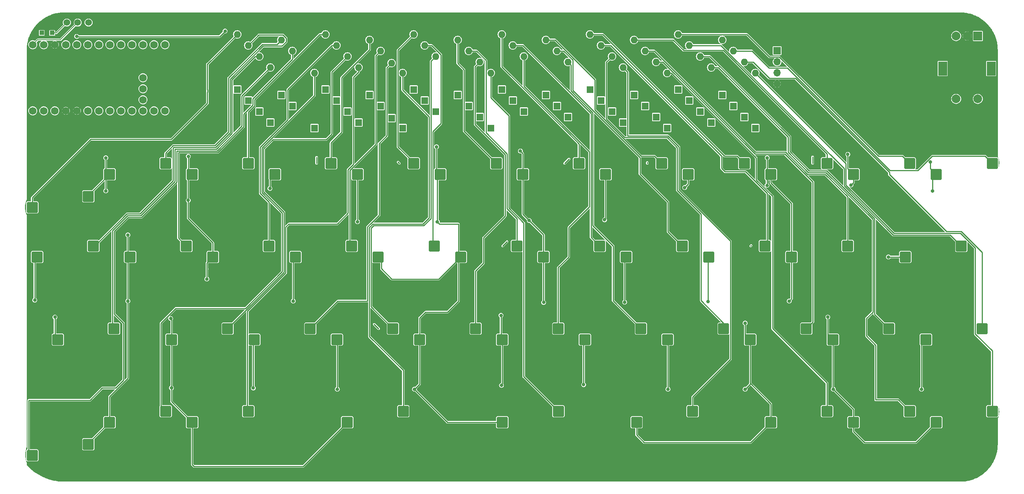
<source format=gbr>
%TF.GenerationSoftware,KiCad,Pcbnew,7.0.2*%
%TF.CreationDate,2023-10-29T18:34:14+01:00*%
%TF.ProjectId,0xcb-static-hs,30786362-2d73-4746-9174-69632d68732e,1.0*%
%TF.SameCoordinates,Original*%
%TF.FileFunction,Copper,L2,Bot*%
%TF.FilePolarity,Positive*%
%FSLAX46Y46*%
G04 Gerber Fmt 4.6, Leading zero omitted, Abs format (unit mm)*
G04 Created by KiCad (PCBNEW 7.0.2) date 2023-10-29 18:34:14*
%MOMM*%
%LPD*%
G01*
G04 APERTURE LIST*
G04 Aperture macros list*
%AMRoundRect*
0 Rectangle with rounded corners*
0 $1 Rounding radius*
0 $2 $3 $4 $5 $6 $7 $8 $9 X,Y pos of 4 corners*
0 Add a 4 corners polygon primitive as box body*
4,1,4,$2,$3,$4,$5,$6,$7,$8,$9,$2,$3,0*
0 Add four circle primitives for the rounded corners*
1,1,$1+$1,$2,$3*
1,1,$1+$1,$4,$5*
1,1,$1+$1,$6,$7*
1,1,$1+$1,$8,$9*
0 Add four rect primitives between the rounded corners*
20,1,$1+$1,$2,$3,$4,$5,0*
20,1,$1+$1,$4,$5,$6,$7,0*
20,1,$1+$1,$6,$7,$8,$9,0*
20,1,$1+$1,$8,$9,$2,$3,0*%
G04 Aperture macros list end*
%TA.AperFunction,ComponentPad*%
%ADD10R,1.600000X1.600000*%
%TD*%
%TA.AperFunction,ComponentPad*%
%ADD11O,1.600000X1.600000*%
%TD*%
%TA.AperFunction,SMDPad,CuDef*%
%ADD12RoundRect,0.250000X-1.025000X-1.000000X1.025000X-1.000000X1.025000X1.000000X-1.025000X1.000000X0*%
%TD*%
%TA.AperFunction,ComponentPad*%
%ADD13C,1.752600*%
%TD*%
%TA.AperFunction,ComponentPad*%
%ADD14R,1.700000X1.700000*%
%TD*%
%TA.AperFunction,ComponentPad*%
%ADD15O,1.700000X1.700000*%
%TD*%
%TA.AperFunction,ComponentPad*%
%ADD16C,1.524000*%
%TD*%
%TA.AperFunction,SMDPad,CuDef*%
%ADD17RoundRect,0.250000X1.025000X1.000000X-1.025000X1.000000X-1.025000X-1.000000X1.025000X-1.000000X0*%
%TD*%
%TA.AperFunction,ComponentPad*%
%ADD18R,1.000000X1.000000*%
%TD*%
%TA.AperFunction,ComponentPad*%
%ADD19R,2.000000X2.000000*%
%TD*%
%TA.AperFunction,ComponentPad*%
%ADD20C,2.000000*%
%TD*%
%TA.AperFunction,ComponentPad*%
%ADD21R,2.000000X3.200000*%
%TD*%
%TA.AperFunction,ViaPad*%
%ADD22C,0.800000*%
%TD*%
%TA.AperFunction,Conductor*%
%ADD23C,0.200000*%
%TD*%
%TA.AperFunction,Conductor*%
%ADD24C,0.250000*%
%TD*%
G04 APERTURE END LIST*
D10*
%TO.P,D36,1,K*%
%TO.N,ROW5*%
X205549500Y-64262000D03*
D11*
%TO.P,D36,2,A*%
%TO.N,Net-(D36-Pad2)*%
X205549500Y-51562000D03*
%TD*%
D12*
%TO.P,MX22,1,COL*%
%TO.N,COL4*%
X216435000Y-96520000D03*
%TO.P,MX22,2,ROW*%
%TO.N,Net-(D22-Pad2)*%
X229362000Y-93980000D03*
%TD*%
D10*
%TO.P,D47,1,K*%
%TO.N,ROW6*%
X197929500Y-65532000D03*
D11*
%TO.P,D47,2,A*%
%TO.N,Net-(D47-Pad2)*%
X197929500Y-52832000D03*
%TD*%
D12*
%TO.P,MX27,1,COL*%
%TO.N,COL1*%
X92610000Y-115570000D03*
%TO.P,MX27,2,ROW*%
%TO.N,Net-(D28-Pad2)*%
X105537000Y-113030000D03*
%TD*%
D10*
%TO.P,D20,1,K*%
%TO.N,ROW3*%
X162369500Y-61722000D03*
D11*
%TO.P,D20,2,A*%
%TO.N,Net-(D20-Pad2)*%
X162369500Y-49022000D03*
%TD*%
D13*
%TO.P,U1,1*%
%TO.N,COL0*%
X44126810Y-62825040D03*
%TO.P,U1,2*%
%TO.N,COL1*%
X46666810Y-62825040D03*
%TO.P,U1,3*%
%TO.N,GND*%
X49206810Y-62825040D03*
%TO.P,U1,4*%
X51746810Y-62825040D03*
%TO.P,U1,5*%
%TO.N,COL2*%
X54286810Y-62825040D03*
%TO.P,U1,6*%
%TO.N,COL3*%
X56826810Y-62825040D03*
%TO.P,U1,7*%
%TO.N,COL4*%
X59366810Y-62825040D03*
%TO.P,U1,8*%
%TO.N,COL5*%
X61906810Y-62825040D03*
%TO.P,U1,9*%
%TO.N,ROW7*%
X64446810Y-62825040D03*
%TO.P,U1,10*%
%TO.N,ROW6*%
X66986810Y-62825040D03*
%TO.P,U1,11*%
%TO.N,ROW5*%
X69526810Y-62825040D03*
%TO.P,U1,12*%
%TO.N,ROW4*%
X72066810Y-62825040D03*
%TO.P,U1,13*%
%TO.N,ROW0*%
X72066810Y-47585040D03*
%TO.P,U1,14*%
%TO.N,ROW1*%
X69526810Y-47585040D03*
%TO.P,U1,15*%
%TO.N,ROW2*%
X66986810Y-47585040D03*
%TO.P,U1,16*%
%TO.N,ROW3*%
X64446810Y-47585040D03*
%TO.P,U1,17*%
%TO.N,SCL*%
X61906810Y-47585040D03*
%TO.P,U1,18*%
%TO.N,SDA*%
X59366810Y-47585040D03*
%TO.P,U1,19*%
%TO.N,EA*%
X56826810Y-47585040D03*
%TO.P,U1,20*%
%TO.N,EB*%
X54286810Y-47585040D03*
%TO.P,U1,21*%
%TO.N,+3.3V*%
X51746810Y-47585040D03*
%TO.P,U1,22*%
%TO.N,RST*%
X49206810Y-47585040D03*
%TO.P,U1,23*%
%TO.N,GND*%
X46666810Y-47585040D03*
%TO.P,U1,24*%
%TO.N,N/C*%
X44126810Y-47585040D03*
%TO.P,U1,31*%
X66986810Y-60285040D03*
%TO.P,U1,32*%
X66986810Y-57745040D03*
%TO.P,U1,33*%
X66986810Y-55205040D03*
%TO.P,U1,40*%
%TO.N,BAT-*%
X41586810Y-62825040D03*
%TO.P,U1,41*%
%TO.N,BAT+*%
X41586810Y-47585040D03*
%TD*%
D12*
%TO.P,MX25,1,COL*%
%TO.N,COL0*%
X47366300Y-115570000D03*
%TO.P,MX25,2,ROW*%
%TO.N,Net-(D25-Pad2)*%
X60293300Y-113030000D03*
%TD*%
%TO.P,MX41,1,COL*%
%TO.N,COL4*%
X180725000Y-134620000D03*
%TO.P,MX41,2,ROW*%
%TO.N,Net-(D45-Pad2)*%
X193652000Y-132080000D03*
%TD*%
D14*
%TO.P,OL1,1,SDA*%
%TO.N,SDA*%
X213110000Y-48980000D03*
D15*
%TO.P,OL1,2,SCL*%
%TO.N,SCL*%
X213110000Y-51520000D03*
%TO.P,OL1,3,VCC*%
%TO.N,+3.3V*%
X213110000Y-54060000D03*
%TO.P,OL1,4,GND*%
%TO.N,GND*%
X213110000Y-56600000D03*
%TD*%
D10*
%TO.P,D10,1,K*%
%TO.N,ROW1*%
X180149500Y-59182000D03*
D11*
%TO.P,D10,2,A*%
%TO.N,Net-(D10-Pad2)*%
X180149500Y-46482000D03*
%TD*%
D12*
%TO.P,MX21,1,COL*%
%TO.N,COL4*%
X197385000Y-96520000D03*
%TO.P,MX21,2,ROW*%
%TO.N,Net-(D21-Pad2)*%
X210312000Y-93980000D03*
%TD*%
D16*
%TO.P,REF\u002A\u002A,1*%
%TO.N,BAT+*%
X51938420Y-42480418D03*
%TO.P,REF\u002A\u002A,2*%
X49438420Y-42480418D03*
%TO.P,REF\u002A\u002A,3*%
%TO.N,N/C*%
X54438420Y-42480418D03*
%TD*%
D10*
%TO.P,D14,1,K*%
%TO.N,ROW3*%
X101409500Y-61722000D03*
D11*
%TO.P,D14,2,A*%
%TO.N,Net-(D14-Pad2)*%
X101409500Y-49022000D03*
%TD*%
D12*
%TO.P,MX11,1,COL*%
%TO.N,COL5*%
X230722500Y-77470000D03*
%TO.P,MX11,2,ROW*%
%TO.N,Net-(D11-Pad2)*%
X243649500Y-74930000D03*
%TD*%
%TO.P,MX14,1,COL*%
%TO.N,COL0*%
X64035000Y-96520000D03*
%TO.P,MX14,2,ROW*%
%TO.N,Net-(D14-Pad2)*%
X76962000Y-93980000D03*
%TD*%
%TO.P,MX31,1,COL*%
%TO.N,COL3*%
X168810000Y-115570000D03*
%TO.P,MX31,2,ROW*%
%TO.N,Net-(D32-Pad2)*%
X181737000Y-113030000D03*
%TD*%
%TO.P,MX16,1,COL*%
%TO.N,COL1*%
X102135000Y-96520000D03*
%TO.P,MX16,2,ROW*%
%TO.N,Net-(D16-Pad2)*%
X115062000Y-93980000D03*
%TD*%
D10*
%TO.P,D27,1,K*%
%TO.N,ROW4*%
X114109500Y-62992000D03*
D11*
%TO.P,D27,2,A*%
%TO.N,Net-(D27-Pad2)*%
X114109500Y-50292000D03*
%TD*%
D10*
%TO.P,D28,1,K*%
%TO.N,ROW5*%
X124269500Y-64516000D03*
D11*
%TO.P,D28,2,A*%
%TO.N,Net-(D28-Pad2)*%
X124269500Y-51816000D03*
%TD*%
D12*
%TO.P,MX10,1,COL*%
%TO.N,COL4*%
X211672500Y-77470000D03*
%TO.P,MX10,2,ROW*%
%TO.N,Net-(D10-Pad2)*%
X224599500Y-74930000D03*
%TD*%
%TO.P,MX29,1,COL*%
%TO.N,COL2*%
X130710000Y-115570000D03*
%TO.P,MX29,2,ROW*%
%TO.N,Net-(D30-Pad2)*%
X143637000Y-113030000D03*
%TD*%
%TO.P,MX33,1,COL*%
%TO.N,COL4*%
X206910000Y-115570000D03*
%TO.P,MX33,2,ROW*%
%TO.N,Net-(D34-Pad2)*%
X219837000Y-113030000D03*
%TD*%
D10*
%TO.P,D17,1,K*%
%TO.N,ROW2*%
X131889500Y-60452000D03*
D11*
%TO.P,D17,2,A*%
%TO.N,Net-(D17-Pad2)*%
X131889500Y-47752000D03*
%TD*%
D10*
%TO.P,D40,1,K*%
%TO.N,ROW7*%
X126809500Y-66802000D03*
D11*
%TO.P,D40,2,A*%
%TO.N,Net-(D40-Pad2)*%
X126809500Y-54102000D03*
%TD*%
D10*
%TO.P,D32,1,K*%
%TO.N,ROW5*%
X164909500Y-64262000D03*
D11*
%TO.P,D32,2,A*%
%TO.N,Net-(D32-Pad2)*%
X164909500Y-51562000D03*
%TD*%
D12*
%TO.P,MX39,1,COL*%
%TO.N,COL1*%
X114041300Y-134620000D03*
%TO.P,MX39,2,ROW*%
%TO.N,Net-(D40-Pad2)*%
X126968300Y-132080000D03*
%TD*%
D10*
%TO.P,D48,1,K*%
%TO.N,ROW7*%
X208089500Y-66802000D03*
D11*
%TO.P,D48,2,A*%
%TO.N,Net-(D48-Pad2)*%
X208089500Y-54102000D03*
%TD*%
D12*
%TO.P,MX40_1,1,COL*%
%TO.N,COL2*%
X149775000Y-134620000D03*
%TO.P,MX40_1,2,ROW*%
%TO.N,Net-(D42-Pad2)*%
X162702000Y-132080000D03*
%TD*%
D10*
%TO.P,D19,1,K*%
%TO.N,ROW2*%
X152209500Y-60452000D03*
D11*
%TO.P,D19,2,A*%
%TO.N,Net-(D19-Pad2)*%
X152209500Y-47752000D03*
%TD*%
D10*
%TO.P,D35,1,K*%
%TO.N,ROW4*%
X195389500Y-62992000D03*
D11*
%TO.P,D35,2,A*%
%TO.N,Net-(D35-Pad2)*%
X195389500Y-50292000D03*
%TD*%
D10*
%TO.P,D45,1,K*%
%TO.N,ROW6*%
X177609500Y-65532000D03*
D11*
%TO.P,D45,2,A*%
%TO.N,Net-(D45-Pad2)*%
X177609500Y-52832000D03*
%TD*%
D10*
%TO.P,D4,1,K*%
%TO.N,ROW1*%
X119189500Y-59182000D03*
D11*
%TO.P,D4,2,A*%
%TO.N,Net-(D4-Pad2)*%
X119189500Y-46482000D03*
%TD*%
D10*
%TO.P,D22,1,K*%
%TO.N,ROW3*%
X182689500Y-61722000D03*
D11*
%TO.P,D22,2,A*%
%TO.N,Net-(D22-Pad2)*%
X182689500Y-49022000D03*
%TD*%
D10*
%TO.P,D25,1,K*%
%TO.N,ROW4*%
X93789500Y-62992000D03*
D11*
%TO.P,D25,2,A*%
%TO.N,Net-(D25-Pad2)*%
X93789500Y-50292000D03*
%TD*%
D12*
%TO.P,MX44,1,COL*%
%TO.N,COL5*%
X249772500Y-134620000D03*
%TO.P,MX44,2,ROW*%
%TO.N,Net-(D48-Pad2)*%
X262699500Y-132080000D03*
%TD*%
%TO.P,MX4,1,COL*%
%TO.N,COL1*%
X97372500Y-77470000D03*
%TO.P,MX4,2,ROW*%
%TO.N,Net-(D4-Pad2)*%
X110299500Y-74930000D03*
%TD*%
D10*
%TO.P,D24,1,K*%
%TO.N,ROW3*%
X203009500Y-61722000D03*
D11*
%TO.P,D24,2,A*%
%TO.N,Net-(D24-Pad2)*%
X203009500Y-49022000D03*
%TD*%
D12*
%TO.P,MX24,1,COL*%
%TO.N,COL5*%
X249772500Y-77470000D03*
%TO.P,MX24,2,ROW*%
%TO.N,Net-(D24-Pad2)*%
X262699500Y-74930000D03*
%TD*%
%TO.P,MX37,1,COL*%
%TO.N,COL0*%
X59272500Y-134620000D03*
%TO.P,MX37,2,ROW*%
%TO.N,Net-(D38-Pad2)*%
X72199500Y-132080000D03*
%TD*%
%TO.P,MX20,1,COL*%
%TO.N,COL3*%
X178335000Y-96520000D03*
%TO.P,MX20,2,ROW*%
%TO.N,Net-(D20-Pad2)*%
X191262000Y-93980000D03*
%TD*%
D10*
%TO.P,D9,1,K*%
%TO.N,ROW0*%
X169989500Y-57912000D03*
D11*
%TO.P,D9,2,A*%
%TO.N,Net-(D9-Pad2)*%
X169989500Y-45212000D03*
%TD*%
D12*
%TO.P,MX7,1,COL*%
%TO.N,COL3*%
X154522500Y-77470000D03*
%TO.P,MX7,2,ROW*%
%TO.N,Net-(D7-Pad2)*%
X167449500Y-74930000D03*
%TD*%
D17*
%TO.P,MX36,1,COL*%
%TO.N,COL0*%
X54392500Y-139700000D03*
%TO.P,MX36,2,ROW*%
%TO.N,Net-(D37-Pad2)*%
X41465500Y-142240000D03*
%TD*%
D10*
%TO.P,D39,1,K*%
%TO.N,ROW6*%
X116649500Y-65532000D03*
D11*
%TO.P,D39,2,A*%
%TO.N,Net-(D39-Pad2)*%
X116649500Y-52832000D03*
%TD*%
D10*
%TO.P,D13,1,K*%
%TO.N,ROW2*%
X91249500Y-60452000D03*
D11*
%TO.P,D13,2,A*%
%TO.N,Net-(D13-Pad2)*%
X91249500Y-47752000D03*
%TD*%
D12*
%TO.P,MX42,1,COL*%
%TO.N,COL4*%
X211672500Y-134620000D03*
%TO.P,MX42,2,ROW*%
%TO.N,Net-(D46-Pad2)*%
X224599500Y-132080000D03*
%TD*%
D10*
%TO.P,D12,1,K*%
%TO.N,ROW1*%
X200469500Y-59182000D03*
D11*
%TO.P,D12,2,A*%
%TO.N,Net-(D12-Pad2)*%
X200469500Y-46482000D03*
%TD*%
D10*
%TO.P,D7,1,K*%
%TO.N,ROW0*%
X149669500Y-57912000D03*
D11*
%TO.P,D7,2,A*%
%TO.N,Net-(D7-Pad2)*%
X149669500Y-45212000D03*
%TD*%
D12*
%TO.P,MX17,1,COL*%
%TO.N,COL2*%
X121185000Y-96520000D03*
%TO.P,MX17,2,ROW*%
%TO.N,Net-(D17-Pad2)*%
X134112000Y-93980000D03*
%TD*%
%TO.P,MX30,1,COL*%
%TO.N,COL3*%
X149760000Y-115570000D03*
%TO.P,MX30,2,ROW*%
%TO.N,Net-(D31-Pad2)*%
X162687000Y-113030000D03*
%TD*%
D10*
%TO.P,D3,1,K*%
%TO.N,ROW0*%
X109029500Y-57912000D03*
D11*
%TO.P,D3,2,A*%
%TO.N,Net-(D3-Pad2)*%
X109029500Y-45212000D03*
%TD*%
D10*
%TO.P,D5,1,K*%
%TO.N,ROW0*%
X129349500Y-57912000D03*
D11*
%TO.P,D5,2,A*%
%TO.N,Net-(D5-Pad2)*%
X129349500Y-45212000D03*
%TD*%
D12*
%TO.P,MX8,1,COL*%
%TO.N,COL3*%
X173572500Y-77470000D03*
%TO.P,MX8,2,ROW*%
%TO.N,Net-(D8-Pad2)*%
X186499500Y-74930000D03*
%TD*%
%TO.P,MX5,1,COL*%
%TO.N,COL2*%
X116422500Y-77470000D03*
%TO.P,MX5,2,ROW*%
%TO.N,Net-(D5-Pad2)*%
X129349500Y-74930000D03*
%TD*%
%TO.P,MX34,1,COL*%
%TO.N,COL5*%
X225960000Y-115570000D03*
%TO.P,MX34,2,ROW*%
%TO.N,Net-(D35-Pad2)*%
X238887000Y-113030000D03*
%TD*%
D18*
%TO.P,B+,1*%
%TO.N,BAT+*%
X46060848Y-44862345D03*
%TD*%
D10*
%TO.P,D8,1,K*%
%TO.N,ROW1*%
X159829500Y-59182000D03*
D11*
%TO.P,D8,2,A*%
%TO.N,Net-(D8-Pad2)*%
X159829500Y-46482000D03*
%TD*%
D12*
%TO.P,MX28,1,COL*%
%TO.N,COL2*%
X111660000Y-115570000D03*
%TO.P,MX28,2,ROW*%
%TO.N,Net-(D29-Pad2)*%
X124587000Y-113030000D03*
%TD*%
%TO.P,MX19,1,COL*%
%TO.N,COL3*%
X159285000Y-96520000D03*
%TO.P,MX19,2,ROW*%
%TO.N,Net-(D19-Pad2)*%
X172212000Y-93980000D03*
%TD*%
D10*
%TO.P,D16,1,K*%
%TO.N,ROW3*%
X121729500Y-61722000D03*
D11*
%TO.P,D16,2,A*%
%TO.N,Net-(D16-Pad2)*%
X121729500Y-49022000D03*
%TD*%
D12*
%TO.P,MX15,1,COL*%
%TO.N,COL1*%
X83085000Y-96520000D03*
%TO.P,MX15,2,ROW*%
%TO.N,Net-(D15-Pad2)*%
X96012000Y-93980000D03*
%TD*%
D10*
%TO.P,D6,1,K*%
%TO.N,ROW1*%
X139509500Y-59182000D03*
D11*
%TO.P,D6,2,A*%
%TO.N,Net-(D6-Pad2)*%
X139509500Y-46482000D03*
%TD*%
D10*
%TO.P,D15,1,K*%
%TO.N,ROW2*%
X111569500Y-60452000D03*
D11*
%TO.P,D15,2,A*%
%TO.N,Net-(D15-Pad2)*%
X111569500Y-47752000D03*
%TD*%
D12*
%TO.P,MX43,1,COL*%
%TO.N,COL5*%
X230722500Y-134620000D03*
%TO.P,MX43,2,ROW*%
%TO.N,Net-(D47-Pad2)*%
X243649500Y-132080000D03*
%TD*%
D10*
%TO.P,D23,1,K*%
%TO.N,ROW2*%
X192849500Y-60452000D03*
D11*
%TO.P,D23,2,A*%
%TO.N,Net-(D23-Pad2)*%
X192849500Y-47752000D03*
%TD*%
D12*
%TO.P,MX18,1,COL*%
%TO.N,COL2*%
X140235000Y-96520000D03*
%TO.P,MX18,2,ROW*%
%TO.N,Net-(D18-Pad2)*%
X153162000Y-93980000D03*
%TD*%
D10*
%TO.P,D31,1,K*%
%TO.N,ROW4*%
X154749500Y-62992000D03*
D11*
%TO.P,D31,2,A*%
%TO.N,Net-(D31-Pad2)*%
X154749500Y-50292000D03*
%TD*%
D12*
%TO.P,MX23,1,COL*%
%TO.N,COL5*%
X242628800Y-96520000D03*
%TO.P,MX23,2,ROW*%
%TO.N,Net-(D23-Pad2)*%
X255555800Y-93980000D03*
%TD*%
D10*
%TO.P,D29,1,K*%
%TO.N,ROW4*%
X134429500Y-62992000D03*
D11*
%TO.P,D29,2,A*%
%TO.N,Net-(D29-Pad2)*%
X134429500Y-50292000D03*
%TD*%
D10*
%TO.P,D1,1,K*%
%TO.N,ROW0*%
X88709500Y-57912000D03*
D11*
%TO.P,D1,2,A*%
%TO.N,Net-(D1-Pad2)*%
X88709500Y-45212000D03*
%TD*%
D10*
%TO.P,D18,1,K*%
%TO.N,ROW3*%
X142049500Y-61722000D03*
D11*
%TO.P,D18,2,A*%
%TO.N,Net-(D18-Pad2)*%
X142049500Y-49022000D03*
%TD*%
D10*
%TO.P,D46,1,K*%
%TO.N,ROW7*%
X187769500Y-66802000D03*
D11*
%TO.P,D46,2,A*%
%TO.N,Net-(D46-Pad2)*%
X187769500Y-54102000D03*
%TD*%
D12*
%TO.P,MX35,1,COL*%
%TO.N,COL5*%
X247391300Y-115570000D03*
%TO.P,MX35,2,ROW*%
%TO.N,Net-(D36-Pad2)*%
X260318300Y-113030000D03*
%TD*%
D10*
%TO.P,D38,1,K*%
%TO.N,ROW7*%
X106489500Y-66802000D03*
D11*
%TO.P,D38,2,A*%
%TO.N,Net-(D38-Pad2)*%
X106489500Y-54102000D03*
%TD*%
D12*
%TO.P,MX38,1,COL*%
%TO.N,COL1*%
X78322500Y-134620000D03*
%TO.P,MX38,2,ROW*%
%TO.N,Net-(D39-Pad2)*%
X91249500Y-132080000D03*
%TD*%
%TO.P,MX9,1,COL*%
%TO.N,COL4*%
X192622500Y-77470000D03*
%TO.P,MX9,2,ROW*%
%TO.N,Net-(D9-Pad2)*%
X205549500Y-74930000D03*
%TD*%
%TO.P,MX2,1,COL*%
%TO.N,COL0*%
X59272500Y-77470000D03*
%TO.P,MX2,2,ROW*%
%TO.N,Net-(D2-Pad2)*%
X72199500Y-74930000D03*
%TD*%
D17*
%TO.P,MX1,1,COL*%
%TO.N,COL0*%
X54392500Y-82550000D03*
%TO.P,MX1,2,ROW*%
%TO.N,Net-(D1-Pad2)*%
X41465500Y-85090000D03*
%TD*%
D10*
%TO.P,D30,1,K*%
%TO.N,ROW5*%
X144589500Y-64262000D03*
D11*
%TO.P,D30,2,A*%
%TO.N,Net-(D30-Pad2)*%
X144589500Y-51562000D03*
%TD*%
D10*
%TO.P,D21,1,K*%
%TO.N,ROW2*%
X172529500Y-60452000D03*
D11*
%TO.P,D21,2,A*%
%TO.N,Net-(D21-Pad2)*%
X172529500Y-47752000D03*
%TD*%
D10*
%TO.P,D2,1,K*%
%TO.N,ROW1*%
X98869500Y-59182000D03*
D11*
%TO.P,D2,2,A*%
%TO.N,Net-(D2-Pad2)*%
X98869500Y-46482000D03*
%TD*%
D18*
%TO.P,B-,1*%
%TO.N,BAT-*%
X43649267Y-44862345D03*
%TD*%
D10*
%TO.P,D34,1,K*%
%TO.N,ROW5*%
X185229500Y-64262000D03*
D11*
%TO.P,D34,2,A*%
%TO.N,Net-(D34-Pad2)*%
X185229500Y-51562000D03*
%TD*%
D10*
%TO.P,D33,1,K*%
%TO.N,ROW4*%
X175069500Y-62992000D03*
D11*
%TO.P,D33,2,A*%
%TO.N,Net-(D33-Pad2)*%
X175069500Y-50292000D03*
%TD*%
D12*
%TO.P,MX32,1,COL*%
%TO.N,COL4*%
X187860000Y-115570000D03*
%TO.P,MX32,2,ROW*%
%TO.N,Net-(D33-Pad2)*%
X200787000Y-113030000D03*
%TD*%
%TO.P,MX13,1,COL*%
%TO.N,COL0*%
X42603800Y-96520000D03*
%TO.P,MX13,2,ROW*%
%TO.N,Net-(D13-Pad2)*%
X55530800Y-93980000D03*
%TD*%
D19*
%TO.P,MX12,A,A*%
%TO.N,EA*%
X259357500Y-45582000D03*
D20*
%TO.P,MX12,B,B*%
%TO.N,EB*%
X254357500Y-45582000D03*
%TO.P,MX12,C,C*%
%TO.N,GND*%
X256857500Y-45582000D03*
D21*
%TO.P,MX12,MP*%
%TO.N,N/C*%
X262457500Y-53082000D03*
X251257500Y-53082000D03*
D20*
%TO.P,MX12,S1,S1*%
%TO.N,COL5*%
X254357500Y-60082000D03*
%TO.P,MX12,S2,S2*%
%TO.N,Net-(D12-Pad2)*%
X259357500Y-60082000D03*
%TD*%
D10*
%TO.P,D42,1,K*%
%TO.N,ROW7*%
X147129500Y-66802000D03*
D11*
%TO.P,D42,2,A*%
%TO.N,Net-(D42-Pad2)*%
X147129500Y-54102000D03*
%TD*%
D12*
%TO.P,MX3,1,COL*%
%TO.N,COL1*%
X78322500Y-77470000D03*
%TO.P,MX3,2,ROW*%
%TO.N,Net-(D3-Pad2)*%
X91249500Y-74930000D03*
%TD*%
D10*
%TO.P,D11,1,K*%
%TO.N,ROW0*%
X190309500Y-57912000D03*
D11*
%TO.P,D11,2,A*%
%TO.N,Net-(D11-Pad2)*%
X190309500Y-45212000D03*
%TD*%
D10*
%TO.P,D37,1,K*%
%TO.N,ROW6*%
X96329500Y-65532000D03*
D11*
%TO.P,D37,2,A*%
%TO.N,Net-(D37-Pad2)*%
X96329500Y-52832000D03*
%TD*%
D12*
%TO.P,MX26,1,COL*%
%TO.N,COL1*%
X73560000Y-115570000D03*
%TO.P,MX26,2,ROW*%
%TO.N,Net-(D27-Pad2)*%
X86487000Y-113030000D03*
%TD*%
%TO.P,MX6,1,COL*%
%TO.N,COL2*%
X135472500Y-77470000D03*
%TO.P,MX6,2,ROW*%
%TO.N,Net-(D6-Pad2)*%
X148399500Y-74930000D03*
%TD*%
D22*
%TO.N,+3.3V*%
X85896056Y-44461760D03*
X51711900Y-45670824D03*
%TO.N,GND*%
X106830000Y-84890000D03*
X55880000Y-125476000D03*
X185166000Y-111760000D03*
%TO.N,COL0*%
X42039425Y-106465550D03*
X58420000Y-73660000D03*
X58420000Y-81280000D03*
X63500000Y-106680000D03*
X63500000Y-91440000D03*
X46698988Y-110392055D03*
%TO.N,COL1*%
X81707528Y-101600000D03*
X73560000Y-126691776D03*
X77405174Y-83465799D03*
X96249412Y-80716991D03*
X77437351Y-73329758D03*
X101600000Y-106680000D03*
X73377681Y-110695030D03*
X92397605Y-126722134D03*
%TO.N,COL2*%
X134620000Y-71120000D03*
X134826488Y-88392443D03*
X129540000Y-127000000D03*
X111760000Y-127000000D03*
X116412786Y-88392443D03*
%TO.N,COL3*%
X149600696Y-126112086D03*
X155979583Y-88112442D03*
X173333504Y-87946851D03*
X153939176Y-72080426D03*
X177982968Y-106944945D03*
X159304320Y-107001900D03*
X149501342Y-109991816D03*
X168511171Y-125946495D03*
%TO.N,COL4*%
X205740000Y-127000000D03*
X191810170Y-80518282D03*
X205740000Y-111760000D03*
X210786881Y-80021509D03*
X210820000Y-73660000D03*
X215900000Y-106680000D03*
X187960000Y-127000000D03*
X197149473Y-106789453D03*
%TO.N,COL5*%
X230126256Y-79922155D03*
X248920000Y-81280000D03*
X246380000Y-127000000D03*
X229380566Y-72846070D03*
X224801509Y-110369036D03*
X238760000Y-96520000D03*
X226060000Y-127000000D03*
X248431105Y-74656532D03*
%TD*%
D23*
%TO.N,BAT+*%
X47056493Y-44862345D02*
X46060848Y-44862345D01*
X49438420Y-42480418D02*
X47056493Y-44862345D01*
X47960098Y-46458740D02*
X51938420Y-42480418D01*
X42713110Y-46458740D02*
X47960098Y-46458740D01*
X41586810Y-47585040D02*
X42713110Y-46458740D01*
D24*
%TO.N,+3.3V*%
X84637816Y-45720000D02*
X85896056Y-44461760D01*
X51761076Y-45720000D02*
X84637816Y-45720000D01*
X51711900Y-45670824D02*
X51761076Y-45720000D01*
%TO.N,Net-(D9-Pad2)*%
X172529500Y-45212000D02*
X172212000Y-45212000D01*
X205549500Y-74930000D02*
X203899500Y-73280000D01*
X172972000Y-45212000D02*
X172212000Y-45212000D01*
X172212000Y-45212000D02*
X169989500Y-45212000D01*
X203899500Y-73280000D02*
X201040000Y-73280000D01*
X201040000Y-73280000D02*
X172972000Y-45212000D01*
%TO.N,Net-(D8-Pad2)*%
X183197500Y-74706588D02*
X183197500Y-74930000D01*
X181770912Y-73280000D02*
X184849500Y-73280000D01*
X159829500Y-46482000D02*
X161954500Y-46482000D01*
X184849500Y-73280000D02*
X186499500Y-74930000D01*
X171107100Y-55634600D02*
X171107100Y-62616188D01*
X171107100Y-62616188D02*
X177435456Y-68944544D01*
X177435456Y-68944544D02*
X181770912Y-73280000D01*
X161954500Y-46482000D02*
X171107100Y-55634600D01*
%TO.N,Net-(D7-Pad2)*%
X165148380Y-73929120D02*
X164147500Y-74930000D01*
X167449500Y-70440006D02*
X167449500Y-74930000D01*
X165148380Y-68138886D02*
X167449500Y-70440006D01*
X149669500Y-45212000D02*
X149669500Y-52660006D01*
X149669500Y-52660006D02*
X165148380Y-68138886D01*
%TO.N,Net-(D6-Pad2)*%
X140974100Y-53344100D02*
X139509500Y-51879500D01*
X140974100Y-66040000D02*
X140974100Y-53344100D01*
X148399500Y-74930000D02*
X140974100Y-67504600D01*
X140974100Y-67504600D02*
X140974100Y-66040000D01*
X139509500Y-51879500D02*
X139509500Y-46482000D01*
%TO.N,Net-(D5-Pad2)*%
X129349500Y-74930000D02*
X129349500Y-74735400D01*
X125734100Y-48827400D02*
X129349500Y-45212000D01*
X125734100Y-74616600D02*
X126047500Y-74930000D01*
X125734100Y-71120000D02*
X125734100Y-48827400D01*
X129349500Y-74735400D02*
X125734100Y-71120000D01*
%TO.N,Net-(D4-Pad2)*%
X119189500Y-46482000D02*
X119189500Y-48720400D01*
X112750800Y-67732806D02*
X110299500Y-70184106D01*
X112750800Y-55159100D02*
X112750800Y-67732806D01*
X119189500Y-48720400D02*
X112750800Y-55159100D01*
X106997500Y-73486106D02*
X106997500Y-74930000D01*
X110299500Y-70184106D02*
X110299500Y-74930000D01*
%TO.N,Net-(D38-Pad2)*%
X106489500Y-59290000D02*
X94380000Y-71399500D01*
X71120000Y-111760000D02*
X73625003Y-109254997D01*
X72199500Y-132080000D02*
X71120000Y-131000500D01*
X99060000Y-86360000D02*
X99060000Y-99891314D01*
X74514343Y-108365657D02*
X71120000Y-111760000D01*
X94380000Y-71399500D02*
X94380000Y-81680000D01*
X90585657Y-108365657D02*
X74514343Y-108365657D01*
X106489500Y-54102000D02*
X106489500Y-59290000D01*
X99060000Y-99891314D02*
X90585657Y-108365657D01*
X71120000Y-131000500D02*
X71120000Y-111760000D01*
X94380000Y-81680000D02*
X99060000Y-86360000D01*
%TO.N,Net-(D36-Pad2)*%
X205549500Y-51562000D02*
X207566552Y-51562000D01*
X255548946Y-90640000D02*
X260318300Y-95409353D01*
X211316772Y-55312220D02*
X217306534Y-55312220D01*
X260318300Y-95409353D02*
X260318300Y-113030000D01*
X238974315Y-77511029D02*
X252103286Y-90640000D01*
X217306534Y-55312220D02*
X238974315Y-76980000D01*
X207566552Y-51562000D02*
X211316772Y-55312220D01*
X252103286Y-90640000D02*
X255548946Y-90640000D01*
X238974315Y-76980000D02*
X238974315Y-77511029D01*
%TO.N,Net-(D35-Pad2)*%
X197615688Y-50292000D02*
X216032471Y-68708783D01*
X224562587Y-76673893D02*
X235585000Y-87696306D01*
X235585000Y-109728000D02*
X238887000Y-113030000D01*
X216032471Y-68708783D02*
X216032471Y-72200256D01*
X220506107Y-76673893D02*
X224562587Y-76673893D01*
X195389500Y-50292000D02*
X197615688Y-50292000D01*
X235585000Y-87696306D02*
X235585000Y-109728000D01*
X216032471Y-72200256D02*
X220506107Y-76673893D01*
%TO.N,Net-(D34-Pad2)*%
X214914129Y-72778973D02*
X207985372Y-72778973D01*
X221360000Y-111507000D02*
X221360000Y-79224844D01*
X207985372Y-72778973D02*
X186768400Y-51562000D01*
X186768400Y-51562000D02*
X185229500Y-51562000D01*
X221360000Y-79224844D02*
X214914129Y-72778973D01*
X219837000Y-113030000D02*
X221360000Y-111507000D01*
%TO.N,Net-(D33-Pad2)*%
X190100000Y-71285686D02*
X190100000Y-81150679D01*
X190100000Y-81150679D02*
X190364660Y-81415340D01*
X187794314Y-68980000D02*
X190100000Y-71285686D01*
X173750000Y-64694082D02*
X173750000Y-51611500D01*
X195580000Y-99060000D02*
X195580000Y-106553000D01*
X178035919Y-68980000D02*
X187794314Y-68980000D01*
X178011973Y-68956055D02*
X177465524Y-68409605D01*
X177465524Y-68409605D02*
X178035919Y-68980000D01*
X195580000Y-106553000D02*
X200787000Y-111760000D01*
X177465524Y-68409605D02*
X173750000Y-64694082D01*
X173750000Y-51611500D02*
X175069500Y-50292000D01*
X200787000Y-111760000D02*
X200787000Y-113030000D01*
X195580000Y-99060000D02*
X195580000Y-86630680D01*
X195580000Y-86630680D02*
X190364660Y-81415340D01*
X195580000Y-90440000D02*
X195580000Y-99060000D01*
%TO.N,Net-(D32-Pad2)*%
X165598780Y-58237880D02*
X165598780Y-52251280D01*
X175323500Y-106616500D02*
X175323500Y-93980000D01*
X170637947Y-89294447D02*
X170637947Y-63277047D01*
X181737000Y-113030000D02*
X175323500Y-106616500D01*
X175323500Y-93980000D02*
X170637947Y-89294447D01*
X165598780Y-52251280D02*
X164909500Y-51562000D01*
X170637947Y-63277047D02*
X165598780Y-58237880D01*
%TO.N,Net-(D31-Pad2)*%
X169837947Y-84972053D02*
X165547900Y-89262100D01*
X154749500Y-57175000D02*
X169837947Y-72263447D01*
X165100000Y-96520000D02*
X165100000Y-89710000D01*
X154749500Y-50292000D02*
X154749500Y-57175000D01*
X162687000Y-98933000D02*
X165100000Y-96520000D01*
X162687000Y-113030000D02*
X162687000Y-98933000D01*
X169837947Y-72263447D02*
X169837947Y-84972053D01*
X165100000Y-89710000D02*
X165547900Y-89262100D01*
%TO.N,Net-(D3-Pad2)*%
X92723531Y-60203775D02*
X107715306Y-45212000D01*
X91249500Y-63111126D02*
X92723531Y-61637095D01*
X91249500Y-74930000D02*
X91249500Y-63111126D01*
X107715306Y-45212000D02*
X109029500Y-45212000D01*
X92723531Y-61637095D02*
X92723531Y-60203775D01*
%TO.N,Net-(D29-Pad2)*%
X119545686Y-89865686D02*
X119545686Y-107988686D01*
X120111372Y-89300000D02*
X119545686Y-89865686D01*
X131680000Y-89300000D02*
X120111372Y-89300000D01*
X119545686Y-107988686D02*
X124587000Y-113030000D01*
X134429500Y-50292000D02*
X133354989Y-51366511D01*
X133354989Y-51366511D02*
X133354989Y-87625011D01*
X133354989Y-87625011D02*
X131680000Y-89300000D01*
%TO.N,Net-(D28-Pad2)*%
X123194200Y-52891300D02*
X124269500Y-51816000D01*
X121382500Y-86897500D02*
X121382500Y-70358300D01*
X121382500Y-70358300D02*
X123194200Y-68546600D01*
X119380000Y-88900000D02*
X121382500Y-86897500D01*
X118745686Y-106680000D02*
X111887000Y-106680000D01*
X123194200Y-68546600D02*
X123194200Y-52891300D01*
X118745686Y-89534314D02*
X118745686Y-106680000D01*
X119380000Y-88900000D02*
X118745686Y-89534314D01*
X119380000Y-88900000D02*
X119780001Y-88500000D01*
X111887000Y-106680000D02*
X105537000Y-113030000D01*
%TO.N,Net-(D27-Pad2)*%
X99460000Y-86194315D02*
X94780000Y-81514314D01*
X99460000Y-100057000D02*
X99460000Y-86194315D01*
X94780000Y-71565186D02*
X96920686Y-69424500D01*
X96920686Y-69424500D02*
X109220000Y-69424500D01*
X110494100Y-68150400D02*
X110494100Y-53907400D01*
X86487000Y-113030000D02*
X99460000Y-100057000D01*
X110494100Y-53907400D02*
X114109500Y-50292000D01*
X109220000Y-69424500D02*
X110494100Y-68150400D01*
X94780000Y-81514314D02*
X94780000Y-71565186D01*
%TO.N,Net-(D25-Pad2)*%
X74342843Y-79084557D02*
X74342843Y-71641597D01*
X66436542Y-86990857D02*
X74342843Y-79084557D01*
X92819006Y-50292000D02*
X93789500Y-50292000D01*
X59977250Y-112713950D02*
X59977250Y-90448436D01*
X60293300Y-113030000D02*
X59977250Y-112713950D01*
X87490000Y-68024500D02*
X87490000Y-55621006D01*
X59977250Y-90448436D02*
X63434829Y-86990857D01*
X83872903Y-71641597D02*
X87490000Y-68024500D01*
X74342843Y-71641597D02*
X83872903Y-71641597D01*
X87490000Y-55621006D02*
X92819006Y-50292000D01*
X63434829Y-86990857D02*
X66436542Y-86990857D01*
%TO.N,Net-(D24-Pad2)*%
X239140000Y-76580000D02*
X215495000Y-52935000D01*
X248853042Y-73280000D02*
X245553042Y-76580000D01*
X215495000Y-52935000D02*
X211225000Y-52935000D01*
X245553042Y-76580000D02*
X239140000Y-76580000D01*
X207312000Y-49022000D02*
X203009500Y-49022000D01*
X211225000Y-52935000D02*
X207312000Y-49022000D01*
X262699500Y-74930000D02*
X261049500Y-73280000D01*
X261049500Y-73280000D02*
X248853042Y-73280000D01*
%TO.N,Net-(D23-Pad2)*%
X228580566Y-80126186D02*
X239894380Y-91440000D01*
X239894380Y-91440000D02*
X253015800Y-91440000D01*
X253015800Y-91440000D02*
X255555800Y-93980000D01*
X192849500Y-47752000D02*
X200188962Y-47752000D01*
X228580566Y-76143604D02*
X228580566Y-80126186D01*
X200188962Y-47752000D02*
X228580566Y-76143604D01*
%TO.N,Net-(D22-Pad2)*%
X215066644Y-72365802D02*
X208137888Y-72365802D01*
X220174735Y-77473893D02*
X215066644Y-72365802D01*
X229362000Y-93980000D02*
X229362000Y-82603998D01*
X229362000Y-82603998D02*
X224231895Y-77473893D01*
X206992108Y-71211407D02*
X184802700Y-49022000D01*
X208137888Y-72365802D02*
X206992108Y-71220022D01*
X206992108Y-71220022D02*
X206992108Y-71211407D01*
X184802700Y-49022000D02*
X182689500Y-49022000D01*
X224231895Y-77473893D02*
X220174735Y-77473893D01*
%TO.N,Net-(D21-Pad2)*%
X174752000Y-47752000D02*
X172529500Y-47752000D01*
X200297110Y-76093674D02*
X201063878Y-76860442D01*
X210820000Y-93472000D02*
X210820000Y-81845686D01*
X200297110Y-73297110D02*
X174752000Y-47752000D01*
X205834756Y-76860442D02*
X201063878Y-76860442D01*
X172529500Y-47752000D02*
X174504494Y-47752000D01*
X210312000Y-93980000D02*
X210820000Y-93472000D01*
X207120000Y-93870000D02*
X207010000Y-93980000D01*
X200297110Y-73297110D02*
X200297110Y-76093674D01*
X210820000Y-81845686D02*
X205834756Y-76860442D01*
%TO.N,Net-(D20-Pad2)*%
X187960000Y-83859400D02*
X187960000Y-90678000D01*
X165998300Y-58072394D02*
X181498400Y-73572494D01*
X187960000Y-90678000D02*
X191262000Y-93980000D01*
X181498400Y-77397800D02*
X187960000Y-83859400D01*
X165998300Y-51093400D02*
X165998300Y-58072394D01*
X181498400Y-73572494D02*
X181498400Y-77397800D01*
X163926900Y-49022000D02*
X165998300Y-51093400D01*
X162369500Y-49022000D02*
X163926900Y-49022000D01*
%TO.N,Net-(D2-Pad2)*%
X98869500Y-46482000D02*
X97843220Y-47508280D01*
X97843220Y-47508280D02*
X94452820Y-47508280D01*
X83541597Y-70841597D02*
X73938403Y-70841597D01*
X72199500Y-72580500D02*
X72199500Y-74930000D01*
X86378889Y-68005599D02*
X86377595Y-68005599D01*
X86690960Y-67693528D02*
X86378889Y-68005599D01*
X86690960Y-55270140D02*
X86690960Y-67693528D01*
X73938403Y-70841597D02*
X72199500Y-72580500D01*
X86377595Y-68005599D02*
X83541597Y-70841597D01*
X94452820Y-47508280D02*
X86690960Y-55270140D01*
%TO.N,Net-(D19-Pad2)*%
X170237947Y-92005947D02*
X170237947Y-63442053D01*
X170237947Y-63442053D02*
X164509981Y-57714087D01*
X164509981Y-57709981D02*
X154552000Y-47752000D01*
X154552000Y-47752000D02*
X152209500Y-47752000D01*
X172212000Y-93980000D02*
X170237947Y-92005947D01*
X164509981Y-57714087D02*
X164509981Y-57709981D01*
%TO.N,Net-(D18-Pad2)*%
X150883380Y-72750780D02*
X150883380Y-83820000D01*
X146024500Y-51204500D02*
X146024500Y-67891900D01*
X150883380Y-85409066D02*
X150883380Y-83820000D01*
X143842000Y-49022000D02*
X146024500Y-51204500D01*
X142049500Y-49022000D02*
X143842000Y-49022000D01*
X150883380Y-92956620D02*
X149860000Y-93980000D01*
X146024500Y-67891900D02*
X150883380Y-72750780D01*
X153162000Y-87687686D02*
X150883380Y-85409066D01*
X153162000Y-93980000D02*
X153162000Y-87687686D01*
%TO.N,Net-(D17-Pad2)*%
X135640000Y-65731614D02*
X135640000Y-49880000D01*
X135649520Y-65741134D02*
X135640000Y-65731614D01*
X135640000Y-65731614D02*
X133754989Y-67616625D01*
X133512000Y-47752000D02*
X131889500Y-47752000D01*
X133754989Y-93622989D02*
X134112000Y-93980000D01*
X135640000Y-49880000D02*
X133512000Y-47752000D01*
X133754989Y-67616625D02*
X133754989Y-93622989D01*
%TO.N,Net-(D16-Pad2)*%
X114637250Y-76537250D02*
X120654200Y-70520300D01*
X120654200Y-70520300D02*
X120654200Y-50097300D01*
X114637250Y-93555250D02*
X114637250Y-76537250D01*
X120654200Y-50097300D02*
X121729500Y-49022000D01*
X115062000Y-93980000D02*
X114637250Y-93555250D01*
%TO.N,Net-(D15-Pad2)*%
X93980000Y-81845686D02*
X93980000Y-71233815D01*
X96012000Y-83877686D02*
X93980000Y-81845686D01*
X100334100Y-57912100D02*
X110494200Y-47752000D01*
X110494200Y-47752000D02*
X111569500Y-47752000D01*
X100334100Y-64880394D02*
X100334100Y-57912100D01*
X96576568Y-68637247D02*
X96577247Y-68637247D01*
X96012000Y-93980000D02*
X96012000Y-83877686D01*
X96577247Y-68637247D02*
X100334100Y-64880394D01*
X93980000Y-71233815D02*
X96576568Y-68637247D01*
%TO.N,Net-(D14-Pad2)*%
X75142843Y-72441597D02*
X84203595Y-72441597D01*
X84203595Y-72441597D02*
X85942256Y-70702936D01*
X92324011Y-61471609D02*
X90184421Y-63611199D01*
X85942256Y-70702936D02*
X85942256Y-70702256D01*
X76962000Y-93980000D02*
X75142843Y-92160843D01*
X90184420Y-66460092D02*
X85942256Y-70702256D01*
X90184421Y-63611199D02*
X90184420Y-66460092D01*
X101409500Y-50952800D02*
X92324011Y-60038289D01*
X92324011Y-60038289D02*
X92324011Y-61471609D01*
X75142843Y-76451174D02*
X75142843Y-72441597D01*
X75142843Y-92160843D02*
X75142843Y-76451174D01*
X101409500Y-49022000D02*
X101409500Y-50952800D01*
%TO.N,Net-(D30-Pad2)*%
X150483860Y-72917560D02*
X150483860Y-87066140D01*
X143637000Y-99737796D02*
X145445000Y-97929796D01*
X143514100Y-65947800D02*
X150483860Y-72917560D01*
X143514100Y-52635900D02*
X143514100Y-65947800D01*
X145445000Y-97929796D02*
X145445000Y-92105000D01*
X143637000Y-113030000D02*
X143637000Y-99737796D01*
X144588000Y-51562000D02*
X143514100Y-52635900D01*
X144589500Y-51562000D02*
X144588000Y-51562000D01*
X150483860Y-87066140D02*
X145445000Y-92105000D01*
%TO.N,Net-(D13-Pad2)*%
X98993100Y-47907800D02*
X99978200Y-46922700D01*
X87090480Y-55455520D02*
X94638200Y-47907800D01*
X73942843Y-78918871D02*
X73942843Y-71402843D01*
X73942843Y-71402843D02*
X74104089Y-71241597D01*
X99978200Y-46065700D02*
X99264600Y-45352100D01*
X83706603Y-71241597D02*
X86543081Y-68405119D01*
X86543081Y-68405119D02*
X86544375Y-68405119D01*
X63269143Y-86590857D02*
X66270857Y-86590857D01*
X66270857Y-86590857D02*
X73942843Y-78918871D01*
X55530800Y-93980000D02*
X55880000Y-93980000D01*
X86544375Y-68405119D02*
X87090480Y-67859014D01*
X94638200Y-47907800D02*
X98993100Y-47907800D01*
X99978200Y-46922700D02*
X99978200Y-46065700D01*
X55880000Y-93980000D02*
X63269143Y-86590857D01*
X93649400Y-45352100D02*
X91249500Y-47752000D01*
X74104089Y-71241597D02*
X83706603Y-71241597D01*
X87090480Y-67859014D02*
X87090480Y-55455520D01*
X99264600Y-45352100D02*
X93649400Y-45352100D01*
%TO.N,Net-(D11-Pad2)*%
X213575991Y-50395000D02*
X212275000Y-50395000D01*
X212275000Y-50395000D02*
X212267419Y-50402581D01*
X211349890Y-50402581D02*
X206159309Y-45212000D01*
X243649500Y-74930000D02*
X241999500Y-73280000D01*
X212267419Y-50402581D02*
X211349890Y-50402581D01*
X241999500Y-73280000D02*
X236460991Y-73280000D01*
X206159309Y-45212000D02*
X190309500Y-45212000D01*
X236460991Y-73280000D02*
X213575991Y-50395000D01*
%TO.N,Net-(D10-Pad2)*%
X180149500Y-46482000D02*
X189164100Y-46482000D01*
X200755176Y-48883900D02*
X224599500Y-72728224D01*
X221297500Y-73408806D02*
X221297500Y-74930000D01*
X196772594Y-48883900D02*
X200755176Y-48883900D01*
X191566000Y-48883900D02*
X196772594Y-48883900D01*
X224599500Y-72728224D02*
X224599500Y-74930000D01*
X189164100Y-46482000D02*
X191566000Y-48883900D01*
%TO.N,Net-(D1-Pad2)*%
X81852031Y-57944056D02*
X81826600Y-57918625D01*
X81826600Y-52031400D02*
X81890100Y-52031400D01*
X73518000Y-69401800D02*
X81826600Y-61093200D01*
X54910496Y-69401800D02*
X41465500Y-82846796D01*
X73518000Y-69401800D02*
X54910496Y-69401800D01*
X81890100Y-52031400D02*
X88709500Y-45212000D01*
X81826600Y-58528677D02*
X81852031Y-58503246D01*
X81826600Y-57918625D02*
X81826600Y-52031400D01*
X81826600Y-61093200D02*
X81826600Y-58528677D01*
X81852031Y-58503246D02*
X81852031Y-57944056D01*
X41465500Y-82846796D02*
X41465500Y-85090000D01*
%TO.N,Net-(D37-Pad2)*%
X62485000Y-124909314D02*
X60677157Y-126717157D01*
X54768800Y-129540000D02*
X40640000Y-129540000D01*
X60377250Y-109652250D02*
X62485000Y-111760000D01*
X66602227Y-87390857D02*
X63600515Y-87390857D01*
X60677157Y-126717157D02*
X57591643Y-126717157D01*
X89784900Y-59376600D02*
X89784900Y-66294606D01*
X40640000Y-129540000D02*
X40640000Y-141414500D01*
X62485000Y-111760000D02*
X62485000Y-124909314D01*
X74742843Y-79250242D02*
X66602227Y-87390857D01*
X63600515Y-87390857D02*
X60377250Y-90614122D01*
X96329500Y-52832000D02*
X89784900Y-59376600D01*
X57591643Y-126717157D02*
X54768800Y-129540000D01*
X89784900Y-66294606D02*
X84037909Y-72041597D01*
X84037909Y-72041597D02*
X74742843Y-72041597D01*
X74742843Y-72041597D02*
X74742843Y-79250242D01*
X60377250Y-90614122D02*
X60377250Y-109652250D01*
X40640000Y-141414500D02*
X41465500Y-142240000D01*
%TO.N,Net-(D39-Pad2)*%
X91060000Y-131890500D02*
X91060000Y-109022685D01*
X115468200Y-75141294D02*
X115468200Y-55088600D01*
X116649500Y-53907300D02*
X116649500Y-52832000D01*
X114237250Y-86422750D02*
X114237250Y-76372244D01*
X91249500Y-132080000D02*
X91060000Y-131890500D01*
X100585000Y-88900000D02*
X111760000Y-88900000D01*
X99860000Y-89625000D02*
X100585000Y-88900000D01*
X114237250Y-76372244D02*
X115468200Y-75141294D01*
X115468200Y-55088600D02*
X116649500Y-53907300D01*
X91060000Y-109022685D02*
X99860000Y-100222686D01*
X111760000Y-88900000D02*
X114237250Y-86422750D01*
X99860000Y-100222686D02*
X99860000Y-89625000D01*
%TO.N,Net-(D40-Pad2)*%
X119145686Y-114844900D02*
X119145686Y-89700000D01*
X131514314Y-88900000D02*
X132954989Y-87459325D01*
X126968300Y-122667514D02*
X119145686Y-114844900D01*
X132954989Y-64176615D02*
X126809500Y-58031126D01*
X119145686Y-89700000D02*
X119945686Y-88900000D01*
X132954989Y-87459325D02*
X132954989Y-64176615D01*
X126968300Y-132080000D02*
X126968300Y-122667514D01*
X126809500Y-58031126D02*
X126809500Y-54102000D01*
X119945686Y-88900000D02*
X131514314Y-88900000D01*
%TO.N,Net-(D42-Pad2)*%
X147129500Y-59779700D02*
X147129500Y-54102000D01*
X157622000Y-127000000D02*
X154720000Y-124098000D01*
X154720000Y-88680000D02*
X151282900Y-85242900D01*
X154720000Y-124098000D02*
X154720000Y-88680000D01*
X151282900Y-63933100D02*
X147129500Y-59779700D01*
X162702000Y-132080000D02*
X157622000Y-127000000D01*
X151282900Y-85242900D02*
X151282900Y-63933100D01*
%TO.N,Net-(D46-Pad2)*%
X212050480Y-112990480D02*
X212050480Y-82510480D01*
X224599500Y-132080000D02*
X224599500Y-125539500D01*
X208290697Y-73649303D02*
X188743394Y-54102000D01*
X212050480Y-82510480D02*
X208280000Y-78740000D01*
X208280000Y-78740000D02*
X208280000Y-73660000D01*
X188743394Y-54102000D02*
X187769500Y-54102000D01*
X208280000Y-73660000D02*
X208290697Y-73649303D01*
X224599500Y-125539500D02*
X212050480Y-112990480D01*
%TO.N,COL0*%
X58420000Y-78322500D02*
X59272500Y-77470000D01*
X63500000Y-106680000D02*
X63500000Y-124460000D01*
X59272500Y-77470000D02*
X54392500Y-82350000D01*
X58420000Y-76617500D02*
X59272500Y-77470000D01*
X54392500Y-139500000D02*
X54392500Y-139700000D01*
X42039425Y-106465550D02*
X42039425Y-97084375D01*
X58420000Y-73660000D02*
X58420000Y-76617500D01*
X42039425Y-97084375D02*
X42603800Y-96520000D01*
X63500000Y-91440000D02*
X63500000Y-95985000D01*
X59272500Y-134620000D02*
X54392500Y-139500000D01*
X58420000Y-81280000D02*
X58420000Y-78322500D01*
X46698988Y-114902688D02*
X46698988Y-110392055D01*
X64035000Y-96520000D02*
X63500000Y-97055000D01*
X54392500Y-82350000D02*
X54392500Y-82550000D01*
X59272500Y-128687500D02*
X59272500Y-134620000D01*
X43180000Y-95943800D02*
X42603800Y-96520000D01*
X63500000Y-124460000D02*
X59272500Y-128687500D01*
X63500000Y-95985000D02*
X64035000Y-96520000D01*
X47366300Y-115570000D02*
X46698988Y-114902688D01*
X63500000Y-97055000D02*
X63500000Y-106680000D01*
%TO.N,COL1*%
X73560000Y-129857500D02*
X78322500Y-134620000D01*
X83085000Y-93245000D02*
X83085000Y-96520000D01*
X73560000Y-126691776D02*
X73560000Y-129857500D01*
X73560000Y-110877349D02*
X73560000Y-115570000D01*
X101600000Y-106680000D02*
X101600000Y-97055000D01*
X81707528Y-101600000D02*
X81707528Y-97897472D01*
X92397605Y-126722134D02*
X92397605Y-115782395D01*
X78322500Y-144362500D02*
X78740000Y-144780000D01*
X78740000Y-144780000D02*
X103881300Y-144780000D01*
X81707528Y-97897472D02*
X83085000Y-96520000D01*
X77437351Y-73329758D02*
X77437351Y-76584851D01*
X77437351Y-76584851D02*
X78322500Y-77470000D01*
X73560000Y-126691776D02*
X73560000Y-115570000D01*
X81760272Y-99293646D02*
X81727154Y-99227410D01*
X78322500Y-77470000D02*
X77405174Y-78387326D01*
X83085000Y-96520000D02*
X81727154Y-97877846D01*
X96249412Y-80716991D02*
X96249412Y-78593088D01*
X77405174Y-87565174D02*
X83085000Y-93245000D01*
X73377681Y-110695030D02*
X73560000Y-110877349D01*
X103881300Y-144780000D02*
X114041300Y-134620000D01*
X92397605Y-115782395D02*
X92610000Y-115570000D01*
X78322500Y-134620000D02*
X78322500Y-144362500D01*
X96249412Y-78593088D02*
X97372500Y-77470000D01*
X101600000Y-97055000D02*
X102135000Y-96520000D01*
X77405174Y-78387326D02*
X77405174Y-83465799D01*
X77405174Y-83465799D02*
X77405174Y-87565174D01*
%TO.N,COL2*%
X130710000Y-125830000D02*
X129540000Y-127000000D01*
X135472500Y-77470000D02*
X134826488Y-78116012D01*
X140235000Y-96520000D02*
X135155000Y-101600000D01*
X111760000Y-115670000D02*
X111660000Y-115570000D01*
X137160000Y-109220000D02*
X132080000Y-109220000D01*
X137160000Y-134620000D02*
X149775000Y-134620000D01*
X139700000Y-97055000D02*
X139700000Y-106680000D01*
X134826488Y-78116012D02*
X134826488Y-88392443D01*
X130710000Y-115570000D02*
X130710000Y-125830000D01*
X111760000Y-127000000D02*
X111760000Y-115670000D01*
X121920000Y-99204214D02*
X121920000Y-97255000D01*
X134826488Y-88392443D02*
X135334045Y-88900000D01*
X124315786Y-101600000D02*
X121920000Y-99204214D01*
X142240000Y-134620000D02*
X149775000Y-134620000D01*
X129540000Y-127000000D02*
X137160000Y-134620000D01*
X121920000Y-97255000D02*
X121185000Y-96520000D01*
X116412786Y-88392443D02*
X116422500Y-88382729D01*
X135155000Y-101600000D02*
X124315786Y-101600000D01*
X130710000Y-115570000D02*
X130710000Y-110590000D01*
X135334045Y-88900000D02*
X139700000Y-88900000D01*
X137160000Y-109220000D02*
X139700000Y-106680000D01*
X140235000Y-96520000D02*
X139700000Y-97055000D01*
X134620000Y-76617500D02*
X135472500Y-77470000D01*
X116422500Y-88382729D02*
X116422500Y-77470000D01*
X134620000Y-71120000D02*
X134620000Y-76617500D01*
X139700000Y-95985000D02*
X140235000Y-96520000D01*
X139700000Y-88900000D02*
X139700000Y-95985000D01*
X130710000Y-115570000D02*
X130710000Y-123090000D01*
X121285000Y-113030000D02*
X120269520Y-112014520D01*
X130710000Y-110590000D02*
X132080000Y-109220000D01*
%TO.N,COL3*%
X177959948Y-96895052D02*
X178335000Y-96520000D01*
X149501342Y-109991816D02*
X149501342Y-115311342D01*
X155979583Y-88112442D02*
X159285000Y-91417859D01*
X173333504Y-87946851D02*
X173572500Y-87707855D01*
X168511171Y-115868829D02*
X168810000Y-115570000D01*
X154522500Y-77470000D02*
X154522500Y-86655359D01*
X154522500Y-86655359D02*
X155979583Y-88112442D01*
X149760000Y-125952782D02*
X149600696Y-126112086D01*
X153939176Y-72080426D02*
X154522500Y-72663750D01*
X159285000Y-106982580D02*
X159285000Y-96520000D01*
X168511171Y-125946495D02*
X168511171Y-115868829D01*
X159285000Y-91417859D02*
X159285000Y-96520000D01*
X177982968Y-106944945D02*
X177959948Y-106921925D01*
X177959948Y-106921925D02*
X177959948Y-96895052D01*
X159304320Y-107001900D02*
X159285000Y-106982580D01*
X149501342Y-115311342D02*
X149760000Y-115570000D01*
X173572500Y-87707855D02*
X173572500Y-77470000D01*
X154522500Y-72663750D02*
X154522500Y-77470000D01*
X149760000Y-115570000D02*
X149760000Y-125952782D01*
%TO.N,COL4*%
X192622500Y-79705952D02*
X192622500Y-77470000D01*
X216435000Y-84181714D02*
X216435000Y-96520000D01*
X197149473Y-106789453D02*
X197149473Y-96755527D01*
X191810170Y-80518282D02*
X192622500Y-79705952D01*
X216435000Y-106145000D02*
X215900000Y-106680000D01*
X210786881Y-78355619D02*
X211672500Y-77470000D01*
X210820000Y-76617500D02*
X211672500Y-77470000D01*
X206910000Y-125630000D02*
X211672500Y-130392500D01*
X206910000Y-115570000D02*
X206910000Y-125830000D01*
X180725000Y-137545000D02*
X182465000Y-139285000D01*
X211672500Y-130392500D02*
X211672500Y-134620000D01*
X197149473Y-96755527D02*
X197385000Y-96520000D01*
X211672500Y-134620000D02*
X207007500Y-139285000D01*
X206910000Y-125830000D02*
X205740000Y-127000000D01*
X210786881Y-80021509D02*
X210786881Y-78355619D01*
X210820000Y-73660000D02*
X210820000Y-76617500D01*
X187960000Y-127000000D02*
X187960000Y-115670000D01*
X205740000Y-111760000D02*
X205740000Y-114400000D01*
X207007500Y-139285000D02*
X182465000Y-139285000D01*
X211672500Y-77470000D02*
X211672500Y-79419214D01*
X216435000Y-96520000D02*
X216435000Y-106145000D01*
X211672500Y-79419214D02*
X216435000Y-84181714D01*
X206910000Y-115570000D02*
X206910000Y-125630000D01*
X180725000Y-134620000D02*
X180725000Y-137545000D01*
X187960000Y-115670000D02*
X187860000Y-115570000D01*
X205740000Y-114400000D02*
X206910000Y-115570000D01*
%TO.N,COL5*%
X230722500Y-131662500D02*
X230722500Y-134620000D01*
X248431105Y-76128605D02*
X249772500Y-77470000D01*
X230722500Y-77470000D02*
X230722500Y-79325911D01*
X238760000Y-96520000D02*
X242628800Y-96520000D01*
X224801509Y-110369036D02*
X224801509Y-114411509D01*
X230722500Y-79325911D02*
X230126256Y-79922155D01*
X225960000Y-126900000D02*
X226060000Y-127000000D01*
X226060000Y-127000000D02*
X230722500Y-131662500D01*
X248920000Y-78322500D02*
X249772500Y-77470000D01*
X248920000Y-81280000D02*
X248920000Y-78322500D01*
X230722500Y-136742500D02*
X230722500Y-134620000D01*
X248431105Y-74656532D02*
X248431105Y-76128605D01*
X246380000Y-116581300D02*
X247391300Y-115570000D01*
X233265000Y-139285000D02*
X230722500Y-136742500D01*
X246380000Y-127000000D02*
X246380000Y-116581300D01*
X229380566Y-72846070D02*
X229380566Y-76128066D01*
X225960000Y-115570000D02*
X225960000Y-126900000D01*
X224801509Y-114411509D02*
X225960000Y-115570000D01*
X249772500Y-134620000D02*
X245107500Y-139285000D01*
X245107500Y-139285000D02*
X233265000Y-139285000D01*
X229380566Y-76128066D02*
X230722500Y-77470000D01*
%TO.N,Net-(D47-Pad2)*%
X220340421Y-77073893D02*
X215619341Y-72352812D01*
X235840000Y-116840000D02*
X233680000Y-114680000D01*
X224397581Y-77073893D02*
X220340421Y-77073893D01*
X235185480Y-87861792D02*
X224397581Y-77073893D01*
X215619341Y-72352812D02*
X215619341Y-68860659D01*
X235185480Y-109220000D02*
X235185480Y-87861792D01*
X235840000Y-129443800D02*
X235840000Y-116840000D01*
X241013300Y-129443800D02*
X235840000Y-129443800D01*
X243649500Y-132080000D02*
X241013300Y-129443800D01*
X215619341Y-68860659D02*
X199590682Y-52832000D01*
X233680000Y-114680000D02*
X233680000Y-110725480D01*
X199590682Y-52832000D02*
X197929500Y-52832000D01*
X233680000Y-110725480D02*
X235185480Y-109220000D01*
%TO.N,Net-(D45-Pad2)*%
X193652000Y-128778000D02*
X202345000Y-120085000D01*
X193652000Y-132080000D02*
X193652000Y-128778000D01*
X178684011Y-53906511D02*
X178684011Y-68580000D01*
X190500000Y-71120000D02*
X190500000Y-80984994D01*
X177609500Y-52832000D02*
X178684011Y-53906511D01*
X187960000Y-68580000D02*
X190500000Y-71120000D01*
X178684011Y-68580000D02*
X187960000Y-68580000D01*
X202345000Y-92829994D02*
X202345000Y-120085000D01*
X190500000Y-80984994D02*
X202345000Y-92829994D01*
%TO.N,Net-(D48-Pad2)*%
X240060066Y-91040000D02*
X255383262Y-91040000D01*
X228980566Y-79960500D02*
X240060066Y-91040000D01*
X255383262Y-91040000D02*
X258768300Y-94425038D01*
X262699500Y-118178662D02*
X262699500Y-132080000D01*
X258768300Y-94425038D02*
X258768300Y-114247462D01*
X208089500Y-54102000D02*
X228980566Y-74993066D01*
X258768300Y-114247462D02*
X262699500Y-118178662D01*
X228980566Y-74993066D02*
X228980566Y-79960500D01*
X256386105Y-92042843D02*
X258768300Y-94425038D01*
%TD*%
%TA.AperFunction,Conductor*%
%TO.N,GND*%
G36*
X115721920Y-52594140D02*
G01*
X115725347Y-52602413D01*
X115724843Y-52605809D01*
X115712753Y-52645665D01*
X115694400Y-52832000D01*
X115712753Y-53018334D01*
X115767103Y-53197502D01*
X115855363Y-53362624D01*
X115974142Y-53507357D01*
X116118875Y-53626136D01*
X116283997Y-53714396D01*
X116365696Y-53739178D01*
X116372618Y-53744859D01*
X116374000Y-53750374D01*
X116374000Y-53788337D01*
X116370573Y-53796610D01*
X115293390Y-54873792D01*
X115291618Y-54875247D01*
X115269575Y-54889977D01*
X115208685Y-54981104D01*
X115194443Y-55052705D01*
X115187303Y-55088599D01*
X115192475Y-55114600D01*
X115192700Y-55116883D01*
X115192699Y-75022331D01*
X115189272Y-75030604D01*
X114062440Y-76157436D01*
X114060668Y-76158891D01*
X114038625Y-76173621D01*
X113977735Y-76264748D01*
X113975879Y-76274081D01*
X113962035Y-76343679D01*
X113956353Y-76372244D01*
X113961510Y-76398168D01*
X113961525Y-76398244D01*
X113961750Y-76400527D01*
X113961750Y-86303788D01*
X113958323Y-86312061D01*
X111649311Y-88621073D01*
X111641038Y-88624500D01*
X100613284Y-88624500D01*
X100611001Y-88624275D01*
X100585000Y-88619103D01*
X100558999Y-88624275D01*
X100558997Y-88624275D01*
X100477504Y-88640485D01*
X100458974Y-88652867D01*
X100436787Y-88667692D01*
X100409378Y-88686006D01*
X100409376Y-88686007D01*
X100386376Y-88701376D01*
X100381763Y-88708279D01*
X100371647Y-88723418D01*
X100370192Y-88725190D01*
X99755473Y-89339910D01*
X99747200Y-89343337D01*
X99738927Y-89339910D01*
X99735500Y-89331637D01*
X99735500Y-86222598D01*
X99735725Y-86220315D01*
X99736722Y-86215303D01*
X99740897Y-86194315D01*
X99719740Y-86087952D01*
X99719683Y-86087375D01*
X99719515Y-86086821D01*
X99719515Y-86086820D01*
X99658624Y-85995691D01*
X99644029Y-85985939D01*
X99636581Y-85980962D01*
X99634808Y-85979507D01*
X95058927Y-81403625D01*
X95055500Y-81395352D01*
X95055500Y-80716990D01*
X95694162Y-80716990D01*
X95713082Y-80860701D01*
X95768550Y-80994615D01*
X95856790Y-81109612D01*
X95971787Y-81197852D01*
X96105703Y-81253321D01*
X96249412Y-81272241D01*
X96393121Y-81253321D01*
X96527037Y-81197852D01*
X96642033Y-81109612D01*
X96730273Y-80994616D01*
X96785742Y-80860700D01*
X96804662Y-80716991D01*
X96785742Y-80573282D01*
X96730273Y-80439366D01*
X96702381Y-80403016D01*
X96642035Y-80324371D01*
X96529489Y-80238011D01*
X96525012Y-80230256D01*
X96524912Y-80228729D01*
X96524912Y-78882199D01*
X96528339Y-78873926D01*
X96536612Y-78870499D01*
X98429018Y-78870499D01*
X98522804Y-78855646D01*
X98635842Y-78798050D01*
X98725550Y-78708342D01*
X98783146Y-78595304D01*
X98798000Y-78501519D01*
X98797999Y-76438482D01*
X98791626Y-76398244D01*
X98783146Y-76344696D01*
X98782491Y-76343411D01*
X98725550Y-76231658D01*
X98635842Y-76141950D01*
X98554139Y-76100320D01*
X98522803Y-76084353D01*
X98429019Y-76069500D01*
X96315981Y-76069500D01*
X96222196Y-76084353D01*
X96109156Y-76141951D01*
X96019451Y-76231656D01*
X95961853Y-76344696D01*
X95947000Y-76438480D01*
X95947000Y-78501518D01*
X95961854Y-78595304D01*
X95972637Y-78616468D01*
X95973912Y-78621779D01*
X95973912Y-80228729D01*
X95970485Y-80237002D01*
X95969335Y-80238011D01*
X95856788Y-80324371D01*
X95768550Y-80439366D01*
X95713082Y-80573280D01*
X95694162Y-80716990D01*
X95055500Y-80716990D01*
X95055500Y-74957133D01*
X106722000Y-74957133D01*
X106737985Y-75037495D01*
X106798876Y-75128624D01*
X106890005Y-75189515D01*
X106997500Y-75210897D01*
X107104995Y-75189515D01*
X107196124Y-75128624D01*
X107257015Y-75037495D01*
X107273000Y-74957133D01*
X107273000Y-73458973D01*
X107272333Y-73455622D01*
X107268131Y-73434495D01*
X107257015Y-73378611D01*
X107196124Y-73287482D01*
X107104995Y-73226591D01*
X106997500Y-73205209D01*
X106890004Y-73226591D01*
X106798876Y-73287482D01*
X106737985Y-73378610D01*
X106722667Y-73455622D01*
X106722000Y-73458973D01*
X106722000Y-74957133D01*
X95055500Y-74957133D01*
X95055500Y-71684147D01*
X95058926Y-71675875D01*
X97031375Y-69703427D01*
X97039648Y-69700000D01*
X109191716Y-69700000D01*
X109193999Y-69700225D01*
X109220000Y-69705397D01*
X109247132Y-69700000D01*
X109247133Y-69700000D01*
X109327495Y-69684015D01*
X109369465Y-69655971D01*
X109395622Y-69638494D01*
X109395622Y-69638493D01*
X109396883Y-69637651D01*
X109396889Y-69637645D01*
X109418624Y-69623124D01*
X109433357Y-69601074D01*
X109434803Y-69599312D01*
X110668910Y-68365203D01*
X110670671Y-68363757D01*
X110692724Y-68349024D01*
X110753615Y-68257895D01*
X110769600Y-68177533D01*
X110769600Y-68177528D01*
X110774996Y-68150400D01*
X110769825Y-68124402D01*
X110769600Y-68122120D01*
X110769600Y-61414200D01*
X110773027Y-61405927D01*
X110781300Y-61402500D01*
X112384320Y-61402500D01*
X112428222Y-61393767D01*
X112457100Y-61374470D01*
X112465882Y-61372724D01*
X112473328Y-61377699D01*
X112475300Y-61384199D01*
X112475300Y-67613843D01*
X112471873Y-67622116D01*
X110124690Y-69969298D01*
X110122918Y-69970753D01*
X110100875Y-69985483D01*
X110039985Y-70076610D01*
X110035574Y-70098785D01*
X110018603Y-70184105D01*
X110023775Y-70210106D01*
X110024000Y-70212389D01*
X110024000Y-73517800D01*
X110020573Y-73526073D01*
X110012300Y-73529500D01*
X109242981Y-73529500D01*
X109149196Y-73544353D01*
X109036156Y-73601951D01*
X108946451Y-73691656D01*
X108888853Y-73804696D01*
X108874000Y-73898480D01*
X108874000Y-75961518D01*
X108888853Y-76055303D01*
X108911791Y-76100320D01*
X108946450Y-76168342D01*
X109036158Y-76258050D01*
X109149196Y-76315646D01*
X109242981Y-76330500D01*
X111356018Y-76330499D01*
X111449804Y-76315646D01*
X111562842Y-76258050D01*
X111652550Y-76168342D01*
X111710146Y-76055304D01*
X111725000Y-75961519D01*
X111724999Y-73898482D01*
X111710146Y-73804696D01*
X111652550Y-73691658D01*
X111562842Y-73601950D01*
X111494642Y-73567200D01*
X111449803Y-73544353D01*
X111356019Y-73529500D01*
X110586700Y-73529500D01*
X110578427Y-73526073D01*
X110575000Y-73517800D01*
X110575000Y-70303067D01*
X110578426Y-70294795D01*
X112925613Y-67947607D01*
X112927374Y-67946161D01*
X112949424Y-67931430D01*
X112971692Y-67898105D01*
X112990802Y-67869504D01*
X113010315Y-67840301D01*
X113026300Y-67759939D01*
X113026300Y-67759938D01*
X113031697Y-67732806D01*
X113026525Y-67706803D01*
X113026300Y-67704521D01*
X113026300Y-63806820D01*
X113159000Y-63806820D01*
X113167733Y-63850722D01*
X113200996Y-63900504D01*
X113250778Y-63933767D01*
X113294680Y-63942500D01*
X114924320Y-63942500D01*
X114968222Y-63933767D01*
X115018004Y-63900504D01*
X115051267Y-63850722D01*
X115060000Y-63806820D01*
X115060000Y-62177180D01*
X115051267Y-62133278D01*
X115018004Y-62083496D01*
X114968222Y-62050233D01*
X114924320Y-62041500D01*
X113294680Y-62041500D01*
X113250777Y-62050233D01*
X113200996Y-62083496D01*
X113167733Y-62133277D01*
X113167732Y-62133278D01*
X113167733Y-62133278D01*
X113159000Y-62177180D01*
X113159000Y-63806820D01*
X113026300Y-63806820D01*
X113026300Y-61608810D01*
X113026300Y-55278058D01*
X113029724Y-55269791D01*
X115705375Y-52594139D01*
X115713647Y-52590713D01*
X115721920Y-52594140D01*
G37*
%TD.AperFunction*%
%TA.AperFunction,Conductor*%
G36*
X255317580Y-40143072D02*
G01*
X255317584Y-40143074D01*
X255322426Y-40143074D01*
X255322726Y-40143074D01*
X255323109Y-40143080D01*
X255673819Y-40154562D01*
X255892137Y-40162022D01*
X255892790Y-40162065D01*
X256207792Y-40193090D01*
X256466550Y-40219693D01*
X256467180Y-40219777D01*
X256771306Y-40269989D01*
X257035796Y-40315593D01*
X257036401Y-40315716D01*
X257333191Y-40384919D01*
X257597361Y-40449296D01*
X257597880Y-40449438D01*
X257887727Y-40537362D01*
X258148661Y-40620180D01*
X258149208Y-40620370D01*
X258431581Y-40726648D01*
X258687323Y-40827501D01*
X258687794Y-40827699D01*
X258961949Y-40951918D01*
X259188644Y-41059730D01*
X259210880Y-41070305D01*
X259211367Y-41070551D01*
X259456530Y-41201594D01*
X259476206Y-41212111D01*
X259476424Y-41212230D01*
X259717069Y-41347538D01*
X259717428Y-41347750D01*
X259866610Y-41440518D01*
X259972210Y-41506185D01*
X259972449Y-41506338D01*
X260203530Y-41657904D01*
X260203928Y-41658177D01*
X260447519Y-41832732D01*
X260447774Y-41832919D01*
X260668228Y-42000094D01*
X260668518Y-42000324D01*
X260900164Y-42190431D01*
X260900296Y-42190543D01*
X261082787Y-42349667D01*
X261108921Y-42372455D01*
X261109230Y-42372734D01*
X261327794Y-42577441D01*
X261328069Y-42577707D01*
X261523789Y-42773427D01*
X261524055Y-42773702D01*
X261718864Y-42981698D01*
X261728759Y-42992262D01*
X261729032Y-42992564D01*
X261910933Y-43201177D01*
X261911115Y-43201392D01*
X262068297Y-43392918D01*
X262101130Y-43432925D01*
X262101402Y-43433268D01*
X262268608Y-43653761D01*
X262268746Y-43653950D01*
X262322835Y-43729431D01*
X262443318Y-43897566D01*
X262443591Y-43897964D01*
X262595168Y-44129060D01*
X262595321Y-44129299D01*
X262646652Y-44211845D01*
X262747142Y-44373446D01*
X262753718Y-44384020D01*
X262753980Y-44384464D01*
X262889267Y-44625072D01*
X262889387Y-44625291D01*
X263030948Y-44890134D01*
X263031196Y-44890624D01*
X263149578Y-45139544D01*
X263273784Y-45413672D01*
X263274011Y-45414209D01*
X263374860Y-45669942D01*
X263481122Y-45952273D01*
X263481324Y-45952855D01*
X263564141Y-46213787D01*
X263652044Y-46503562D01*
X263652215Y-46504188D01*
X263716599Y-46768385D01*
X263785771Y-47065047D01*
X263785907Y-47065716D01*
X263831540Y-47330376D01*
X263881712Y-47634260D01*
X263881807Y-47634969D01*
X263908440Y-47894026D01*
X263939430Y-48208660D01*
X263939479Y-48209407D01*
X263946957Y-48428269D01*
X263958418Y-48778327D01*
X263958424Y-48778710D01*
X263958424Y-48783915D01*
X263958426Y-48783920D01*
X263958426Y-73355176D01*
X263958542Y-73355458D01*
X263958542Y-73355459D01*
X263961070Y-73356502D01*
X263961044Y-73356563D01*
X263967033Y-73359044D01*
X263969441Y-73362542D01*
X263996877Y-73423910D01*
X264108097Y-73677182D01*
X264108507Y-73678258D01*
X264153564Y-73816383D01*
X264178713Y-73898962D01*
X264214861Y-74017661D01*
X264215110Y-74018628D01*
X264248113Y-74173305D01*
X264248187Y-74173682D01*
X264283053Y-74368185D01*
X264283172Y-74369021D01*
X264300243Y-74530834D01*
X264300288Y-74531371D01*
X264311734Y-74724713D01*
X264311754Y-74725404D01*
X264311755Y-74889337D01*
X264311735Y-74890028D01*
X264300292Y-75083379D01*
X264300247Y-75083915D01*
X264283179Y-75245723D01*
X264283060Y-75246560D01*
X264248200Y-75441052D01*
X264248126Y-75441429D01*
X264215124Y-75596112D01*
X264214875Y-75597079D01*
X264153589Y-75798337D01*
X264149743Y-75810130D01*
X264147821Y-75816023D01*
X264141998Y-75822824D01*
X264133070Y-75823516D01*
X264126268Y-75817692D01*
X264124999Y-75812393D01*
X264124999Y-73898481D01*
X264110146Y-73804696D01*
X264086133Y-73757568D01*
X264052550Y-73691658D01*
X263962842Y-73601950D01*
X263894642Y-73567200D01*
X263849803Y-73544353D01*
X263756019Y-73529500D01*
X261693462Y-73529500D01*
X261685189Y-73526073D01*
X261264306Y-73105190D01*
X261262851Y-73103417D01*
X261248123Y-73081375D01*
X261226081Y-73066647D01*
X261226080Y-73066646D01*
X261183938Y-73038488D01*
X261156995Y-73020485D01*
X261075502Y-73004275D01*
X261075501Y-73004275D01*
X261049500Y-72999103D01*
X261023499Y-73004275D01*
X261021216Y-73004500D01*
X248881327Y-73004500D01*
X248879045Y-73004275D01*
X248853042Y-72999103D01*
X248827041Y-73004275D01*
X248827039Y-73004275D01*
X248745546Y-73020485D01*
X248718604Y-73038488D01*
X248677420Y-73066006D01*
X248677418Y-73066007D01*
X248654419Y-73081375D01*
X248639689Y-73103418D01*
X248638234Y-73105190D01*
X245442353Y-76301073D01*
X245434080Y-76304500D01*
X244870413Y-76304500D01*
X244862140Y-76301073D01*
X244858713Y-76292800D01*
X244862140Y-76284527D01*
X244865099Y-76282376D01*
X244912842Y-76258050D01*
X245002550Y-76168342D01*
X245060146Y-76055304D01*
X245075000Y-75961519D01*
X245074999Y-73898482D01*
X245060146Y-73804696D01*
X245002550Y-73691658D01*
X244912842Y-73601950D01*
X244844642Y-73567200D01*
X244799803Y-73544353D01*
X244706019Y-73529500D01*
X242643462Y-73529500D01*
X242635189Y-73526073D01*
X242214306Y-73105190D01*
X242212851Y-73103417D01*
X242198123Y-73081375D01*
X242176081Y-73066647D01*
X242176080Y-73066646D01*
X242133938Y-73038488D01*
X242106995Y-73020485D01*
X242025502Y-73004275D01*
X242025501Y-73004275D01*
X241999500Y-72999103D01*
X241973499Y-73004275D01*
X241971216Y-73004500D01*
X236579953Y-73004500D01*
X236571680Y-73001073D01*
X223652607Y-60082000D01*
X253202071Y-60082000D01*
X253221744Y-60294311D01*
X253280094Y-60499390D01*
X253375132Y-60690252D01*
X253375133Y-60690253D01*
X253375134Y-60690255D01*
X253503628Y-60860407D01*
X253587452Y-60936823D01*
X253661194Y-61004049D01*
X253661196Y-61004050D01*
X253661198Y-61004052D01*
X253842481Y-61116298D01*
X253985785Y-61171813D01*
X254041301Y-61193321D01*
X254080749Y-61200695D01*
X254250890Y-61232500D01*
X254250891Y-61232500D01*
X254464109Y-61232500D01*
X254464110Y-61232500D01*
X254673698Y-61193321D01*
X254872519Y-61116298D01*
X255053802Y-61004052D01*
X255211372Y-60860407D01*
X255339866Y-60690255D01*
X255434905Y-60499389D01*
X255438621Y-60486331D01*
X255451507Y-60441038D01*
X255493256Y-60294310D01*
X255512929Y-60082000D01*
X255512929Y-60081999D01*
X258202071Y-60081999D01*
X258221744Y-60294311D01*
X258280094Y-60499390D01*
X258375132Y-60690252D01*
X258375133Y-60690253D01*
X258375134Y-60690255D01*
X258503628Y-60860407D01*
X258587452Y-60936823D01*
X258661194Y-61004049D01*
X258661196Y-61004050D01*
X258661198Y-61004052D01*
X258842481Y-61116298D01*
X258985785Y-61171813D01*
X259041301Y-61193321D01*
X259080749Y-61200695D01*
X259250890Y-61232500D01*
X259250891Y-61232500D01*
X259464109Y-61232500D01*
X259464110Y-61232500D01*
X259673698Y-61193321D01*
X259872519Y-61116298D01*
X260053802Y-61004052D01*
X260211372Y-60860407D01*
X260339866Y-60690255D01*
X260434905Y-60499389D01*
X260438621Y-60486331D01*
X260451507Y-60441038D01*
X260493256Y-60294310D01*
X260512929Y-60082000D01*
X260493256Y-59869690D01*
X260457618Y-59744437D01*
X260434905Y-59664609D01*
X260339867Y-59473747D01*
X260339866Y-59473746D01*
X260339866Y-59473745D01*
X260211372Y-59303593D01*
X260071282Y-59175883D01*
X260053805Y-59159950D01*
X260053802Y-59159948D01*
X259872519Y-59047702D01*
X259817002Y-59026194D01*
X259673698Y-58970678D01*
X259497117Y-58937670D01*
X259464110Y-58931500D01*
X259250890Y-58931500D01*
X259222373Y-58936830D01*
X259041301Y-58970678D01*
X258842481Y-59047702D01*
X258661194Y-59159950D01*
X258503631Y-59303590D01*
X258503628Y-59303593D01*
X258482319Y-59331811D01*
X258375132Y-59473747D01*
X258280094Y-59664609D01*
X258221744Y-59869688D01*
X258202071Y-60081999D01*
X255512929Y-60081999D01*
X255493256Y-59869690D01*
X255457618Y-59744437D01*
X255434905Y-59664609D01*
X255339867Y-59473747D01*
X255339866Y-59473746D01*
X255339866Y-59473745D01*
X255211372Y-59303593D01*
X255071282Y-59175883D01*
X255053805Y-59159950D01*
X255053802Y-59159948D01*
X254872519Y-59047702D01*
X254817002Y-59026194D01*
X254673698Y-58970678D01*
X254497117Y-58937670D01*
X254464110Y-58931500D01*
X254250890Y-58931500D01*
X254222373Y-58936830D01*
X254041301Y-58970678D01*
X253842481Y-59047702D01*
X253661194Y-59159950D01*
X253503631Y-59303590D01*
X253503628Y-59303593D01*
X253482319Y-59331811D01*
X253375132Y-59473747D01*
X253280094Y-59664609D01*
X253221744Y-59869688D01*
X253202071Y-60082000D01*
X223652607Y-60082000D01*
X218267427Y-54696820D01*
X250107000Y-54696820D01*
X250115733Y-54740722D01*
X250148996Y-54790504D01*
X250198778Y-54823767D01*
X250242680Y-54832500D01*
X252272320Y-54832500D01*
X252316222Y-54823767D01*
X252366004Y-54790504D01*
X252399267Y-54740722D01*
X252408000Y-54696820D01*
X261307000Y-54696820D01*
X261315733Y-54740722D01*
X261348996Y-54790504D01*
X261398778Y-54823767D01*
X261442680Y-54832500D01*
X263472320Y-54832500D01*
X263516222Y-54823767D01*
X263566004Y-54790504D01*
X263599267Y-54740722D01*
X263608000Y-54696820D01*
X263608000Y-51467180D01*
X263599267Y-51423278D01*
X263566004Y-51373496D01*
X263516222Y-51340233D01*
X263472320Y-51331500D01*
X261442680Y-51331500D01*
X261398777Y-51340233D01*
X261348996Y-51373496D01*
X261315733Y-51423277D01*
X261310319Y-51450497D01*
X261307000Y-51467180D01*
X261307000Y-54696820D01*
X252408000Y-54696820D01*
X252408000Y-51467180D01*
X252399267Y-51423278D01*
X252366004Y-51373496D01*
X252316222Y-51340233D01*
X252272320Y-51331500D01*
X250242680Y-51331500D01*
X250198777Y-51340233D01*
X250148996Y-51373496D01*
X250115733Y-51423277D01*
X250110319Y-51450497D01*
X250107000Y-51467180D01*
X250107000Y-54696820D01*
X218267427Y-54696820D01*
X213790797Y-50220190D01*
X213789342Y-50218417D01*
X213774615Y-50196376D01*
X213752572Y-50181647D01*
X213752571Y-50181646D01*
X213721516Y-50160896D01*
X213683486Y-50135485D01*
X213601993Y-50119275D01*
X213601992Y-50119275D01*
X213575991Y-50114103D01*
X213549990Y-50119275D01*
X213547707Y-50119500D01*
X212303284Y-50119500D01*
X212301001Y-50119275D01*
X212275000Y-50114103D01*
X212248999Y-50119275D01*
X212248997Y-50119275D01*
X212210886Y-50126856D01*
X212208603Y-50127081D01*
X211468852Y-50127081D01*
X211460579Y-50123654D01*
X211181745Y-49844820D01*
X212109500Y-49844820D01*
X212118233Y-49888722D01*
X212151496Y-49938504D01*
X212201278Y-49971767D01*
X212245180Y-49980500D01*
X213974820Y-49980500D01*
X214018722Y-49971767D01*
X214068504Y-49938504D01*
X214101767Y-49888722D01*
X214110500Y-49844820D01*
X214110500Y-48115180D01*
X214101767Y-48071278D01*
X214068504Y-48021496D01*
X214018722Y-47988233D01*
X213974820Y-47979500D01*
X212245180Y-47979500D01*
X212201277Y-47988233D01*
X212151496Y-48021496D01*
X212118233Y-48071277D01*
X212118232Y-48071278D01*
X212118233Y-48071278D01*
X212109500Y-48115180D01*
X212109500Y-49844820D01*
X211181745Y-49844820D01*
X206918925Y-45582000D01*
X253202071Y-45582000D01*
X253221744Y-45794311D01*
X253280094Y-45999390D01*
X253375132Y-46190252D01*
X253375133Y-46190253D01*
X253375134Y-46190255D01*
X253503628Y-46360407D01*
X253549644Y-46402356D01*
X253661194Y-46504049D01*
X253661196Y-46504050D01*
X253661198Y-46504052D01*
X253842481Y-46616298D01*
X253976795Y-46668331D01*
X254041301Y-46693321D01*
X254126760Y-46709296D01*
X254250890Y-46732500D01*
X254250891Y-46732500D01*
X254464109Y-46732500D01*
X254464110Y-46732500D01*
X254673698Y-46693321D01*
X254872519Y-46616298D01*
X255053802Y-46504052D01*
X255211372Y-46360407D01*
X255339866Y-46190255D01*
X255393770Y-46082000D01*
X255434905Y-45999390D01*
X255472552Y-45867076D01*
X255493256Y-45794310D01*
X255512929Y-45582000D01*
X255832564Y-45582000D01*
X255852259Y-45781958D01*
X255910583Y-45974227D01*
X256005297Y-46151422D01*
X256037141Y-46190224D01*
X256037142Y-46190224D01*
X256412684Y-45814681D01*
X256475739Y-45912798D01*
X256584400Y-46006952D01*
X256625781Y-46025850D01*
X256249274Y-46402356D01*
X256249274Y-46402357D01*
X256288077Y-46434202D01*
X256465272Y-46528916D01*
X256657541Y-46587240D01*
X256857500Y-46606935D01*
X256960195Y-46596820D01*
X258207000Y-46596820D01*
X258215733Y-46640722D01*
X258248996Y-46690504D01*
X258298778Y-46723767D01*
X258342680Y-46732500D01*
X260372320Y-46732500D01*
X260416222Y-46723767D01*
X260466004Y-46690504D01*
X260499267Y-46640722D01*
X260508000Y-46596820D01*
X260508000Y-44567180D01*
X260499267Y-44523278D01*
X260466004Y-44473496D01*
X260416222Y-44440233D01*
X260372320Y-44431500D01*
X258342680Y-44431500D01*
X258298777Y-44440233D01*
X258248996Y-44473496D01*
X258215733Y-44523277D01*
X258210875Y-44547702D01*
X258207000Y-44567180D01*
X258207000Y-46596820D01*
X256960195Y-46596820D01*
X257057458Y-46587240D01*
X257249727Y-46528916D01*
X257426920Y-46434204D01*
X257465724Y-46402356D01*
X257089218Y-46025850D01*
X257130600Y-46006952D01*
X257239261Y-45912798D01*
X257302315Y-45814683D01*
X257677856Y-46190224D01*
X257709704Y-46151420D01*
X257804416Y-45974227D01*
X257862740Y-45781958D01*
X257882435Y-45582000D01*
X257862740Y-45382041D01*
X257804416Y-45189772D01*
X257709702Y-45012577D01*
X257677857Y-44973774D01*
X257677856Y-44973774D01*
X257302314Y-45349315D01*
X257239261Y-45251202D01*
X257130600Y-45157048D01*
X257089217Y-45138148D01*
X257465724Y-44761642D01*
X257465724Y-44761641D01*
X257426922Y-44729797D01*
X257249727Y-44635083D01*
X257057458Y-44576759D01*
X256857500Y-44557064D01*
X256657541Y-44576759D01*
X256465272Y-44635083D01*
X256288076Y-44729797D01*
X256249274Y-44761641D01*
X256249274Y-44761642D01*
X256625781Y-45138149D01*
X256584400Y-45157048D01*
X256475739Y-45251202D01*
X256412684Y-45349316D01*
X256037142Y-44973774D01*
X256037141Y-44973774D01*
X256005297Y-45012576D01*
X255910583Y-45189772D01*
X255852259Y-45382041D01*
X255832564Y-45582000D01*
X255512929Y-45582000D01*
X255493256Y-45369690D01*
X255459543Y-45251202D01*
X255434905Y-45164609D01*
X255339867Y-44973747D01*
X255339866Y-44973746D01*
X255339866Y-44973745D01*
X255211372Y-44803593D01*
X255103418Y-44705179D01*
X255053805Y-44659950D01*
X255053802Y-44659948D01*
X254872519Y-44547702D01*
X254809470Y-44523277D01*
X254673698Y-44470678D01*
X254497117Y-44437670D01*
X254464110Y-44431500D01*
X254250890Y-44431500D01*
X254222373Y-44436830D01*
X254041301Y-44470678D01*
X253842481Y-44547702D01*
X253661194Y-44659950D01*
X253503631Y-44803590D01*
X253503628Y-44803593D01*
X253446275Y-44879540D01*
X253375132Y-44973747D01*
X253280094Y-45164609D01*
X253221744Y-45369688D01*
X253202071Y-45582000D01*
X206918925Y-45582000D01*
X206374115Y-45037190D01*
X206372660Y-45035417D01*
X206357932Y-45013375D01*
X206335890Y-44998647D01*
X206335889Y-44998646D01*
X206308774Y-44980528D01*
X206266804Y-44952485D01*
X206185311Y-44936275D01*
X206185310Y-44936275D01*
X206159309Y-44931103D01*
X206133308Y-44936275D01*
X206131025Y-44936500D01*
X191227875Y-44936500D01*
X191219602Y-44933073D01*
X191216679Y-44928196D01*
X191191896Y-44846497D01*
X191103636Y-44681375D01*
X190984857Y-44536642D01*
X190840124Y-44417863D01*
X190675002Y-44329603D01*
X190495834Y-44275253D01*
X190309499Y-44256900D01*
X190123165Y-44275253D01*
X189943997Y-44329603D01*
X189778875Y-44417863D01*
X189634142Y-44536642D01*
X189515363Y-44681375D01*
X189427103Y-44846497D01*
X189372753Y-45025665D01*
X189354400Y-45211999D01*
X189372753Y-45398334D01*
X189427103Y-45577502D01*
X189515363Y-45742624D01*
X189634142Y-45887357D01*
X189778875Y-46006136D01*
X189943997Y-46094396D01*
X190123165Y-46148746D01*
X190123166Y-46148746D01*
X190123169Y-46148747D01*
X190309500Y-46167099D01*
X190495831Y-46148747D01*
X190574579Y-46124859D01*
X190675002Y-46094396D01*
X190757947Y-46050061D01*
X190840125Y-46006136D01*
X190984857Y-45887357D01*
X191103636Y-45742625D01*
X191180082Y-45599604D01*
X191191896Y-45577502D01*
X191216679Y-45495804D01*
X191222360Y-45488882D01*
X191227875Y-45487500D01*
X206040347Y-45487500D01*
X206048620Y-45490927D01*
X211135082Y-50577389D01*
X211136537Y-50579162D01*
X211151266Y-50601205D01*
X211159791Y-50606901D01*
X211173307Y-50615932D01*
X211173313Y-50615937D01*
X211174268Y-50616575D01*
X211187256Y-50625253D01*
X211242395Y-50662096D01*
X211322757Y-50678081D01*
X211322758Y-50678081D01*
X211349890Y-50683478D01*
X211375890Y-50678306D01*
X211378174Y-50678081D01*
X212239135Y-50678081D01*
X212241418Y-50678306D01*
X212267419Y-50683478D01*
X212294551Y-50678081D01*
X212294552Y-50678081D01*
X212331532Y-50670725D01*
X212333816Y-50670500D01*
X212535322Y-50670500D01*
X212543595Y-50673927D01*
X212547022Y-50682200D01*
X212543595Y-50690473D01*
X212542744Y-50691244D01*
X212399116Y-50809116D01*
X212274089Y-50961462D01*
X212181185Y-51135271D01*
X212123976Y-51323864D01*
X212104658Y-51520000D01*
X212123976Y-51716135D01*
X212181185Y-51904728D01*
X212274089Y-52078537D01*
X212399116Y-52230883D01*
X212551462Y-52355910D01*
X212725271Y-52448814D01*
X212913864Y-52506023D01*
X212913865Y-52506023D01*
X212913868Y-52506024D01*
X213110000Y-52525341D01*
X213306132Y-52506024D01*
X213436428Y-52466499D01*
X213494728Y-52448814D01*
X213586914Y-52399539D01*
X213668538Y-52355910D01*
X213820883Y-52230883D01*
X213945910Y-52078538D01*
X214014827Y-51949604D01*
X214038814Y-51904728D01*
X214096023Y-51716135D01*
X214096022Y-51716135D01*
X214096024Y-51716132D01*
X214115341Y-51520000D01*
X214097129Y-51335090D01*
X214099729Y-51326522D01*
X214107626Y-51322300D01*
X214116195Y-51324900D01*
X214117046Y-51325671D01*
X215430902Y-52639527D01*
X215434329Y-52647800D01*
X215430902Y-52656073D01*
X215422629Y-52659500D01*
X211343962Y-52659500D01*
X211335689Y-52656073D01*
X207526806Y-48847190D01*
X207525351Y-48845417D01*
X207513643Y-48827895D01*
X207510624Y-48823376D01*
X207488581Y-48808647D01*
X207488580Y-48808646D01*
X207444319Y-48779072D01*
X207419495Y-48762485D01*
X207338002Y-48746275D01*
X207338001Y-48746275D01*
X207312000Y-48741103D01*
X207285999Y-48746275D01*
X207283716Y-48746500D01*
X203927875Y-48746500D01*
X203919602Y-48743073D01*
X203916679Y-48738196D01*
X203891896Y-48656497D01*
X203803636Y-48491375D01*
X203684857Y-48346642D01*
X203540124Y-48227863D01*
X203375002Y-48139603D01*
X203195834Y-48085253D01*
X203009500Y-48066900D01*
X202823165Y-48085253D01*
X202643997Y-48139603D01*
X202478875Y-48227863D01*
X202334142Y-48346642D01*
X202215363Y-48491375D01*
X202127103Y-48656497D01*
X202072753Y-48835665D01*
X202054400Y-49022000D01*
X202072753Y-49208334D01*
X202075672Y-49217956D01*
X202074794Y-49226867D01*
X202067872Y-49232548D01*
X202058961Y-49231670D01*
X202056203Y-49229625D01*
X200403768Y-47577190D01*
X200402313Y-47575417D01*
X200387585Y-47553375D01*
X200365543Y-47538647D01*
X200365542Y-47538646D01*
X200338427Y-47520528D01*
X200296457Y-47492485D01*
X200214964Y-47476275D01*
X200214963Y-47476275D01*
X200188962Y-47471103D01*
X200162961Y-47476275D01*
X200160678Y-47476500D01*
X193767875Y-47476500D01*
X193759602Y-47473073D01*
X193756679Y-47468196D01*
X193731896Y-47386497D01*
X193643636Y-47221375D01*
X193524857Y-47076642D01*
X193380124Y-46957863D01*
X193215002Y-46869603D01*
X193035834Y-46815253D01*
X192849500Y-46796900D01*
X192663165Y-46815253D01*
X192483997Y-46869603D01*
X192318875Y-46957863D01*
X192174142Y-47076642D01*
X192055363Y-47221375D01*
X191967103Y-47386497D01*
X191912753Y-47565665D01*
X191894400Y-47751999D01*
X191912753Y-47938334D01*
X191967103Y-48117502D01*
X192055363Y-48282624D01*
X192174142Y-48427357D01*
X192318875Y-48546136D01*
X192394169Y-48586382D01*
X192399850Y-48593304D01*
X192398972Y-48602215D01*
X192392050Y-48607896D01*
X192388654Y-48608400D01*
X191684962Y-48608400D01*
X191676689Y-48604973D01*
X189553716Y-46482000D01*
X199514400Y-46482000D01*
X199532753Y-46668334D01*
X199587103Y-46847502D01*
X199675363Y-47012624D01*
X199794142Y-47157357D01*
X199938875Y-47276136D01*
X200103997Y-47364396D01*
X200283165Y-47418746D01*
X200283166Y-47418746D01*
X200283169Y-47418747D01*
X200469500Y-47437099D01*
X200655831Y-47418747D01*
X200734579Y-47394859D01*
X200835002Y-47364396D01*
X200948829Y-47303554D01*
X201000125Y-47276136D01*
X201144857Y-47157357D01*
X201263636Y-47012625D01*
X201316385Y-46913938D01*
X201351896Y-46847502D01*
X201399521Y-46690503D01*
X201406247Y-46668331D01*
X201424599Y-46482000D01*
X201406247Y-46295669D01*
X201402518Y-46283375D01*
X201351896Y-46116497D01*
X201263636Y-45951375D01*
X201144857Y-45806642D01*
X201000124Y-45687863D01*
X200835002Y-45599603D01*
X200655834Y-45545253D01*
X200469499Y-45526900D01*
X200283165Y-45545253D01*
X200103997Y-45599603D01*
X199938875Y-45687863D01*
X199794142Y-45806642D01*
X199675363Y-45951375D01*
X199587103Y-46116497D01*
X199532753Y-46295665D01*
X199514400Y-46482000D01*
X189553716Y-46482000D01*
X189378906Y-46307190D01*
X189377451Y-46305417D01*
X189362723Y-46283375D01*
X189340681Y-46268647D01*
X189340680Y-46268646D01*
X189286583Y-46232500D01*
X189271595Y-46222485D01*
X189190102Y-46206275D01*
X189190101Y-46206275D01*
X189164100Y-46201103D01*
X189138099Y-46206275D01*
X189135816Y-46206500D01*
X181067875Y-46206500D01*
X181059602Y-46203073D01*
X181056679Y-46198196D01*
X181031896Y-46116497D01*
X180943636Y-45951375D01*
X180824857Y-45806642D01*
X180680124Y-45687863D01*
X180515002Y-45599603D01*
X180335834Y-45545253D01*
X180149499Y-45526900D01*
X179963165Y-45545253D01*
X179783997Y-45599603D01*
X179618875Y-45687863D01*
X179474142Y-45806642D01*
X179355363Y-45951375D01*
X179267103Y-46116497D01*
X179212753Y-46295665D01*
X179194400Y-46482000D01*
X179212753Y-46668334D01*
X179267103Y-46847502D01*
X179355363Y-47012624D01*
X179474142Y-47157357D01*
X179618875Y-47276136D01*
X179783997Y-47364396D01*
X179963165Y-47418746D01*
X179963166Y-47418746D01*
X179963169Y-47418747D01*
X180149500Y-47437099D01*
X180335831Y-47418747D01*
X180414579Y-47394859D01*
X180515002Y-47364396D01*
X180628829Y-47303554D01*
X180680125Y-47276136D01*
X180824857Y-47157357D01*
X180943636Y-47012625D01*
X180996385Y-46913938D01*
X181031896Y-46847502D01*
X181056679Y-46765804D01*
X181062360Y-46758882D01*
X181067875Y-46757500D01*
X189045138Y-46757500D01*
X189053411Y-46760927D01*
X191351191Y-49058707D01*
X191352646Y-49060480D01*
X191367375Y-49082523D01*
X191389417Y-49097251D01*
X191389423Y-49097256D01*
X191458506Y-49143416D01*
X191566000Y-49164797D01*
X191592003Y-49159625D01*
X191594285Y-49159400D01*
X196745461Y-49159400D01*
X200636214Y-49159400D01*
X200644487Y-49162827D01*
X224320573Y-72838913D01*
X224324000Y-72847186D01*
X224324000Y-73517800D01*
X224320573Y-73526073D01*
X224312300Y-73529500D01*
X223542981Y-73529500D01*
X223449196Y-73544353D01*
X223336156Y-73601951D01*
X223246451Y-73691656D01*
X223188853Y-73804696D01*
X223174000Y-73898480D01*
X223174000Y-75961518D01*
X223188853Y-76055303D01*
X223211791Y-76100320D01*
X223246450Y-76168342D01*
X223336158Y-76258050D01*
X223449196Y-76315646D01*
X223542981Y-76330500D01*
X225656018Y-76330499D01*
X225749804Y-76315646D01*
X225862842Y-76258050D01*
X225952550Y-76168342D01*
X226010146Y-76055304D01*
X226025000Y-75961519D01*
X226024999Y-74005898D01*
X226028426Y-73997626D01*
X226036699Y-73994199D01*
X226044972Y-73997626D01*
X228301638Y-76254292D01*
X228305065Y-76262565D01*
X228305065Y-79998509D01*
X228301638Y-80006782D01*
X228293365Y-80010209D01*
X228285092Y-80006782D01*
X224777393Y-76499083D01*
X224775938Y-76497310D01*
X224761210Y-76475268D01*
X224739168Y-76460540D01*
X224739167Y-76460539D01*
X224706154Y-76438481D01*
X224670082Y-76414378D01*
X224588589Y-76398168D01*
X224588588Y-76398168D01*
X224562587Y-76392996D01*
X224536586Y-76398168D01*
X224534303Y-76398393D01*
X220625069Y-76398393D01*
X220616796Y-76394966D01*
X219178963Y-74957133D01*
X221021999Y-74957133D01*
X221033100Y-75012937D01*
X221037985Y-75037495D01*
X221098876Y-75128624D01*
X221190005Y-75189515D01*
X221297500Y-75210897D01*
X221404995Y-75189515D01*
X221496124Y-75128624D01*
X221557015Y-75037495D01*
X221573000Y-74957133D01*
X221573000Y-73381673D01*
X221557015Y-73301311D01*
X221496124Y-73210182D01*
X221404995Y-73149291D01*
X221297500Y-73127909D01*
X221190004Y-73149291D01*
X221098876Y-73210182D01*
X221037985Y-73301310D01*
X221021999Y-73381672D01*
X221021999Y-74957133D01*
X219178963Y-74957133D01*
X216311398Y-72089567D01*
X216307971Y-72081294D01*
X216307971Y-68737066D01*
X216308196Y-68734783D01*
X216311040Y-68720485D01*
X216313368Y-68708783D01*
X216291986Y-68601288D01*
X216246465Y-68533161D01*
X216245827Y-68532206D01*
X216245822Y-68532200D01*
X216231094Y-68510158D01*
X216209052Y-68495430D01*
X216207279Y-68493975D01*
X197830494Y-50117190D01*
X197829039Y-50115417D01*
X197814311Y-50093375D01*
X197792269Y-50078647D01*
X197792268Y-50078646D01*
X197765153Y-50060528D01*
X197723183Y-50032485D01*
X197641690Y-50016275D01*
X197641689Y-50016275D01*
X197615688Y-50011103D01*
X197589687Y-50016275D01*
X197587404Y-50016500D01*
X196307875Y-50016500D01*
X196299602Y-50013073D01*
X196296679Y-50008196D01*
X196271896Y-49926497D01*
X196183636Y-49761375D01*
X196064857Y-49616642D01*
X195920124Y-49497863D01*
X195755002Y-49409603D01*
X195575834Y-49355253D01*
X195389500Y-49336900D01*
X195203165Y-49355253D01*
X195023997Y-49409603D01*
X194858875Y-49497863D01*
X194714142Y-49616642D01*
X194595363Y-49761375D01*
X194507103Y-49926497D01*
X194452753Y-50105665D01*
X194434400Y-50291999D01*
X194452753Y-50478334D01*
X194507103Y-50657502D01*
X194595363Y-50822624D01*
X194714142Y-50967357D01*
X194858875Y-51086136D01*
X195023997Y-51174396D01*
X195203165Y-51228746D01*
X195203166Y-51228746D01*
X195203169Y-51228747D01*
X195363449Y-51244533D01*
X195389499Y-51247099D01*
X195389499Y-51247098D01*
X195389500Y-51247099D01*
X195575831Y-51228747D01*
X195655762Y-51204500D01*
X195755002Y-51174396D01*
X195899792Y-51097004D01*
X195920125Y-51086136D01*
X196064857Y-50967357D01*
X196183636Y-50822625D01*
X196253860Y-50691244D01*
X196271896Y-50657502D01*
X196296679Y-50575804D01*
X196302360Y-50568882D01*
X196307875Y-50567500D01*
X197496726Y-50567500D01*
X197504999Y-50570927D01*
X199470599Y-52536527D01*
X199474026Y-52544800D01*
X199470599Y-52553073D01*
X199462326Y-52556500D01*
X198847875Y-52556500D01*
X198839602Y-52553073D01*
X198836679Y-52548196D01*
X198811896Y-52466497D01*
X198723636Y-52301375D01*
X198604857Y-52156642D01*
X198460124Y-52037863D01*
X198295002Y-51949603D01*
X198115834Y-51895253D01*
X197929499Y-51876900D01*
X197743165Y-51895253D01*
X197563997Y-51949603D01*
X197398875Y-52037863D01*
X197254142Y-52156642D01*
X197135363Y-52301375D01*
X197047103Y-52466497D01*
X196992753Y-52645665D01*
X196974400Y-52832000D01*
X196992753Y-53018334D01*
X197047103Y-53197502D01*
X197135363Y-53362624D01*
X197254142Y-53507357D01*
X197398875Y-53626136D01*
X197563997Y-53714396D01*
X197743165Y-53768746D01*
X197743166Y-53768746D01*
X197743169Y-53768747D01*
X197929500Y-53787099D01*
X198115831Y-53768747D01*
X198194579Y-53744859D01*
X198295002Y-53714396D01*
X198377947Y-53670061D01*
X198460125Y-53626136D01*
X198604857Y-53507357D01*
X198723636Y-53362625D01*
X198793860Y-53231244D01*
X198811896Y-53197502D01*
X198836679Y-53115804D01*
X198842360Y-53108882D01*
X198847875Y-53107500D01*
X199471720Y-53107500D01*
X199479993Y-53110927D01*
X215340414Y-68971348D01*
X215343841Y-68979621D01*
X215343841Y-72225137D01*
X215340414Y-72233410D01*
X215332141Y-72236837D01*
X215323868Y-72233410D01*
X215281450Y-72190992D01*
X215279995Y-72189219D01*
X215265267Y-72167177D01*
X215243225Y-72152449D01*
X215243224Y-72152448D01*
X215216109Y-72134330D01*
X215174139Y-72106287D01*
X215092646Y-72090077D01*
X215092645Y-72090077D01*
X215066644Y-72084905D01*
X215040643Y-72090077D01*
X215038360Y-72090302D01*
X208256850Y-72090302D01*
X208248577Y-72086875D01*
X207224263Y-71062561D01*
X207222807Y-71060787D01*
X207219336Y-71055591D01*
X207205464Y-71034830D01*
X207205459Y-71034824D01*
X207195435Y-71019822D01*
X207190732Y-71012783D01*
X207190314Y-71012504D01*
X207168689Y-70998054D01*
X207166916Y-70996599D01*
X203787137Y-67616820D01*
X207139000Y-67616820D01*
X207147733Y-67660722D01*
X207180996Y-67710504D01*
X207230778Y-67743767D01*
X207274680Y-67752500D01*
X208904320Y-67752500D01*
X208948222Y-67743767D01*
X208998004Y-67710504D01*
X209031267Y-67660722D01*
X209040000Y-67616820D01*
X209040000Y-65987180D01*
X209031267Y-65943278D01*
X208998004Y-65893496D01*
X208948222Y-65860233D01*
X208904320Y-65851500D01*
X207274680Y-65851500D01*
X207230777Y-65860233D01*
X207180996Y-65893496D01*
X207147733Y-65943277D01*
X207141662Y-65973800D01*
X207139000Y-65987180D01*
X207139000Y-67616820D01*
X203787137Y-67616820D01*
X201247137Y-65076820D01*
X204599000Y-65076820D01*
X204607733Y-65120722D01*
X204640996Y-65170504D01*
X204690778Y-65203767D01*
X204734680Y-65212500D01*
X206364320Y-65212500D01*
X206408222Y-65203767D01*
X206458004Y-65170504D01*
X206491267Y-65120722D01*
X206500000Y-65076820D01*
X206500000Y-63447180D01*
X206491267Y-63403278D01*
X206458004Y-63353496D01*
X206408222Y-63320233D01*
X206364320Y-63311500D01*
X204734680Y-63311500D01*
X204690777Y-63320233D01*
X204640996Y-63353496D01*
X204607733Y-63403277D01*
X204607732Y-63403278D01*
X204607733Y-63403278D01*
X204599000Y-63447180D01*
X204599000Y-65076820D01*
X201247137Y-65076820D01*
X198707137Y-62536820D01*
X202059000Y-62536820D01*
X202067733Y-62580722D01*
X202100996Y-62630504D01*
X202150778Y-62663767D01*
X202194680Y-62672500D01*
X203824320Y-62672500D01*
X203868222Y-62663767D01*
X203918004Y-62630504D01*
X203951267Y-62580722D01*
X203960000Y-62536820D01*
X203960000Y-60907180D01*
X203951267Y-60863278D01*
X203918004Y-60813496D01*
X203868222Y-60780233D01*
X203824320Y-60771500D01*
X202194680Y-60771500D01*
X202150777Y-60780233D01*
X202100996Y-60813496D01*
X202067733Y-60863277D01*
X202067732Y-60863278D01*
X202067733Y-60863278D01*
X202059000Y-60907180D01*
X202059000Y-62536820D01*
X198707137Y-62536820D01*
X196167137Y-59996820D01*
X199519000Y-59996820D01*
X199527733Y-60040722D01*
X199560996Y-60090504D01*
X199610778Y-60123767D01*
X199654680Y-60132500D01*
X201284320Y-60132500D01*
X201328222Y-60123767D01*
X201378004Y-60090504D01*
X201411267Y-60040722D01*
X201420000Y-59996820D01*
X201420000Y-58367180D01*
X201411267Y-58323278D01*
X201378004Y-58273496D01*
X201328222Y-58240233D01*
X201284320Y-58231500D01*
X199654680Y-58231500D01*
X199610777Y-58240233D01*
X199560996Y-58273496D01*
X199527733Y-58323277D01*
X199527732Y-58323278D01*
X199527733Y-58323278D01*
X199519000Y-58367180D01*
X199519000Y-59996820D01*
X196167137Y-59996820D01*
X185017506Y-48847190D01*
X185016051Y-48845417D01*
X185004343Y-48827895D01*
X185001324Y-48823376D01*
X184979281Y-48808647D01*
X184979280Y-48808646D01*
X184935019Y-48779072D01*
X184910195Y-48762485D01*
X184828702Y-48746275D01*
X184828701Y-48746275D01*
X184802700Y-48741103D01*
X184776699Y-48746275D01*
X184774416Y-48746500D01*
X183607875Y-48746500D01*
X183599602Y-48743073D01*
X183596679Y-48738196D01*
X183571896Y-48656497D01*
X183483636Y-48491375D01*
X183364857Y-48346642D01*
X183220124Y-48227863D01*
X183055002Y-48139603D01*
X182875834Y-48085253D01*
X182689500Y-48066900D01*
X182503165Y-48085253D01*
X182323997Y-48139603D01*
X182158875Y-48227863D01*
X182014142Y-48346642D01*
X181895363Y-48491375D01*
X181807103Y-48656497D01*
X181752753Y-48835665D01*
X181734400Y-49022000D01*
X181752753Y-49208334D01*
X181807103Y-49387502D01*
X181895363Y-49552624D01*
X182014142Y-49697357D01*
X182158875Y-49816136D01*
X182323997Y-49904396D01*
X182503165Y-49958746D01*
X182503166Y-49958746D01*
X182503169Y-49958747D01*
X182663449Y-49974533D01*
X182689499Y-49977099D01*
X182689499Y-49977098D01*
X182689500Y-49977099D01*
X182875831Y-49958747D01*
X182954579Y-49934859D01*
X183055002Y-49904396D01*
X183151398Y-49852871D01*
X183220125Y-49816136D01*
X183364857Y-49697357D01*
X183483636Y-49552625D01*
X183560082Y-49409604D01*
X183571896Y-49387502D01*
X183596679Y-49305804D01*
X183602360Y-49298882D01*
X183607875Y-49297500D01*
X184683738Y-49297500D01*
X184692011Y-49300927D01*
X186657611Y-51266527D01*
X186661038Y-51274800D01*
X186657611Y-51283073D01*
X186649338Y-51286500D01*
X186147875Y-51286500D01*
X186139602Y-51283073D01*
X186136679Y-51278196D01*
X186111896Y-51196497D01*
X186023636Y-51031375D01*
X185904857Y-50886642D01*
X185760124Y-50767863D01*
X185595002Y-50679603D01*
X185415834Y-50625253D01*
X185229500Y-50606900D01*
X185043165Y-50625253D01*
X184863997Y-50679603D01*
X184698875Y-50767863D01*
X184554142Y-50886642D01*
X184435363Y-51031375D01*
X184347103Y-51196497D01*
X184292753Y-51375665D01*
X184274400Y-51562000D01*
X184292753Y-51748334D01*
X184347103Y-51927502D01*
X184435363Y-52092624D01*
X184554142Y-52237357D01*
X184698875Y-52356136D01*
X184863997Y-52444396D01*
X185043165Y-52498746D01*
X185043166Y-52498746D01*
X185043169Y-52498747D01*
X185203449Y-52514533D01*
X185229499Y-52517099D01*
X185229499Y-52517098D01*
X185229500Y-52517099D01*
X185415831Y-52498747D01*
X185522138Y-52466499D01*
X185595002Y-52444396D01*
X185678923Y-52399539D01*
X185760125Y-52356136D01*
X185904857Y-52237357D01*
X186023636Y-52092625D01*
X186100082Y-51949604D01*
X186111896Y-51927502D01*
X186136679Y-51845804D01*
X186142360Y-51838882D01*
X186147875Y-51837500D01*
X186649438Y-51837500D01*
X186657711Y-51840927D01*
X187961777Y-53144993D01*
X187965204Y-53153266D01*
X187961777Y-53161539D01*
X187953504Y-53164966D01*
X187952357Y-53164910D01*
X187769500Y-53146900D01*
X187583165Y-53165253D01*
X187403997Y-53219603D01*
X187238875Y-53307863D01*
X187094142Y-53426642D01*
X186975363Y-53571375D01*
X186887103Y-53736497D01*
X186832753Y-53915665D01*
X186814400Y-54102000D01*
X186832753Y-54288334D01*
X186887103Y-54467502D01*
X186975363Y-54632624D01*
X187094142Y-54777357D01*
X187238875Y-54896136D01*
X187403997Y-54984396D01*
X187583165Y-55038746D01*
X187583166Y-55038746D01*
X187583169Y-55038747D01*
X187769500Y-55057099D01*
X187955831Y-55038747D01*
X188037991Y-55013824D01*
X188135002Y-54984396D01*
X188217947Y-54940061D01*
X188300125Y-54896136D01*
X188444857Y-54777357D01*
X188563636Y-54632625D01*
X188647637Y-54475470D01*
X188651896Y-54467502D01*
X188658804Y-54444727D01*
X188661913Y-54434478D01*
X188667592Y-54427558D01*
X188676504Y-54426680D01*
X188681381Y-54429603D01*
X208001073Y-73749295D01*
X208004500Y-73757568D01*
X208004500Y-78612323D01*
X208001073Y-78620596D01*
X207992800Y-78624023D01*
X207984527Y-78620596D01*
X206049562Y-76685632D01*
X206048107Y-76683859D01*
X206033379Y-76661817D01*
X206011337Y-76647089D01*
X206011336Y-76647088D01*
X205967054Y-76617500D01*
X205942251Y-76600927D01*
X205860758Y-76584717D01*
X205860757Y-76584717D01*
X205834756Y-76579545D01*
X205808755Y-76584717D01*
X205806472Y-76584942D01*
X201182840Y-76584942D01*
X201174567Y-76581515D01*
X200576037Y-75982985D01*
X200572610Y-75974712D01*
X200572610Y-73325393D01*
X200572835Y-73323110D01*
X200578007Y-73297110D01*
X200563311Y-73223229D01*
X200565058Y-73214448D01*
X200572503Y-73209473D01*
X200581286Y-73211220D01*
X200583059Y-73212675D01*
X200825191Y-73454807D01*
X200826646Y-73456580D01*
X200841375Y-73478623D01*
X200863417Y-73493351D01*
X200863423Y-73493356D01*
X200864378Y-73493994D01*
X200932505Y-73539515D01*
X201040000Y-73560897D01*
X201066000Y-73555725D01*
X201068284Y-73555500D01*
X203780538Y-73555500D01*
X203788811Y-73558927D01*
X204120573Y-73890689D01*
X204124000Y-73898962D01*
X204124000Y-75961518D01*
X204138853Y-76055303D01*
X204161791Y-76100320D01*
X204196450Y-76168342D01*
X204286158Y-76258050D01*
X204399196Y-76315646D01*
X204492981Y-76330500D01*
X206606018Y-76330499D01*
X206699804Y-76315646D01*
X206812842Y-76258050D01*
X206902550Y-76168342D01*
X206960146Y-76055304D01*
X206975000Y-75961519D01*
X206974999Y-73898482D01*
X206960146Y-73804696D01*
X206902550Y-73691658D01*
X206812842Y-73601950D01*
X206744642Y-73567200D01*
X206699803Y-73544353D01*
X206606019Y-73529500D01*
X204543462Y-73529500D01*
X204535189Y-73526073D01*
X204114306Y-73105190D01*
X204112851Y-73103417D01*
X204098123Y-73081375D01*
X204076081Y-73066647D01*
X204076080Y-73066646D01*
X204033938Y-73038488D01*
X204006995Y-73020485D01*
X203925502Y-73004275D01*
X203925501Y-73004275D01*
X203899500Y-72999103D01*
X203873499Y-73004275D01*
X203871216Y-73004500D01*
X201158962Y-73004500D01*
X201150689Y-73001073D01*
X194496436Y-66346820D01*
X196979000Y-66346820D01*
X196987733Y-66390722D01*
X197020996Y-66440504D01*
X197070778Y-66473767D01*
X197114680Y-66482500D01*
X198744320Y-66482500D01*
X198788222Y-66473767D01*
X198838004Y-66440504D01*
X198871267Y-66390722D01*
X198880000Y-66346820D01*
X198880000Y-64717180D01*
X198871267Y-64673278D01*
X198838004Y-64623496D01*
X198788222Y-64590233D01*
X198744320Y-64581500D01*
X197114680Y-64581500D01*
X197070777Y-64590233D01*
X197020996Y-64623496D01*
X196987733Y-64673277D01*
X196987732Y-64673278D01*
X196987733Y-64673278D01*
X196979000Y-64717180D01*
X196979000Y-66346820D01*
X194496436Y-66346820D01*
X191956436Y-63806820D01*
X194439000Y-63806820D01*
X194447733Y-63850722D01*
X194480996Y-63900504D01*
X194530778Y-63933767D01*
X194574680Y-63942500D01*
X196204320Y-63942500D01*
X196248222Y-63933767D01*
X196298004Y-63900504D01*
X196331267Y-63850722D01*
X196340000Y-63806820D01*
X196340000Y-62177180D01*
X196331267Y-62133278D01*
X196298004Y-62083496D01*
X196248222Y-62050233D01*
X196204320Y-62041500D01*
X194574680Y-62041500D01*
X194530777Y-62050233D01*
X194480996Y-62083496D01*
X194447733Y-62133277D01*
X194447732Y-62133278D01*
X194447733Y-62133278D01*
X194439000Y-62177180D01*
X194439000Y-63806820D01*
X191956436Y-63806820D01*
X189416436Y-61266820D01*
X191899000Y-61266820D01*
X191907733Y-61310722D01*
X191940996Y-61360504D01*
X191990778Y-61393767D01*
X192034680Y-61402500D01*
X193664320Y-61402500D01*
X193708222Y-61393767D01*
X193758004Y-61360504D01*
X193791267Y-61310722D01*
X193800000Y-61266820D01*
X193800000Y-59637180D01*
X193791267Y-59593278D01*
X193758004Y-59543496D01*
X193708222Y-59510233D01*
X193664320Y-59501500D01*
X192034680Y-59501500D01*
X191990777Y-59510233D01*
X191940996Y-59543496D01*
X191907733Y-59593277D01*
X191907732Y-59593278D01*
X191907733Y-59593278D01*
X191899000Y-59637180D01*
X191899000Y-61266820D01*
X189416436Y-61266820D01*
X186876436Y-58726820D01*
X189359000Y-58726820D01*
X189367733Y-58770722D01*
X189400996Y-58820504D01*
X189450778Y-58853767D01*
X189494680Y-58862500D01*
X191124320Y-58862500D01*
X191168222Y-58853767D01*
X191218004Y-58820504D01*
X191251267Y-58770722D01*
X191260000Y-58726820D01*
X191260000Y-57097180D01*
X191251267Y-57053278D01*
X191218004Y-57003496D01*
X191168222Y-56970233D01*
X191124320Y-56961500D01*
X189494680Y-56961500D01*
X189450777Y-56970233D01*
X189400996Y-57003496D01*
X189367733Y-57053277D01*
X189361487Y-57084680D01*
X189359000Y-57097180D01*
X189359000Y-58726820D01*
X186876436Y-58726820D01*
X173186806Y-45037190D01*
X173185351Y-45035417D01*
X173170623Y-45013375D01*
X173148581Y-44998647D01*
X173148580Y-44998646D01*
X173121465Y-44980528D01*
X173079495Y-44952485D01*
X172998002Y-44936275D01*
X172998001Y-44936275D01*
X172972000Y-44931103D01*
X172945999Y-44936275D01*
X172943716Y-44936500D01*
X170907875Y-44936500D01*
X170899602Y-44933073D01*
X170896679Y-44928196D01*
X170871896Y-44846497D01*
X170783636Y-44681375D01*
X170664857Y-44536642D01*
X170520124Y-44417863D01*
X170355002Y-44329603D01*
X170175834Y-44275253D01*
X169989499Y-44256900D01*
X169803165Y-44275253D01*
X169623997Y-44329603D01*
X169458875Y-44417863D01*
X169314142Y-44536642D01*
X169195363Y-44681375D01*
X169107103Y-44846497D01*
X169052753Y-45025665D01*
X169034400Y-45211999D01*
X169052753Y-45398334D01*
X169107103Y-45577502D01*
X169195363Y-45742624D01*
X169314142Y-45887357D01*
X169458875Y-46006136D01*
X169623997Y-46094396D01*
X169803165Y-46148746D01*
X169803166Y-46148746D01*
X169803169Y-46148747D01*
X169963449Y-46164533D01*
X169989499Y-46167099D01*
X169989499Y-46167098D01*
X169989500Y-46167099D01*
X170175831Y-46148747D01*
X170254579Y-46124859D01*
X170355002Y-46094396D01*
X170437947Y-46050061D01*
X170520125Y-46006136D01*
X170664857Y-45887357D01*
X170783636Y-45742625D01*
X170860082Y-45599604D01*
X170871896Y-45577502D01*
X170896679Y-45495804D01*
X170902360Y-45488882D01*
X170907875Y-45487500D01*
X172184867Y-45487500D01*
X172556633Y-45487500D01*
X172853038Y-45487500D01*
X172861311Y-45490927D01*
X174836434Y-47466050D01*
X174839861Y-47474323D01*
X174836434Y-47482596D01*
X174828161Y-47486023D01*
X174825878Y-47485798D01*
X174778002Y-47476275D01*
X174778001Y-47476275D01*
X174752000Y-47471103D01*
X174725999Y-47476275D01*
X174723716Y-47476500D01*
X173447875Y-47476500D01*
X173439602Y-47473073D01*
X173436679Y-47468196D01*
X173411896Y-47386497D01*
X173323636Y-47221375D01*
X173204857Y-47076642D01*
X173060124Y-46957863D01*
X172895002Y-46869603D01*
X172715834Y-46815253D01*
X172529500Y-46796900D01*
X172343165Y-46815253D01*
X172163997Y-46869603D01*
X171998875Y-46957863D01*
X171854142Y-47076642D01*
X171735363Y-47221375D01*
X171647103Y-47386497D01*
X171592753Y-47565665D01*
X171574400Y-47751999D01*
X171592753Y-47938334D01*
X171647103Y-48117502D01*
X171735363Y-48282624D01*
X171854142Y-48427357D01*
X171998875Y-48546136D01*
X172163997Y-48634396D01*
X172343165Y-48688746D01*
X172343166Y-48688746D01*
X172343169Y-48688747D01*
X172503449Y-48704533D01*
X172529499Y-48707099D01*
X172529499Y-48707098D01*
X172529500Y-48707099D01*
X172715831Y-48688747D01*
X172822138Y-48656499D01*
X172895002Y-48634396D01*
X172981004Y-48588427D01*
X173060125Y-48546136D01*
X173204857Y-48427357D01*
X173323636Y-48282625D01*
X173400082Y-48139604D01*
X173411896Y-48117502D01*
X173436679Y-48035804D01*
X173442360Y-48028882D01*
X173447875Y-48027500D01*
X174633038Y-48027500D01*
X174641311Y-48030927D01*
X200018183Y-73407799D01*
X200021610Y-73416072D01*
X200021610Y-76065389D01*
X200021385Y-76067671D01*
X200016213Y-76093673D01*
X200021385Y-76119674D01*
X200021385Y-76119676D01*
X200032115Y-76173620D01*
X200037595Y-76201169D01*
X200057967Y-76231658D01*
X200076317Y-76259121D01*
X200098486Y-76292298D01*
X200116748Y-76304500D01*
X200120527Y-76307025D01*
X200122300Y-76308480D01*
X200849069Y-77035249D01*
X200850524Y-77037022D01*
X200865253Y-77059065D01*
X200887295Y-77073793D01*
X200887301Y-77073798D01*
X200888256Y-77074436D01*
X200907799Y-77087494D01*
X200956383Y-77119957D01*
X201036745Y-77135942D01*
X201036746Y-77135942D01*
X201063878Y-77141339D01*
X201084971Y-77137143D01*
X201089881Y-77136167D01*
X201092163Y-77135942D01*
X205715794Y-77135942D01*
X205724067Y-77139369D01*
X210541073Y-81956375D01*
X210544500Y-81964648D01*
X210544500Y-92567800D01*
X210541073Y-92576073D01*
X210532800Y-92579500D01*
X209255481Y-92579500D01*
X209161696Y-92594353D01*
X209048656Y-92651951D01*
X208958951Y-92741656D01*
X208901353Y-92854696D01*
X208886500Y-92948480D01*
X208886500Y-95011518D01*
X208901353Y-95105303D01*
X208916155Y-95134353D01*
X208958950Y-95218342D01*
X209048658Y-95308050D01*
X209161696Y-95365646D01*
X209255481Y-95380500D01*
X211368518Y-95380499D01*
X211462304Y-95365646D01*
X211575342Y-95308050D01*
X211665050Y-95218342D01*
X211722646Y-95105304D01*
X211737500Y-95011519D01*
X211737499Y-92948482D01*
X211736806Y-92944109D01*
X211722646Y-92854696D01*
X211719807Y-92849125D01*
X211665050Y-92741658D01*
X211575342Y-92651950D01*
X211506045Y-92616641D01*
X211462303Y-92594353D01*
X211368519Y-92579500D01*
X211107199Y-92579500D01*
X211098926Y-92576073D01*
X211095499Y-92567800D01*
X211095499Y-87264763D01*
X211095499Y-81973358D01*
X211098926Y-81965088D01*
X211107199Y-81961661D01*
X211115472Y-81965088D01*
X211771553Y-82621169D01*
X211774980Y-82629442D01*
X211774979Y-112962195D01*
X211774754Y-112964477D01*
X211769582Y-112990479D01*
X211774755Y-113016480D01*
X211774755Y-113016482D01*
X211790965Y-113097975D01*
X211851855Y-113189103D01*
X211873897Y-113203831D01*
X211875670Y-113205286D01*
X224320573Y-125650189D01*
X224324000Y-125658462D01*
X224324000Y-130667800D01*
X224320573Y-130676073D01*
X224312300Y-130679500D01*
X223542981Y-130679500D01*
X223449196Y-130694353D01*
X223336156Y-130751951D01*
X223246451Y-130841656D01*
X223188853Y-130954696D01*
X223174000Y-131048480D01*
X223174000Y-133111518D01*
X223188853Y-133205303D01*
X223203655Y-133234353D01*
X223246450Y-133318342D01*
X223336158Y-133408050D01*
X223449196Y-133465646D01*
X223542981Y-133480500D01*
X225656018Y-133480499D01*
X225749804Y-133465646D01*
X225862842Y-133408050D01*
X225952550Y-133318342D01*
X226010146Y-133205304D01*
X226025000Y-133111519D01*
X226024999Y-131048482D01*
X226010146Y-130954696D01*
X225952550Y-130841658D01*
X225862842Y-130751950D01*
X225806322Y-130723152D01*
X225749803Y-130694353D01*
X225656019Y-130679500D01*
X224886699Y-130679500D01*
X224878426Y-130676073D01*
X224874999Y-130667800D01*
X224874999Y-128472692D01*
X224874999Y-125567772D01*
X224875222Y-125565511D01*
X224880397Y-125539500D01*
X224859015Y-125432005D01*
X224813494Y-125363878D01*
X224812856Y-125362923D01*
X224812851Y-125362917D01*
X224798123Y-125340875D01*
X224776081Y-125326147D01*
X224774308Y-125324692D01*
X212329406Y-112879790D01*
X212325979Y-112871517D01*
X212325979Y-97721848D01*
X212325979Y-82538752D01*
X212326202Y-82536491D01*
X212331377Y-82510480D01*
X212325980Y-82483347D01*
X212309995Y-82402985D01*
X212249104Y-82311856D01*
X212227061Y-82297127D01*
X212225288Y-82295672D01*
X209951124Y-80021508D01*
X210231631Y-80021508D01*
X210250551Y-80165219D01*
X210306019Y-80299133D01*
X210394259Y-80414130D01*
X210452064Y-80458485D01*
X210509256Y-80502370D01*
X210643172Y-80557839D01*
X210786881Y-80576759D01*
X210930590Y-80557839D01*
X211064506Y-80502370D01*
X211179502Y-80414130D01*
X211267742Y-80299134D01*
X211323211Y-80165218D01*
X211342131Y-80021509D01*
X211323211Y-79877800D01*
X211267742Y-79743884D01*
X211216932Y-79677667D01*
X211179504Y-79628889D01*
X211066958Y-79542529D01*
X211062481Y-79534774D01*
X211062381Y-79533247D01*
X211062381Y-78882199D01*
X211065808Y-78873926D01*
X211074081Y-78870499D01*
X211385300Y-78870499D01*
X211393573Y-78873926D01*
X211397000Y-78882199D01*
X211397000Y-79390929D01*
X211396775Y-79393211D01*
X211391603Y-79419213D01*
X211396775Y-79445214D01*
X211396775Y-79445216D01*
X211412985Y-79526709D01*
X211422299Y-79540648D01*
X211451703Y-79584655D01*
X211473875Y-79617837D01*
X211495917Y-79632565D01*
X211497690Y-79634020D01*
X216156072Y-84292402D01*
X216159499Y-84300675D01*
X216159500Y-95107800D01*
X216156073Y-95116073D01*
X216147800Y-95119500D01*
X215378481Y-95119500D01*
X215284696Y-95134353D01*
X215171656Y-95191951D01*
X215081951Y-95281656D01*
X215024353Y-95394696D01*
X215009500Y-95488480D01*
X215009500Y-97551518D01*
X215024353Y-97645303D01*
X215024354Y-97645304D01*
X215081950Y-97758342D01*
X215171658Y-97848050D01*
X215284696Y-97905646D01*
X215378481Y-97920500D01*
X216147800Y-97920499D01*
X216156073Y-97923926D01*
X216159500Y-97932199D01*
X216159500Y-106026037D01*
X216156073Y-106034310D01*
X216050443Y-106139939D01*
X216042170Y-106143366D01*
X216040643Y-106143266D01*
X215900000Y-106124750D01*
X215756289Y-106143670D01*
X215622375Y-106199138D01*
X215507378Y-106287378D01*
X215419138Y-106402375D01*
X215363670Y-106536289D01*
X215344750Y-106680000D01*
X215363670Y-106823710D01*
X215419138Y-106957624D01*
X215507378Y-107072621D01*
X215619922Y-107158979D01*
X215622375Y-107160861D01*
X215756291Y-107216330D01*
X215900000Y-107235250D01*
X216043709Y-107216330D01*
X216177625Y-107160861D01*
X216292621Y-107072621D01*
X216380861Y-106957625D01*
X216436330Y-106823709D01*
X216455250Y-106680000D01*
X216436733Y-106539353D01*
X216439051Y-106530705D01*
X216440052Y-106529562D01*
X216609813Y-106359801D01*
X216611574Y-106358355D01*
X216633624Y-106343624D01*
X216694515Y-106252495D01*
X216710500Y-106172133D01*
X216710500Y-106172132D01*
X216715897Y-106145000D01*
X216710723Y-106118988D01*
X216710500Y-106116725D01*
X216710500Y-97932198D01*
X216713927Y-97923926D01*
X216722200Y-97920499D01*
X217491518Y-97920499D01*
X217585304Y-97905646D01*
X217698342Y-97848050D01*
X217788050Y-97758342D01*
X217845646Y-97645304D01*
X217860500Y-97551519D01*
X217860499Y-95488482D01*
X217845646Y-95394696D01*
X217788050Y-95281658D01*
X217698342Y-95191950D01*
X217641823Y-95163152D01*
X217585303Y-95134353D01*
X217491519Y-95119500D01*
X216722200Y-95119500D01*
X216713927Y-95116073D01*
X216710500Y-95107800D01*
X216710500Y-84209997D01*
X216710725Y-84207714D01*
X216715897Y-84181714D01*
X216707043Y-84137201D01*
X216694515Y-84074219D01*
X216633624Y-83983090D01*
X216611581Y-83968361D01*
X216609808Y-83966906D01*
X211951427Y-79308524D01*
X211948000Y-79300251D01*
X211948000Y-78882199D01*
X211951427Y-78873926D01*
X211959700Y-78870499D01*
X212729018Y-78870499D01*
X212822804Y-78855646D01*
X212935842Y-78798050D01*
X213025550Y-78708342D01*
X213083146Y-78595304D01*
X213098000Y-78501519D01*
X213097999Y-76438482D01*
X213091626Y-76398244D01*
X213083146Y-76344696D01*
X213082491Y-76343411D01*
X213025550Y-76231658D01*
X212935842Y-76141950D01*
X212854139Y-76100320D01*
X212822803Y-76084353D01*
X212729019Y-76069500D01*
X211107200Y-76069500D01*
X211098927Y-76066073D01*
X211095500Y-76057800D01*
X211095500Y-74148261D01*
X211098927Y-74139988D01*
X211100078Y-74138979D01*
X211212621Y-74052621D01*
X211257450Y-73994199D01*
X211300861Y-73937625D01*
X211356330Y-73803709D01*
X211375250Y-73660000D01*
X211356330Y-73516291D01*
X211300861Y-73382375D01*
X211285643Y-73362542D01*
X211212621Y-73267378D01*
X211097624Y-73179138D01*
X210963710Y-73123670D01*
X210820000Y-73104750D01*
X210676289Y-73123670D01*
X210542375Y-73179138D01*
X210427378Y-73267378D01*
X210339138Y-73382375D01*
X210283670Y-73516289D01*
X210266158Y-73649302D01*
X210264750Y-73660000D01*
X210272008Y-73715126D01*
X210283670Y-73803710D01*
X210339138Y-73937624D01*
X210427376Y-74052619D01*
X210539922Y-74138979D01*
X210544399Y-74146734D01*
X210544499Y-74148261D01*
X210544500Y-76070828D01*
X210541073Y-76079101D01*
X210534631Y-76082384D01*
X210522196Y-76084353D01*
X210409156Y-76141951D01*
X210319451Y-76231656D01*
X210261853Y-76344696D01*
X210247000Y-76438480D01*
X210247000Y-78501518D01*
X210261853Y-78595303D01*
X210284918Y-78640569D01*
X210319450Y-78708342D01*
X210409158Y-78798050D01*
X210493745Y-78841149D01*
X210504993Y-78846880D01*
X210510808Y-78853690D01*
X210511381Y-78857305D01*
X210511381Y-79533247D01*
X210507954Y-79541520D01*
X210506804Y-79542529D01*
X210394257Y-79628889D01*
X210306019Y-79743884D01*
X210250551Y-79877798D01*
X210231631Y-80021508D01*
X209951124Y-80021508D01*
X208558927Y-78629311D01*
X208555500Y-78621038D01*
X208555500Y-73731363D01*
X208555725Y-73729080D01*
X208557058Y-73722379D01*
X208571594Y-73649303D01*
X208550212Y-73541809D01*
X208541988Y-73529501D01*
X208525064Y-73504172D01*
X208504053Y-73472726D01*
X208504048Y-73472720D01*
X208493264Y-73456580D01*
X208489321Y-73450679D01*
X208467278Y-73435950D01*
X208465505Y-73434495D01*
X208105456Y-73074446D01*
X208102029Y-73066173D01*
X208105456Y-73057900D01*
X208113729Y-73054473D01*
X214795167Y-73054473D01*
X214803440Y-73057900D01*
X221081073Y-79335532D01*
X221084500Y-79343805D01*
X221084500Y-111388037D01*
X221081073Y-111396310D01*
X220851309Y-111626073D01*
X220843036Y-111629500D01*
X218780481Y-111629500D01*
X218686696Y-111644353D01*
X218573656Y-111701951D01*
X218483951Y-111791656D01*
X218426353Y-111904696D01*
X218411500Y-111998480D01*
X218411500Y-114061518D01*
X218426353Y-114155303D01*
X218441155Y-114184353D01*
X218483950Y-114268342D01*
X218573658Y-114358050D01*
X218686696Y-114415646D01*
X218780481Y-114430500D01*
X220893518Y-114430499D01*
X220987304Y-114415646D01*
X221100342Y-114358050D01*
X221190050Y-114268342D01*
X221247646Y-114155304D01*
X221262500Y-114061519D01*
X221262499Y-111998960D01*
X221265925Y-111990689D01*
X221534813Y-111721801D01*
X221536574Y-111720355D01*
X221558624Y-111705624D01*
X221594118Y-111652505D01*
X221619515Y-111614495D01*
X221640897Y-111507000D01*
X221635723Y-111480988D01*
X221635500Y-111478725D01*
X221635500Y-110369036D01*
X224246259Y-110369036D01*
X224265179Y-110512746D01*
X224320647Y-110646660D01*
X224408885Y-110761655D01*
X224521431Y-110848015D01*
X224525908Y-110855770D01*
X224526008Y-110857297D01*
X224526008Y-114383225D01*
X224525783Y-114385507D01*
X224520611Y-114411509D01*
X224526346Y-114440343D01*
X224526347Y-114440345D01*
X224539131Y-114504613D01*
X224539212Y-114508726D01*
X224534500Y-114538480D01*
X224534500Y-116601518D01*
X224549353Y-116695303D01*
X224549354Y-116695304D01*
X224606950Y-116808342D01*
X224696658Y-116898050D01*
X224809696Y-116955646D01*
X224903481Y-116970500D01*
X225672800Y-116970499D01*
X225681073Y-116973926D01*
X225684500Y-116982199D01*
X225684500Y-126588471D01*
X225681073Y-126596744D01*
X225679923Y-126597753D01*
X225667378Y-126607379D01*
X225579137Y-126722377D01*
X225523670Y-126856289D01*
X225504750Y-127000000D01*
X225523670Y-127143710D01*
X225579138Y-127277624D01*
X225667378Y-127392621D01*
X225782375Y-127480861D01*
X225916291Y-127536330D01*
X226060000Y-127555250D01*
X226200647Y-127536733D01*
X226209292Y-127539050D01*
X226210443Y-127540059D01*
X230443573Y-131773189D01*
X230447000Y-131781462D01*
X230447000Y-133207800D01*
X230443573Y-133216073D01*
X230435300Y-133219500D01*
X229665981Y-133219500D01*
X229572196Y-133234353D01*
X229459156Y-133291951D01*
X229369451Y-133381656D01*
X229311853Y-133494696D01*
X229297000Y-133588480D01*
X229297000Y-135651518D01*
X229311853Y-135745303D01*
X229311854Y-135745304D01*
X229369450Y-135858342D01*
X229459158Y-135948050D01*
X229572196Y-136005646D01*
X229665981Y-136020500D01*
X230435300Y-136020499D01*
X230443573Y-136023926D01*
X230447000Y-136032199D01*
X230447000Y-136714215D01*
X230446775Y-136716497D01*
X230441603Y-136742499D01*
X230446775Y-136768500D01*
X230446775Y-136768502D01*
X230462985Y-136849995D01*
X230523875Y-136941123D01*
X230545917Y-136955851D01*
X230547690Y-136957306D01*
X233050192Y-139459808D01*
X233051647Y-139461581D01*
X233066376Y-139483624D01*
X233088414Y-139498349D01*
X233088427Y-139498359D01*
X233090882Y-139499999D01*
X233124419Y-139522407D01*
X233157505Y-139544515D01*
X233237867Y-139560500D01*
X233237868Y-139560500D01*
X233265000Y-139565897D01*
X233291000Y-139560725D01*
X233293284Y-139560500D01*
X245079216Y-139560500D01*
X245081499Y-139560725D01*
X245107500Y-139565897D01*
X245134632Y-139560500D01*
X245134633Y-139560500D01*
X245214995Y-139544515D01*
X245281616Y-139500000D01*
X245283122Y-139498994D01*
X245283122Y-139498992D01*
X245284388Y-139498147D01*
X245284388Y-139498146D01*
X245306124Y-139483624D01*
X245320855Y-139461574D01*
X245322301Y-139459813D01*
X248758189Y-136023925D01*
X248766462Y-136020499D01*
X250829018Y-136020499D01*
X250922804Y-136005646D01*
X251035842Y-135948050D01*
X251125550Y-135858342D01*
X251183146Y-135745304D01*
X251198000Y-135651519D01*
X251197999Y-133588482D01*
X251183146Y-133494696D01*
X251125550Y-133381658D01*
X251035842Y-133291950D01*
X250979323Y-133263152D01*
X250922803Y-133234353D01*
X250829019Y-133219500D01*
X248715981Y-133219500D01*
X248622196Y-133234353D01*
X248509156Y-133291951D01*
X248419451Y-133381656D01*
X248361853Y-133494696D01*
X248347000Y-133588480D01*
X248347000Y-135651036D01*
X248343573Y-135659309D01*
X244996811Y-139006073D01*
X244988538Y-139009500D01*
X233383962Y-139009500D01*
X233375689Y-139006073D01*
X231001427Y-136631811D01*
X230998000Y-136623538D01*
X230998000Y-136032199D01*
X231001427Y-136023926D01*
X231009700Y-136020499D01*
X231779018Y-136020499D01*
X231872804Y-136005646D01*
X231985842Y-135948050D01*
X232075550Y-135858342D01*
X232133146Y-135745304D01*
X232148000Y-135651519D01*
X232147999Y-133588482D01*
X232133146Y-133494696D01*
X232075550Y-133381658D01*
X231985842Y-133291950D01*
X231929322Y-133263152D01*
X231872803Y-133234353D01*
X231779019Y-133219500D01*
X231009700Y-133219500D01*
X231001427Y-133216073D01*
X230998000Y-133207800D01*
X230997999Y-131690784D01*
X230998224Y-131688501D01*
X231003397Y-131662500D01*
X230982240Y-131556137D01*
X230982183Y-131555560D01*
X230982015Y-131555006D01*
X230982015Y-131555005D01*
X230921124Y-131463876D01*
X230899081Y-131449147D01*
X230897308Y-131447692D01*
X226600059Y-127150443D01*
X226596632Y-127142170D01*
X226596730Y-127140667D01*
X226615250Y-127000000D01*
X226596330Y-126856291D01*
X226540861Y-126722375D01*
X226540675Y-126722133D01*
X226452621Y-126607378D01*
X226337624Y-126519138D01*
X226242722Y-126479829D01*
X226236390Y-126473497D01*
X226235499Y-126469025D01*
X226235499Y-116982198D01*
X226238926Y-116973926D01*
X226247199Y-116970499D01*
X227016518Y-116970499D01*
X227110304Y-116955646D01*
X227223342Y-116898050D01*
X227313050Y-116808342D01*
X227370646Y-116695304D01*
X227385500Y-116601519D01*
X227385499Y-114538482D01*
X227370646Y-114444696D01*
X227313050Y-114331658D01*
X227223342Y-114241950D01*
X227166823Y-114213152D01*
X227110303Y-114184353D01*
X227016519Y-114169500D01*
X225088709Y-114169500D01*
X225080436Y-114166073D01*
X225077009Y-114157800D01*
X225077009Y-110857297D01*
X225080436Y-110849024D01*
X225081587Y-110848015D01*
X225194130Y-110761657D01*
X225200188Y-110753762D01*
X225282370Y-110646661D01*
X225337839Y-110512745D01*
X225356759Y-110369036D01*
X225337839Y-110225327D01*
X225282370Y-110091411D01*
X225282370Y-110091410D01*
X225194130Y-109976414D01*
X225079133Y-109888174D01*
X224945219Y-109832706D01*
X224801509Y-109813786D01*
X224657798Y-109832706D01*
X224523884Y-109888174D01*
X224408887Y-109976414D01*
X224320647Y-110091411D01*
X224265179Y-110225325D01*
X224246259Y-110369036D01*
X221635500Y-110369036D01*
X221635500Y-79253116D01*
X221635722Y-79250855D01*
X221640897Y-79224844D01*
X221619515Y-79117349D01*
X221573994Y-79049222D01*
X221573356Y-79048267D01*
X221573351Y-79048261D01*
X221558623Y-79026219D01*
X221536581Y-79011491D01*
X221534808Y-79010036D01*
X220294138Y-77769366D01*
X220290711Y-77761093D01*
X220294138Y-77752820D01*
X220302411Y-77749393D01*
X224112933Y-77749393D01*
X224121206Y-77752820D01*
X229083072Y-82714686D01*
X229086499Y-82722959D01*
X229086499Y-92567800D01*
X229083072Y-92576073D01*
X229074799Y-92579500D01*
X228305481Y-92579500D01*
X228211696Y-92594353D01*
X228098656Y-92651951D01*
X228008951Y-92741656D01*
X227951353Y-92854696D01*
X227936500Y-92948480D01*
X227936500Y-95011518D01*
X227951353Y-95105303D01*
X227966155Y-95134353D01*
X228008950Y-95218342D01*
X228098658Y-95308050D01*
X228211696Y-95365646D01*
X228305481Y-95380500D01*
X230418518Y-95380499D01*
X230512304Y-95365646D01*
X230625342Y-95308050D01*
X230715050Y-95218342D01*
X230772646Y-95105304D01*
X230787500Y-95011519D01*
X230787499Y-92948482D01*
X230786806Y-92944109D01*
X230772646Y-92854696D01*
X230769807Y-92849125D01*
X230715050Y-92741658D01*
X230625342Y-92651950D01*
X230556045Y-92616641D01*
X230512303Y-92594353D01*
X230418519Y-92579500D01*
X229649200Y-92579500D01*
X229640927Y-92576073D01*
X229637500Y-92567800D01*
X229637500Y-82731673D01*
X229640927Y-82723400D01*
X229649200Y-82719973D01*
X229657471Y-82723399D01*
X232293451Y-85359378D01*
X234906553Y-87972480D01*
X234909980Y-87980753D01*
X234909980Y-109101037D01*
X234906553Y-109109310D01*
X233505190Y-110510672D01*
X233503418Y-110512127D01*
X233481375Y-110526857D01*
X233466007Y-110549856D01*
X233466006Y-110549858D01*
X233457314Y-110562867D01*
X233421125Y-110617026D01*
X233419671Y-110618798D01*
X233419541Y-110618927D01*
X233419792Y-110621469D01*
X233399102Y-110725480D01*
X233404274Y-110751480D01*
X233404499Y-110753762D01*
X233404499Y-114651716D01*
X233404274Y-114653998D01*
X233399102Y-114680000D01*
X233404837Y-114708834D01*
X233404838Y-114708836D01*
X233420485Y-114787495D01*
X233481375Y-114878623D01*
X233503417Y-114893351D01*
X233505190Y-114894806D01*
X235561073Y-116950689D01*
X235564500Y-116958962D01*
X235564500Y-129415515D01*
X235564275Y-129417797D01*
X235559103Y-129443799D01*
X235559103Y-129443800D01*
X235564500Y-129470932D01*
X235564500Y-129470933D01*
X235580485Y-129551295D01*
X235641376Y-129642424D01*
X235732505Y-129703315D01*
X235840000Y-129724697D01*
X235861093Y-129720501D01*
X235866003Y-129719525D01*
X235868285Y-129719300D01*
X240894338Y-129719300D01*
X240902611Y-129722727D01*
X242220573Y-131040689D01*
X242224000Y-131048962D01*
X242224000Y-133111518D01*
X242238853Y-133205303D01*
X242253655Y-133234353D01*
X242296450Y-133318342D01*
X242386158Y-133408050D01*
X242499196Y-133465646D01*
X242592981Y-133480500D01*
X244706018Y-133480499D01*
X244799804Y-133465646D01*
X244912842Y-133408050D01*
X245002550Y-133318342D01*
X245060146Y-133205304D01*
X245075000Y-133111519D01*
X245074999Y-131048482D01*
X245060146Y-130954696D01*
X245002550Y-130841658D01*
X244912842Y-130751950D01*
X244856323Y-130723152D01*
X244799803Y-130694353D01*
X244706019Y-130679500D01*
X242643462Y-130679500D01*
X242635189Y-130676073D01*
X241228106Y-129268990D01*
X241226651Y-129267217D01*
X241222546Y-129261073D01*
X241211924Y-129245176D01*
X241189881Y-129230447D01*
X241189880Y-129230446D01*
X241162765Y-129212328D01*
X241120795Y-129184285D01*
X241039302Y-129168075D01*
X241039301Y-129168075D01*
X241013300Y-129162903D01*
X240987299Y-129168075D01*
X240985016Y-129168300D01*
X236127200Y-129168300D01*
X236118927Y-129164873D01*
X236115500Y-129156600D01*
X236115500Y-127000000D01*
X245824750Y-127000000D01*
X245843670Y-127143710D01*
X245899138Y-127277624D01*
X245987378Y-127392621D01*
X246102375Y-127480860D01*
X246102375Y-127480861D01*
X246236291Y-127536330D01*
X246380000Y-127555250D01*
X246523709Y-127536330D01*
X246657625Y-127480861D01*
X246772621Y-127392621D01*
X246860861Y-127277625D01*
X246916330Y-127143709D01*
X246935250Y-127000000D01*
X246916330Y-126856291D01*
X246860861Y-126722375D01*
X246860675Y-126722133D01*
X246772623Y-126607380D01*
X246660077Y-126521020D01*
X246655600Y-126513265D01*
X246655500Y-126511738D01*
X246655500Y-116982199D01*
X246658927Y-116973926D01*
X246667200Y-116970499D01*
X248447818Y-116970499D01*
X248541604Y-116955646D01*
X248654642Y-116898050D01*
X248744350Y-116808342D01*
X248801946Y-116695304D01*
X248816800Y-116601519D01*
X248816799Y-114538482D01*
X248801946Y-114444696D01*
X248744350Y-114331658D01*
X248654642Y-114241950D01*
X248598122Y-114213152D01*
X248541603Y-114184353D01*
X248447819Y-114169500D01*
X246334781Y-114169500D01*
X246240996Y-114184353D01*
X246127956Y-114241951D01*
X246038251Y-114331656D01*
X245980653Y-114444696D01*
X245965800Y-114538480D01*
X245965800Y-116601518D01*
X245980653Y-116695303D01*
X246038251Y-116808343D01*
X246101072Y-116871164D01*
X246104499Y-116879437D01*
X246104500Y-126511738D01*
X246101073Y-126520011D01*
X246099923Y-126521020D01*
X245987376Y-126607380D01*
X245899138Y-126722375D01*
X245843670Y-126856289D01*
X245824750Y-127000000D01*
X236115500Y-127000000D01*
X236115500Y-116868283D01*
X236115725Y-116866000D01*
X236120897Y-116840000D01*
X236112004Y-116795294D01*
X236099515Y-116732505D01*
X236038624Y-116641376D01*
X236016581Y-116626647D01*
X236014808Y-116625192D01*
X233958927Y-114569311D01*
X233955500Y-114561038D01*
X233955500Y-110844441D01*
X233958927Y-110836168D01*
X234580927Y-110214168D01*
X235289528Y-109505567D01*
X235297800Y-109502141D01*
X235306073Y-109505568D01*
X235309500Y-109513841D01*
X235309500Y-109699715D01*
X235309275Y-109701997D01*
X235304103Y-109728000D01*
X235309500Y-109755132D01*
X235309500Y-109755133D01*
X235325485Y-109835495D01*
X235386376Y-109926624D01*
X235408417Y-109941351D01*
X235410190Y-109942806D01*
X237458073Y-111990689D01*
X237461500Y-111998962D01*
X237461500Y-114061518D01*
X237476353Y-114155303D01*
X237491155Y-114184353D01*
X237533950Y-114268342D01*
X237623658Y-114358050D01*
X237736696Y-114415646D01*
X237830481Y-114430500D01*
X239943518Y-114430499D01*
X240037304Y-114415646D01*
X240150342Y-114358050D01*
X240240050Y-114268342D01*
X240297646Y-114155304D01*
X240312500Y-114061519D01*
X240312499Y-111998482D01*
X240297646Y-111904696D01*
X240240050Y-111791658D01*
X240150342Y-111701950D01*
X240093823Y-111673152D01*
X240037303Y-111644353D01*
X239943519Y-111629500D01*
X237880962Y-111629500D01*
X237872689Y-111626073D01*
X235863927Y-109617310D01*
X235860500Y-109609037D01*
X235860500Y-98718192D01*
X235860500Y-96520000D01*
X238204750Y-96520000D01*
X238223670Y-96663710D01*
X238279138Y-96797624D01*
X238367378Y-96912621D01*
X238482375Y-97000860D01*
X238482375Y-97000861D01*
X238616291Y-97056330D01*
X238760000Y-97075250D01*
X238903709Y-97056330D01*
X239037625Y-97000861D01*
X239152621Y-96912621D01*
X239238978Y-96800078D01*
X239246734Y-96795600D01*
X239248261Y-96795500D01*
X241191601Y-96795500D01*
X241199874Y-96798927D01*
X241203301Y-96807200D01*
X241203301Y-97551518D01*
X241218153Y-97645303D01*
X241218154Y-97645304D01*
X241275750Y-97758342D01*
X241365458Y-97848050D01*
X241478496Y-97905646D01*
X241572281Y-97920500D01*
X243685318Y-97920499D01*
X243779104Y-97905646D01*
X243892142Y-97848050D01*
X243981850Y-97758342D01*
X244039446Y-97645304D01*
X244054300Y-97551519D01*
X244054299Y-95488482D01*
X244039446Y-95394696D01*
X243981850Y-95281658D01*
X243892142Y-95191950D01*
X243835623Y-95163152D01*
X243779103Y-95134353D01*
X243685319Y-95119500D01*
X241572281Y-95119500D01*
X241478496Y-95134353D01*
X241365456Y-95191951D01*
X241275751Y-95281656D01*
X241218153Y-95394696D01*
X241203299Y-95488480D01*
X241203300Y-96232800D01*
X241199873Y-96241073D01*
X241191600Y-96244500D01*
X239248261Y-96244500D01*
X239239988Y-96241073D01*
X239238979Y-96239922D01*
X239152621Y-96127378D01*
X239037624Y-96039138D01*
X238903710Y-95983670D01*
X238760000Y-95964750D01*
X238616289Y-95983670D01*
X238482375Y-96039138D01*
X238367378Y-96127378D01*
X238279138Y-96242375D01*
X238223670Y-96376289D01*
X238204750Y-96520000D01*
X235860500Y-96520000D01*
X235860500Y-87823978D01*
X235863926Y-87815708D01*
X235872199Y-87812281D01*
X235880472Y-87815708D01*
X239679571Y-91614807D01*
X239681026Y-91616580D01*
X239695755Y-91638623D01*
X239717797Y-91653351D01*
X239717803Y-91653356D01*
X239718758Y-91653994D01*
X239786885Y-91699515D01*
X239894380Y-91720897D01*
X239920380Y-91715725D01*
X239922664Y-91715500D01*
X252896838Y-91715500D01*
X252905111Y-91718927D01*
X254126873Y-92940689D01*
X254130300Y-92948962D01*
X254130300Y-95011518D01*
X254145153Y-95105303D01*
X254159955Y-95134353D01*
X254202750Y-95218342D01*
X254292458Y-95308050D01*
X254405496Y-95365646D01*
X254499281Y-95380500D01*
X256612318Y-95380499D01*
X256706104Y-95365646D01*
X256819142Y-95308050D01*
X256908850Y-95218342D01*
X256966446Y-95105304D01*
X256981300Y-95011519D01*
X256981299Y-93055898D01*
X256984726Y-93047626D01*
X256992999Y-93044199D01*
X257001272Y-93047626D01*
X258489373Y-94535727D01*
X258492800Y-94544000D01*
X258492800Y-114219177D01*
X258492575Y-114221459D01*
X258487403Y-114247462D01*
X258491557Y-114268343D01*
X258492575Y-114273462D01*
X258492575Y-114273464D01*
X258508784Y-114354956D01*
X258510852Y-114358050D01*
X258552569Y-114420485D01*
X258567078Y-114442199D01*
X258569676Y-114446086D01*
X258591717Y-114460813D01*
X258593490Y-114462268D01*
X262420573Y-118289350D01*
X262424000Y-118297623D01*
X262424000Y-130667800D01*
X262420573Y-130676073D01*
X262412300Y-130679500D01*
X261642981Y-130679500D01*
X261549196Y-130694353D01*
X261436156Y-130751951D01*
X261346451Y-130841656D01*
X261288853Y-130954696D01*
X261274000Y-131048480D01*
X261274000Y-133111518D01*
X261288853Y-133205303D01*
X261303655Y-133234353D01*
X261346450Y-133318342D01*
X261436158Y-133408050D01*
X261549196Y-133465646D01*
X261642981Y-133480500D01*
X263756018Y-133480499D01*
X263849804Y-133465646D01*
X263962842Y-133408050D01*
X264052550Y-133318342D01*
X264110146Y-133205304D01*
X264125000Y-133111519D01*
X264124999Y-131071725D01*
X264128426Y-131063453D01*
X264136699Y-131060026D01*
X264144972Y-131063453D01*
X264148058Y-131068925D01*
X264158909Y-131112959D01*
X264196859Y-131266962D01*
X264197027Y-131267761D01*
X264229248Y-131453441D01*
X264229297Y-131453751D01*
X264261976Y-131677597D01*
X264262056Y-131678283D01*
X264278628Y-131870707D01*
X264278657Y-131871146D01*
X264289388Y-132093064D01*
X264289402Y-132093629D01*
X264289401Y-132288039D01*
X264289387Y-132288604D01*
X264278655Y-132510487D01*
X264278626Y-132510926D01*
X264262049Y-132703390D01*
X264261969Y-132704076D01*
X264229288Y-132927902D01*
X264229239Y-132928212D01*
X264197017Y-133113890D01*
X264196849Y-133114690D01*
X264139555Y-133347171D01*
X264094931Y-133516450D01*
X264094655Y-133517351D01*
X263991379Y-133810916D01*
X263958328Y-133903275D01*
X263958149Y-133903742D01*
X263958003Y-133904099D01*
X263958426Y-133906176D01*
X263958426Y-139689226D01*
X263958420Y-139689609D01*
X263946956Y-140039748D01*
X263939479Y-140258588D01*
X263939430Y-140259336D01*
X263908429Y-140574087D01*
X263881810Y-140833011D01*
X263881715Y-140833720D01*
X263831518Y-141137758D01*
X263785911Y-141402264D01*
X263785775Y-141402933D01*
X263716587Y-141699665D01*
X263652216Y-141963808D01*
X263652045Y-141964434D01*
X263564146Y-142254197D01*
X263481324Y-142515144D01*
X263481122Y-142515725D01*
X263374861Y-142798055D01*
X263274012Y-143053788D01*
X263273785Y-143054325D01*
X263149585Y-143328440D01*
X263031193Y-143577380D01*
X263030945Y-143577870D01*
X262889387Y-143842706D01*
X262889267Y-143842925D01*
X262753986Y-144083524D01*
X262753724Y-144083968D01*
X262595313Y-144338710D01*
X262595160Y-144338949D01*
X262443594Y-144570030D01*
X262443321Y-144570428D01*
X262268766Y-144814019D01*
X262268579Y-144814274D01*
X262101426Y-145034700D01*
X262101147Y-145035052D01*
X261911122Y-145266599D01*
X261910896Y-145266866D01*
X261729043Y-145475421D01*
X261728764Y-145475730D01*
X261524057Y-145694294D01*
X261523791Y-145694569D01*
X261328071Y-145890289D01*
X261327796Y-145890555D01*
X261109236Y-146095259D01*
X261108927Y-146095538D01*
X260900348Y-146277410D01*
X260900081Y-146277636D01*
X260668573Y-146467630D01*
X260668221Y-146467909D01*
X260447764Y-146635088D01*
X260447509Y-146635275D01*
X260203932Y-146809818D01*
X260203534Y-146810091D01*
X259972438Y-146961668D01*
X259972199Y-146961821D01*
X259717478Y-147120218D01*
X259717034Y-147120480D01*
X259476426Y-147255767D01*
X259476207Y-147255887D01*
X259211364Y-147397448D01*
X259210874Y-147397696D01*
X258961955Y-147516078D01*
X258687826Y-147640284D01*
X258687289Y-147640511D01*
X258431557Y-147741360D01*
X258149225Y-147847622D01*
X258148643Y-147847824D01*
X257887712Y-147930641D01*
X257597936Y-148018544D01*
X257597310Y-148018715D01*
X257333114Y-148083099D01*
X257036451Y-148152271D01*
X257035782Y-148152407D01*
X256771123Y-148198040D01*
X256467238Y-148248212D01*
X256466529Y-148248307D01*
X256207473Y-148274940D01*
X255892838Y-148305930D01*
X255892091Y-148305979D01*
X255673230Y-148313457D01*
X255323172Y-148324918D01*
X255322789Y-148324924D01*
X255317585Y-148324924D01*
X255317580Y-148324926D01*
X48847414Y-148324926D01*
X48847387Y-148324915D01*
X48842264Y-148324925D01*
X48841927Y-148324921D01*
X48592056Y-148318220D01*
X48178096Y-148306290D01*
X48177464Y-148306255D01*
X47862648Y-148280102D01*
X47507379Y-148248438D01*
X47506797Y-148248371D01*
X47182762Y-148203052D01*
X46841139Y-148151780D01*
X46840609Y-148151688D01*
X46515123Y-148087391D01*
X46181580Y-148016630D01*
X46181101Y-148016518D01*
X45857442Y-147933494D01*
X45530930Y-147843435D01*
X45530503Y-147843308D01*
X45210902Y-147741925D01*
X45210657Y-147741845D01*
X44891370Y-147632764D01*
X44890996Y-147632629D01*
X44576902Y-147513236D01*
X44576619Y-147513124D01*
X44264997Y-147385291D01*
X44264673Y-147385152D01*
X43957570Y-147248257D01*
X43957252Y-147248109D01*
X43653902Y-147101812D01*
X43653629Y-147101677D01*
X43354837Y-146947866D01*
X43354486Y-146947677D01*
X43059979Y-146783156D01*
X43059755Y-146783028D01*
X42770660Y-146613071D01*
X42770281Y-146612838D01*
X42485043Y-146430202D01*
X42206946Y-146244988D01*
X42206543Y-146244707D01*
X41930951Y-146043937D01*
X41665564Y-145844848D01*
X41665140Y-145844515D01*
X41398646Y-145624711D01*
X41148310Y-145413988D01*
X41147872Y-145413600D01*
X40990287Y-145266866D01*
X40886869Y-145170568D01*
X40880978Y-145165016D01*
X40656925Y-144953864D01*
X40656525Y-144953466D01*
X40371215Y-144653858D01*
X40283258Y-144561123D01*
X40202132Y-144475589D01*
X40198922Y-144467541D01*
X40198907Y-143914830D01*
X40199349Y-143912731D01*
X40198999Y-143911875D01*
X40198767Y-143911259D01*
X40167502Y-143820156D01*
X40062053Y-143507640D01*
X40061797Y-143506770D01*
X40017571Y-143332076D01*
X40003235Y-143271519D01*
X40003235Y-143271518D01*
X40040000Y-143271518D01*
X40054853Y-143365303D01*
X40054854Y-143365304D01*
X40112450Y-143478342D01*
X40202158Y-143568050D01*
X40315196Y-143625646D01*
X40408981Y-143640500D01*
X42522018Y-143640499D01*
X42615804Y-143625646D01*
X42728842Y-143568050D01*
X42818550Y-143478342D01*
X42876146Y-143365304D01*
X42891000Y-143271519D01*
X42890999Y-141208482D01*
X42876146Y-141114696D01*
X42818550Y-141001658D01*
X42728842Y-140911950D01*
X42672323Y-140883151D01*
X42615803Y-140854353D01*
X42522019Y-140839500D01*
X40927200Y-140839500D01*
X40918927Y-140836073D01*
X40915500Y-140827800D01*
X40915500Y-129827200D01*
X40918927Y-129818927D01*
X40927200Y-129815500D01*
X54740516Y-129815500D01*
X54742799Y-129815725D01*
X54768800Y-129820897D01*
X54795932Y-129815500D01*
X54795933Y-129815500D01*
X54876295Y-129799515D01*
X54918265Y-129771471D01*
X54944422Y-129753994D01*
X54944422Y-129753993D01*
X54945683Y-129753151D01*
X54945689Y-129753145D01*
X54967424Y-129738624D01*
X54982155Y-129716574D01*
X54983601Y-129714813D01*
X57702331Y-126996084D01*
X57710605Y-126992657D01*
X60549481Y-126992657D01*
X60557754Y-126996084D01*
X60561181Y-127004357D01*
X60557754Y-127012630D01*
X59097690Y-128472692D01*
X59095918Y-128474147D01*
X59073875Y-128488877D01*
X59058507Y-128511876D01*
X59058506Y-128511878D01*
X59041028Y-128538034D01*
X59013625Y-128579046D01*
X59012171Y-128580818D01*
X59012041Y-128580947D01*
X59012292Y-128583489D01*
X58991602Y-128687500D01*
X58996774Y-128713501D01*
X58996999Y-128715783D01*
X58996999Y-133207800D01*
X58993572Y-133216073D01*
X58985299Y-133219500D01*
X58215981Y-133219500D01*
X58122196Y-133234353D01*
X58009156Y-133291951D01*
X57919451Y-133381656D01*
X57861853Y-133494696D01*
X57847000Y-133588480D01*
X57847000Y-135651036D01*
X57843573Y-135659309D01*
X55206809Y-138296073D01*
X55198536Y-138299500D01*
X53335981Y-138299500D01*
X53242196Y-138314353D01*
X53129156Y-138371951D01*
X53039451Y-138461656D01*
X52981853Y-138574696D01*
X52967000Y-138668480D01*
X52967000Y-140731518D01*
X52981853Y-140825303D01*
X52985781Y-140833011D01*
X53039450Y-140938342D01*
X53129158Y-141028050D01*
X53242196Y-141085646D01*
X53335981Y-141100500D01*
X55449018Y-141100499D01*
X55542804Y-141085646D01*
X55655842Y-141028050D01*
X55745550Y-140938342D01*
X55803146Y-140825304D01*
X55818000Y-140731519D01*
X55817999Y-138668482D01*
X55803146Y-138574696D01*
X55774693Y-138518854D01*
X55773991Y-138509926D01*
X55776843Y-138505271D01*
X58258189Y-136023926D01*
X58266462Y-136020499D01*
X60329018Y-136020499D01*
X60422804Y-136005646D01*
X60535842Y-135948050D01*
X60625550Y-135858342D01*
X60683146Y-135745304D01*
X60698000Y-135651519D01*
X60697999Y-133588482D01*
X60683146Y-133494696D01*
X60625550Y-133381658D01*
X60535842Y-133291950D01*
X60479323Y-133263152D01*
X60422803Y-133234353D01*
X60329019Y-133219500D01*
X59559700Y-133219500D01*
X59551427Y-133216073D01*
X59548000Y-133207800D01*
X59548000Y-133111518D01*
X70774000Y-133111518D01*
X70788853Y-133205303D01*
X70803655Y-133234353D01*
X70846450Y-133318342D01*
X70936158Y-133408050D01*
X71049196Y-133465646D01*
X71142981Y-133480500D01*
X73256018Y-133480499D01*
X73349804Y-133465646D01*
X73462842Y-133408050D01*
X73552550Y-133318342D01*
X73610146Y-133205304D01*
X73625000Y-133111519D01*
X73624999Y-131048482D01*
X73610146Y-130954696D01*
X73552550Y-130841658D01*
X73462842Y-130751950D01*
X73406322Y-130723151D01*
X73349803Y-130694353D01*
X73256019Y-130679500D01*
X71407200Y-130679500D01*
X71398927Y-130676073D01*
X71395500Y-130667800D01*
X71395500Y-111878961D01*
X71398927Y-111870688D01*
X72599936Y-110669679D01*
X72917712Y-110351903D01*
X72925984Y-110348477D01*
X72934257Y-110351904D01*
X72937684Y-110360177D01*
X72935266Y-110367299D01*
X72896819Y-110417405D01*
X72841351Y-110551319D01*
X72822431Y-110695030D01*
X72841351Y-110838740D01*
X72896819Y-110972654D01*
X72985059Y-111087651D01*
X73100056Y-111175891D01*
X73233969Y-111231359D01*
X73233972Y-111231360D01*
X73274328Y-111236672D01*
X73282082Y-111241149D01*
X73284500Y-111248272D01*
X73284500Y-114157800D01*
X73281073Y-114166073D01*
X73272800Y-114169500D01*
X72503481Y-114169500D01*
X72409696Y-114184353D01*
X72296656Y-114241951D01*
X72206951Y-114331656D01*
X72149353Y-114444696D01*
X72134500Y-114538480D01*
X72134500Y-116601518D01*
X72149353Y-116695303D01*
X72149354Y-116695304D01*
X72206950Y-116808342D01*
X72296658Y-116898050D01*
X72409696Y-116955646D01*
X72503481Y-116970500D01*
X73272800Y-116970499D01*
X73281073Y-116973926D01*
X73284500Y-116982199D01*
X73284500Y-126203514D01*
X73281073Y-126211787D01*
X73279923Y-126212796D01*
X73167376Y-126299156D01*
X73079138Y-126414151D01*
X73023670Y-126548065D01*
X73004750Y-126691776D01*
X73023670Y-126835486D01*
X73079138Y-126969400D01*
X73167378Y-127084397D01*
X73279922Y-127170755D01*
X73284400Y-127178510D01*
X73284500Y-127180037D01*
X73284500Y-129829215D01*
X73284275Y-129831497D01*
X73279103Y-129857499D01*
X73284275Y-129883500D01*
X73284275Y-129883502D01*
X73300485Y-129964995D01*
X73361375Y-130056123D01*
X73383417Y-130070851D01*
X73385190Y-130072306D01*
X76893573Y-133580689D01*
X76897000Y-133588962D01*
X76897000Y-135651518D01*
X76911853Y-135745303D01*
X76911854Y-135745304D01*
X76969450Y-135858342D01*
X77059158Y-135948050D01*
X77172196Y-136005646D01*
X77265981Y-136020500D01*
X78035300Y-136020499D01*
X78043573Y-136023926D01*
X78047000Y-136032199D01*
X78047000Y-144334215D01*
X78046775Y-144336497D01*
X78041603Y-144362499D01*
X78046775Y-144388500D01*
X78046775Y-144388502D01*
X78062985Y-144469995D01*
X78123875Y-144561123D01*
X78145917Y-144575851D01*
X78147690Y-144577306D01*
X78525192Y-144954808D01*
X78526647Y-144956581D01*
X78541376Y-144978624D01*
X78563417Y-144993351D01*
X78563423Y-144993356D01*
X78564378Y-144993994D01*
X78590534Y-145011471D01*
X78632505Y-145039515D01*
X78712867Y-145055500D01*
X78712868Y-145055500D01*
X78740000Y-145060897D01*
X78766000Y-145055725D01*
X78768284Y-145055500D01*
X103853016Y-145055500D01*
X103855299Y-145055725D01*
X103881300Y-145060897D01*
X103908432Y-145055500D01*
X103908433Y-145055500D01*
X103988795Y-145039515D01*
X104030765Y-145011471D01*
X104056922Y-144993994D01*
X104056922Y-144993993D01*
X104058183Y-144993151D01*
X104058189Y-144993145D01*
X104079924Y-144978624D01*
X104094655Y-144956574D01*
X104096101Y-144954813D01*
X113026988Y-136023926D01*
X113035262Y-136020499D01*
X115097818Y-136020499D01*
X115191604Y-136005646D01*
X115304642Y-135948050D01*
X115394350Y-135858342D01*
X115451946Y-135745304D01*
X115466800Y-135651519D01*
X115466799Y-133588482D01*
X115451946Y-133494696D01*
X115394350Y-133381658D01*
X115304642Y-133291950D01*
X115248123Y-133263152D01*
X115191603Y-133234353D01*
X115097819Y-133219500D01*
X112984781Y-133219500D01*
X112890996Y-133234353D01*
X112777956Y-133291951D01*
X112688251Y-133381656D01*
X112630653Y-133494696D01*
X112615799Y-133588480D01*
X112615800Y-135651036D01*
X112612373Y-135659309D01*
X103770611Y-144501073D01*
X103762338Y-144504500D01*
X78858962Y-144504500D01*
X78850689Y-144501073D01*
X78601427Y-144251810D01*
X78598000Y-144243537D01*
X78598000Y-136032199D01*
X78601427Y-136023926D01*
X78609700Y-136020499D01*
X79379018Y-136020499D01*
X79472804Y-136005646D01*
X79585842Y-135948050D01*
X79675550Y-135858342D01*
X79733146Y-135745304D01*
X79748000Y-135651519D01*
X79747999Y-133588482D01*
X79733146Y-133494696D01*
X79675550Y-133381658D01*
X79585842Y-133291950D01*
X79529322Y-133263152D01*
X79472803Y-133234353D01*
X79379019Y-133219500D01*
X77316462Y-133219500D01*
X77308189Y-133216073D01*
X73838927Y-129746811D01*
X73835500Y-129738538D01*
X73835500Y-127180037D01*
X73838927Y-127171764D01*
X73840078Y-127170755D01*
X73952621Y-127084397D01*
X74020386Y-126996084D01*
X74040861Y-126969401D01*
X74096330Y-126835485D01*
X74115250Y-126691776D01*
X74096330Y-126548067D01*
X74040861Y-126414151D01*
X74040861Y-126414150D01*
X73952623Y-126299156D01*
X73840077Y-126212796D01*
X73835600Y-126205041D01*
X73835500Y-126203514D01*
X73835500Y-116982199D01*
X73838927Y-116973926D01*
X73847200Y-116970499D01*
X74616518Y-116970499D01*
X74710304Y-116955646D01*
X74823342Y-116898050D01*
X74913050Y-116808342D01*
X74970646Y-116695304D01*
X74985500Y-116601519D01*
X74985499Y-114538482D01*
X74970646Y-114444696D01*
X74913050Y-114331658D01*
X74823342Y-114241950D01*
X74766823Y-114213152D01*
X74710303Y-114184353D01*
X74616519Y-114169500D01*
X73847200Y-114169500D01*
X73838927Y-114166073D01*
X73835500Y-114157800D01*
X73835500Y-111006654D01*
X73837917Y-110999532D01*
X73858542Y-110972655D01*
X73914011Y-110838739D01*
X73932931Y-110695030D01*
X73914011Y-110551321D01*
X73858542Y-110417405D01*
X73839090Y-110392055D01*
X73770302Y-110302408D01*
X73655305Y-110214168D01*
X73521391Y-110158700D01*
X73449535Y-110149240D01*
X73377681Y-110139780D01*
X73377680Y-110139780D01*
X73233970Y-110158700D01*
X73100056Y-110214168D01*
X73049951Y-110252615D01*
X73041302Y-110254933D01*
X73033547Y-110250455D01*
X73031229Y-110241806D01*
X73034556Y-110235060D01*
X73840640Y-109428976D01*
X73840641Y-109428973D01*
X74625031Y-108644584D01*
X74633305Y-108641157D01*
X90457981Y-108641157D01*
X90466254Y-108644584D01*
X90469681Y-108652857D01*
X90466254Y-108661130D01*
X87501309Y-111626073D01*
X87493036Y-111629500D01*
X85430481Y-111629500D01*
X85336696Y-111644353D01*
X85223656Y-111701951D01*
X85133951Y-111791656D01*
X85076353Y-111904696D01*
X85061500Y-111998480D01*
X85061500Y-114061518D01*
X85076353Y-114155303D01*
X85091155Y-114184353D01*
X85133950Y-114268342D01*
X85223658Y-114358050D01*
X85336696Y-114415646D01*
X85430481Y-114430500D01*
X87543518Y-114430499D01*
X87637304Y-114415646D01*
X87750342Y-114358050D01*
X87840050Y-114268342D01*
X87897646Y-114155304D01*
X87912500Y-114061519D01*
X87912499Y-111998961D01*
X87915926Y-111990689D01*
X89343748Y-110562867D01*
X90764528Y-109142087D01*
X90772800Y-109138661D01*
X90781073Y-109142088D01*
X90784500Y-109150361D01*
X90784500Y-130667800D01*
X90781073Y-130676073D01*
X90772800Y-130679500D01*
X90192981Y-130679500D01*
X90099196Y-130694353D01*
X89986156Y-130751951D01*
X89896451Y-130841656D01*
X89838853Y-130954696D01*
X89824000Y-131048480D01*
X89824000Y-133111518D01*
X89838853Y-133205303D01*
X89853655Y-133234353D01*
X89896450Y-133318342D01*
X89986158Y-133408050D01*
X90099196Y-133465646D01*
X90192981Y-133480500D01*
X92306018Y-133480499D01*
X92399804Y-133465646D01*
X92512842Y-133408050D01*
X92602550Y-133318342D01*
X92660146Y-133205304D01*
X92675000Y-133111519D01*
X92674999Y-131048482D01*
X92660146Y-130954696D01*
X92602550Y-130841658D01*
X92512842Y-130751950D01*
X92456323Y-130723152D01*
X92399803Y-130694353D01*
X92306019Y-130679500D01*
X91347200Y-130679500D01*
X91338927Y-130676073D01*
X91335500Y-130667800D01*
X91335500Y-116911457D01*
X91338927Y-116903184D01*
X91347200Y-116899757D01*
X91352509Y-116901031D01*
X91459696Y-116955646D01*
X91553481Y-116970500D01*
X92110405Y-116970499D01*
X92118678Y-116973926D01*
X92122105Y-116982199D01*
X92122105Y-126233872D01*
X92118678Y-126242145D01*
X92117528Y-126243154D01*
X92004981Y-126329514D01*
X91916743Y-126444509D01*
X91861275Y-126578423D01*
X91842355Y-126722133D01*
X91861275Y-126865844D01*
X91916743Y-126999758D01*
X92004983Y-127114755D01*
X92119979Y-127202994D01*
X92119980Y-127202995D01*
X92253896Y-127258464D01*
X92397605Y-127277384D01*
X92541314Y-127258464D01*
X92675230Y-127202995D01*
X92790226Y-127114755D01*
X92878466Y-126999759D01*
X92933935Y-126865843D01*
X92952855Y-126722134D01*
X92933935Y-126578425D01*
X92878466Y-126444509D01*
X92865304Y-126427356D01*
X92790228Y-126329514D01*
X92677682Y-126243154D01*
X92673205Y-126235399D01*
X92673105Y-126233872D01*
X92673105Y-116982199D01*
X92676532Y-116973926D01*
X92684805Y-116970499D01*
X93666518Y-116970499D01*
X93760304Y-116955646D01*
X93873342Y-116898050D01*
X93963050Y-116808342D01*
X94020646Y-116695304D01*
X94035500Y-116601519D01*
X94035500Y-116601518D01*
X110234500Y-116601518D01*
X110249353Y-116695303D01*
X110249354Y-116695304D01*
X110306950Y-116808342D01*
X110396658Y-116898050D01*
X110509696Y-116955646D01*
X110603481Y-116970500D01*
X111472800Y-116970499D01*
X111481073Y-116973926D01*
X111484500Y-116982199D01*
X111484500Y-126511738D01*
X111481073Y-126520011D01*
X111479923Y-126521020D01*
X111367376Y-126607380D01*
X111279138Y-126722375D01*
X111223670Y-126856289D01*
X111204750Y-127000000D01*
X111223670Y-127143710D01*
X111279138Y-127277624D01*
X111367378Y-127392621D01*
X111482374Y-127480861D01*
X111482375Y-127480861D01*
X111616291Y-127536330D01*
X111760000Y-127555250D01*
X111903709Y-127536330D01*
X112037625Y-127480861D01*
X112152621Y-127392621D01*
X112240861Y-127277625D01*
X112296330Y-127143709D01*
X112315250Y-127000000D01*
X112296330Y-126856291D01*
X112240861Y-126722375D01*
X112240675Y-126722133D01*
X112152623Y-126607380D01*
X112040077Y-126521020D01*
X112035600Y-126513265D01*
X112035500Y-126511738D01*
X112035500Y-116982199D01*
X112038927Y-116973926D01*
X112047200Y-116970499D01*
X112716518Y-116970499D01*
X112810304Y-116955646D01*
X112923342Y-116898050D01*
X113013050Y-116808342D01*
X113070646Y-116695304D01*
X113085500Y-116601519D01*
X113085499Y-114538482D01*
X113070646Y-114444696D01*
X113013050Y-114331658D01*
X112923342Y-114241950D01*
X112866823Y-114213152D01*
X112810303Y-114184353D01*
X112716519Y-114169500D01*
X110603481Y-114169500D01*
X110509696Y-114184353D01*
X110396656Y-114241951D01*
X110306951Y-114331656D01*
X110249353Y-114444696D01*
X110234500Y-114538480D01*
X110234500Y-116601518D01*
X94035500Y-116601518D01*
X94035499Y-114538482D01*
X94020646Y-114444696D01*
X93963050Y-114331658D01*
X93873342Y-114241950D01*
X93816823Y-114213152D01*
X93760303Y-114184353D01*
X93666519Y-114169500D01*
X91553481Y-114169500D01*
X91459696Y-114184353D01*
X91352512Y-114238967D01*
X91343584Y-114239669D01*
X91336775Y-114233854D01*
X91335500Y-114228542D01*
X91335500Y-114061518D01*
X104111500Y-114061518D01*
X104126353Y-114155303D01*
X104141155Y-114184353D01*
X104183950Y-114268342D01*
X104273658Y-114358050D01*
X104386696Y-114415646D01*
X104480481Y-114430500D01*
X106593518Y-114430499D01*
X106687304Y-114415646D01*
X106800342Y-114358050D01*
X106890050Y-114268342D01*
X106947646Y-114155304D01*
X106962500Y-114061519D01*
X106962499Y-111998961D01*
X106965926Y-111990689D01*
X111997689Y-106958927D01*
X112005962Y-106955500D01*
X118717401Y-106955500D01*
X118719683Y-106955725D01*
X118725536Y-106956889D01*
X118745686Y-106960897D01*
X118825883Y-106944945D01*
X118853181Y-106939515D01*
X118853181Y-106939514D01*
X118855463Y-106939061D01*
X118855570Y-106939600D01*
X118860763Y-106938565D01*
X118868211Y-106943536D01*
X118870186Y-106950041D01*
X118870186Y-114816615D01*
X118869961Y-114818897D01*
X118864789Y-114844899D01*
X118869961Y-114870900D01*
X118869961Y-114870902D01*
X118886171Y-114952395D01*
X118947061Y-115043523D01*
X118969103Y-115058251D01*
X118970876Y-115059706D01*
X126689372Y-122778202D01*
X126692799Y-122786475D01*
X126692799Y-130667800D01*
X126689372Y-130676073D01*
X126681099Y-130679500D01*
X125911781Y-130679500D01*
X125817996Y-130694353D01*
X125704956Y-130751951D01*
X125615251Y-130841656D01*
X125557653Y-130954696D01*
X125542800Y-131048480D01*
X125542800Y-133111518D01*
X125557653Y-133205303D01*
X125572455Y-133234353D01*
X125615250Y-133318342D01*
X125704958Y-133408050D01*
X125817996Y-133465646D01*
X125911781Y-133480500D01*
X128024818Y-133480499D01*
X128118604Y-133465646D01*
X128231642Y-133408050D01*
X128321350Y-133318342D01*
X128378946Y-133205304D01*
X128393800Y-133111519D01*
X128393799Y-131048482D01*
X128378946Y-130954696D01*
X128321350Y-130841658D01*
X128231642Y-130751950D01*
X128175123Y-130723152D01*
X128118603Y-130694353D01*
X128024819Y-130679500D01*
X127255500Y-130679500D01*
X127247227Y-130676073D01*
X127243800Y-130667800D01*
X127243800Y-122695797D01*
X127244025Y-122693514D01*
X127249197Y-122667514D01*
X127228040Y-122561151D01*
X127227983Y-122560574D01*
X127227815Y-122560020D01*
X127227815Y-122560019D01*
X127166924Y-122468890D01*
X127144881Y-122454161D01*
X127143108Y-122452706D01*
X124656439Y-119966037D01*
X119424611Y-114734208D01*
X119421185Y-114725939D01*
X119421185Y-112014519D01*
X119988623Y-112014519D01*
X120010005Y-112122014D01*
X120030455Y-112152621D01*
X120055526Y-112190142D01*
X121109378Y-113243994D01*
X121177506Y-113289516D01*
X121285000Y-113310897D01*
X121392495Y-113289516D01*
X121483624Y-113228624D01*
X121544516Y-113137495D01*
X121565897Y-113030000D01*
X121544516Y-112922506D01*
X121498994Y-112854378D01*
X120445142Y-111800526D01*
X120426820Y-111788284D01*
X120377014Y-111755005D01*
X120269520Y-111733623D01*
X120162025Y-111755005D01*
X120070896Y-111815896D01*
X120010005Y-111907025D01*
X119988623Y-112014519D01*
X119421185Y-112014519D01*
X119421185Y-108282047D01*
X119424613Y-108273774D01*
X119432886Y-108270347D01*
X119441157Y-108273773D01*
X121302909Y-110135525D01*
X123158073Y-111990689D01*
X123161500Y-111998962D01*
X123161500Y-114061518D01*
X123176353Y-114155303D01*
X123191155Y-114184353D01*
X123233950Y-114268342D01*
X123323658Y-114358050D01*
X123436696Y-114415646D01*
X123530481Y-114430500D01*
X125643518Y-114430499D01*
X125737304Y-114415646D01*
X125850342Y-114358050D01*
X125940050Y-114268342D01*
X125997646Y-114155304D01*
X126012500Y-114061519D01*
X126012499Y-111998482D01*
X125997646Y-111904696D01*
X125940050Y-111791658D01*
X125850342Y-111701950D01*
X125793823Y-111673152D01*
X125737303Y-111644353D01*
X125643519Y-111629500D01*
X123580962Y-111629500D01*
X123572689Y-111626073D01*
X119824613Y-107877997D01*
X119821186Y-107869724D01*
X119821186Y-97775824D01*
X119824613Y-97767551D01*
X119832886Y-97764124D01*
X119841159Y-97767551D01*
X119921658Y-97848050D01*
X120034696Y-97905646D01*
X120128481Y-97920500D01*
X121632800Y-97920499D01*
X121641073Y-97923926D01*
X121644500Y-97932199D01*
X121644499Y-99175929D01*
X121644274Y-99178211D01*
X121639102Y-99204213D01*
X121644275Y-99230214D01*
X121644275Y-99230216D01*
X121660485Y-99311709D01*
X121721375Y-99402837D01*
X121743417Y-99417565D01*
X121745190Y-99419020D01*
X124100978Y-101774808D01*
X124102433Y-101776581D01*
X124117162Y-101798624D01*
X124139203Y-101813351D01*
X124139209Y-101813356D01*
X124140164Y-101813994D01*
X124166320Y-101831471D01*
X124208291Y-101859515D01*
X124288653Y-101875500D01*
X124288654Y-101875500D01*
X124315786Y-101880897D01*
X124341786Y-101875725D01*
X124344070Y-101875500D01*
X135126716Y-101875500D01*
X135128999Y-101875725D01*
X135155000Y-101880897D01*
X135182132Y-101875500D01*
X135182133Y-101875500D01*
X135262495Y-101859515D01*
X135304465Y-101831471D01*
X135330622Y-101813994D01*
X135330622Y-101813993D01*
X135331883Y-101813151D01*
X135331889Y-101813145D01*
X135353624Y-101798624D01*
X135368355Y-101776574D01*
X135369801Y-101774813D01*
X139220689Y-97923926D01*
X139228962Y-97920499D01*
X139412800Y-97920499D01*
X139421073Y-97923926D01*
X139424500Y-97932199D01*
X139424500Y-106561037D01*
X139421073Y-106569310D01*
X137049311Y-108941073D01*
X137041038Y-108944500D01*
X132108285Y-108944500D01*
X132106003Y-108944275D01*
X132080000Y-108939102D01*
X131972506Y-108960483D01*
X131904378Y-109006006D01*
X131904376Y-109006007D01*
X131881377Y-109021375D01*
X131866647Y-109043418D01*
X131865192Y-109045190D01*
X130535190Y-110375192D01*
X130533417Y-110376647D01*
X130521761Y-110384437D01*
X130511375Y-110391377D01*
X130496007Y-110414376D01*
X130496006Y-110414378D01*
X130481883Y-110435515D01*
X130450485Y-110482504D01*
X130439891Y-110535764D01*
X130429102Y-110590000D01*
X130434274Y-110616001D01*
X130434499Y-110618283D01*
X130434499Y-114157800D01*
X130431072Y-114166073D01*
X130422799Y-114169500D01*
X129653481Y-114169500D01*
X129559696Y-114184353D01*
X129446656Y-114241951D01*
X129356951Y-114331656D01*
X129299353Y-114444696D01*
X129284500Y-114538480D01*
X129284500Y-116601518D01*
X129299353Y-116695303D01*
X129299354Y-116695304D01*
X129356950Y-116808342D01*
X129446658Y-116898050D01*
X129559696Y-116955646D01*
X129653481Y-116970500D01*
X130422799Y-116970499D01*
X130431072Y-116973926D01*
X130434499Y-116982199D01*
X130434499Y-125711037D01*
X130431072Y-125719310D01*
X129690443Y-126459939D01*
X129682170Y-126463366D01*
X129680643Y-126463266D01*
X129540000Y-126444750D01*
X129396289Y-126463670D01*
X129262375Y-126519138D01*
X129147378Y-126607378D01*
X129059138Y-126722375D01*
X129003670Y-126856289D01*
X128984750Y-126999999D01*
X129003670Y-127143710D01*
X129059138Y-127277624D01*
X129147378Y-127392621D01*
X129262374Y-127480861D01*
X129262375Y-127480861D01*
X129396291Y-127536330D01*
X129540000Y-127555250D01*
X129680647Y-127536733D01*
X129689292Y-127539050D01*
X129690443Y-127540059D01*
X136945191Y-134794807D01*
X136946646Y-134796580D01*
X136961375Y-134818623D01*
X136983417Y-134833351D01*
X136983423Y-134833356D01*
X136984378Y-134833994D01*
X137052505Y-134879515D01*
X137160000Y-134900897D01*
X137186000Y-134895725D01*
X137188284Y-134895500D01*
X142212867Y-134895500D01*
X148337801Y-134895500D01*
X148346074Y-134898927D01*
X148349501Y-134907200D01*
X148349501Y-135651518D01*
X148364353Y-135745303D01*
X148364354Y-135745304D01*
X148421950Y-135858342D01*
X148511658Y-135948050D01*
X148624696Y-136005646D01*
X148718481Y-136020500D01*
X150831518Y-136020499D01*
X150925304Y-136005646D01*
X151038342Y-135948050D01*
X151128050Y-135858342D01*
X151185646Y-135745304D01*
X151200500Y-135651519D01*
X151200500Y-135651518D01*
X179299500Y-135651518D01*
X179314353Y-135745303D01*
X179314354Y-135745304D01*
X179371950Y-135858342D01*
X179461658Y-135948050D01*
X179574696Y-136005646D01*
X179668481Y-136020500D01*
X180437800Y-136020499D01*
X180446073Y-136023926D01*
X180449500Y-136032199D01*
X180449500Y-137516715D01*
X180449275Y-137518997D01*
X180444103Y-137544999D01*
X180449275Y-137571000D01*
X180449275Y-137571002D01*
X180465485Y-137652495D01*
X180526375Y-137743623D01*
X180548417Y-137758351D01*
X180550190Y-137759806D01*
X182250192Y-139459808D01*
X182251647Y-139461581D01*
X182266376Y-139483624D01*
X182288414Y-139498349D01*
X182288417Y-139498351D01*
X182288423Y-139498356D01*
X182357506Y-139544516D01*
X182465000Y-139565897D01*
X182491003Y-139560725D01*
X182493285Y-139560500D01*
X206979216Y-139560500D01*
X206981499Y-139560725D01*
X207007500Y-139565897D01*
X207034632Y-139560500D01*
X207034633Y-139560500D01*
X207114995Y-139544515D01*
X207181616Y-139500000D01*
X207183122Y-139498994D01*
X207183122Y-139498992D01*
X207184388Y-139498147D01*
X207184388Y-139498146D01*
X207206124Y-139483624D01*
X207220855Y-139461574D01*
X207222301Y-139459813D01*
X210658188Y-136023926D01*
X210666462Y-136020499D01*
X212729018Y-136020499D01*
X212822804Y-136005646D01*
X212935842Y-135948050D01*
X213025550Y-135858342D01*
X213083146Y-135745304D01*
X213098000Y-135651519D01*
X213097999Y-133588482D01*
X213083146Y-133494696D01*
X213025550Y-133381658D01*
X212935842Y-133291950D01*
X212879322Y-133263152D01*
X212822803Y-133234353D01*
X212729019Y-133219500D01*
X211959700Y-133219500D01*
X211951427Y-133216073D01*
X211948000Y-133207800D01*
X211948000Y-130420783D01*
X211948225Y-130418500D01*
X211953397Y-130392500D01*
X211932240Y-130286137D01*
X211932183Y-130285560D01*
X211932015Y-130285006D01*
X211932015Y-130285005D01*
X211871124Y-130193876D01*
X211849081Y-130179147D01*
X211847308Y-130177692D01*
X207188927Y-125519310D01*
X207185500Y-125511037D01*
X207185500Y-116982199D01*
X207188927Y-116973926D01*
X207197200Y-116970499D01*
X207966518Y-116970499D01*
X208060304Y-116955646D01*
X208173342Y-116898050D01*
X208263050Y-116808342D01*
X208320646Y-116695304D01*
X208335500Y-116601519D01*
X208335499Y-114538482D01*
X208320646Y-114444696D01*
X208263050Y-114331658D01*
X208173342Y-114241950D01*
X208116823Y-114213152D01*
X208060303Y-114184353D01*
X207966519Y-114169500D01*
X206027200Y-114169500D01*
X206018927Y-114166073D01*
X206015500Y-114157800D01*
X206015500Y-112248261D01*
X206018927Y-112239988D01*
X206020078Y-112238979D01*
X206132621Y-112152621D01*
X206132620Y-112152620D01*
X206220861Y-112037625D01*
X206276330Y-111903709D01*
X206295250Y-111760000D01*
X206276330Y-111616291D01*
X206220861Y-111482375D01*
X206154821Y-111396310D01*
X206132621Y-111367378D01*
X206017624Y-111279138D01*
X205883710Y-111223670D01*
X205811854Y-111214209D01*
X205740000Y-111204750D01*
X205739999Y-111204750D01*
X205596289Y-111223670D01*
X205462375Y-111279138D01*
X205347378Y-111367378D01*
X205259138Y-111482375D01*
X205203670Y-111616289D01*
X205184750Y-111760000D01*
X205203670Y-111903710D01*
X205259138Y-112037624D01*
X205347378Y-112152621D01*
X205459922Y-112238979D01*
X205464400Y-112246734D01*
X205464500Y-112248261D01*
X205464500Y-114371715D01*
X205464275Y-114373997D01*
X205462211Y-114384376D01*
X205459103Y-114400000D01*
X205462215Y-114415646D01*
X205464275Y-114426000D01*
X205464275Y-114426002D01*
X205480484Y-114507493D01*
X205480484Y-114507494D01*
X205480485Y-114507495D01*
X205485153Y-114514481D01*
X205486980Y-114522810D01*
X205484500Y-114538480D01*
X205484500Y-116601518D01*
X205499353Y-116695303D01*
X205499354Y-116695304D01*
X205556950Y-116808342D01*
X205646658Y-116898050D01*
X205759696Y-116955646D01*
X205853481Y-116970500D01*
X206622800Y-116970499D01*
X206631073Y-116973926D01*
X206634500Y-116982199D01*
X206634500Y-125601715D01*
X206634275Y-125603997D01*
X206629103Y-125630000D01*
X206629347Y-125631225D01*
X206634275Y-125656000D01*
X206634500Y-125658283D01*
X206634500Y-125711037D01*
X206631073Y-125719310D01*
X205890443Y-126459939D01*
X205882170Y-126463366D01*
X205880643Y-126463266D01*
X205740000Y-126444750D01*
X205596289Y-126463670D01*
X205462375Y-126519138D01*
X205347378Y-126607378D01*
X205259138Y-126722375D01*
X205203670Y-126856289D01*
X205184750Y-126999999D01*
X205203670Y-127143710D01*
X205259138Y-127277624D01*
X205347378Y-127392621D01*
X205462374Y-127480861D01*
X205462375Y-127480861D01*
X205596291Y-127536330D01*
X205740000Y-127555250D01*
X205883709Y-127536330D01*
X206017625Y-127480861D01*
X206132621Y-127392621D01*
X206220861Y-127277625D01*
X206276330Y-127143709D01*
X206295250Y-127000000D01*
X206276733Y-126859353D01*
X206279051Y-126850705D01*
X206280052Y-126849562D01*
X207001727Y-126127887D01*
X207009999Y-126124461D01*
X207018270Y-126127887D01*
X209363076Y-128472692D01*
X211393573Y-130503189D01*
X211397000Y-130511462D01*
X211397000Y-133207800D01*
X211393573Y-133216073D01*
X211385300Y-133219500D01*
X210615981Y-133219500D01*
X210522196Y-133234353D01*
X210409156Y-133291951D01*
X210319451Y-133381656D01*
X210261853Y-133494696D01*
X210247000Y-133588480D01*
X210247000Y-135651036D01*
X210243573Y-135659309D01*
X206896811Y-139006073D01*
X206888538Y-139009500D01*
X182583962Y-139009500D01*
X182575689Y-139006073D01*
X181003927Y-137434311D01*
X181000500Y-137426038D01*
X181000500Y-136032199D01*
X181003927Y-136023926D01*
X181012200Y-136020499D01*
X181781518Y-136020499D01*
X181875304Y-136005646D01*
X181988342Y-135948050D01*
X182078050Y-135858342D01*
X182135646Y-135745304D01*
X182150500Y-135651519D01*
X182150499Y-133588482D01*
X182135646Y-133494696D01*
X182078050Y-133381658D01*
X181988342Y-133291950D01*
X181931822Y-133263152D01*
X181875303Y-133234353D01*
X181781519Y-133219500D01*
X179668481Y-133219500D01*
X179574696Y-133234353D01*
X179461656Y-133291951D01*
X179371951Y-133381656D01*
X179314353Y-133494696D01*
X179299500Y-133588480D01*
X179299500Y-135651518D01*
X151200500Y-135651518D01*
X151200499Y-133588482D01*
X151185646Y-133494696D01*
X151128050Y-133381658D01*
X151038342Y-133291950D01*
X150981823Y-133263152D01*
X150925303Y-133234353D01*
X150831519Y-133219500D01*
X148718481Y-133219500D01*
X148624696Y-133234353D01*
X148511656Y-133291951D01*
X148421951Y-133381656D01*
X148364353Y-133494696D01*
X148349500Y-133588480D01*
X148349500Y-134332800D01*
X148346073Y-134341073D01*
X148337800Y-134344500D01*
X137278962Y-134344500D01*
X137270689Y-134341073D01*
X130080059Y-127150443D01*
X130076632Y-127142170D01*
X130076730Y-127140667D01*
X130095250Y-127000000D01*
X130076733Y-126859353D01*
X130079051Y-126850705D01*
X130080052Y-126849562D01*
X130884813Y-126044801D01*
X130886574Y-126043355D01*
X130908624Y-126028624D01*
X130969515Y-125937495D01*
X130985500Y-125857133D01*
X130985500Y-125857132D01*
X130990897Y-125830000D01*
X130985725Y-125803997D01*
X130985500Y-125801715D01*
X130985500Y-116982199D01*
X130988927Y-116973926D01*
X130997200Y-116970499D01*
X131766518Y-116970499D01*
X131860304Y-116955646D01*
X131973342Y-116898050D01*
X132063050Y-116808342D01*
X132120646Y-116695304D01*
X132135500Y-116601519D01*
X132135500Y-116601518D01*
X148334500Y-116601518D01*
X148349353Y-116695303D01*
X148349354Y-116695304D01*
X148406950Y-116808342D01*
X148496658Y-116898050D01*
X148609696Y-116955646D01*
X148703481Y-116970500D01*
X149472800Y-116970499D01*
X149481073Y-116973926D01*
X149484500Y-116982199D01*
X149484500Y-125561872D01*
X149481073Y-125570145D01*
X149474328Y-125573472D01*
X149456984Y-125575756D01*
X149323071Y-125631224D01*
X149208074Y-125719464D01*
X149119834Y-125834461D01*
X149064366Y-125968375D01*
X149045446Y-126112086D01*
X149064366Y-126255796D01*
X149119834Y-126389710D01*
X149208074Y-126504707D01*
X149317238Y-126588471D01*
X149323071Y-126592947D01*
X149456987Y-126648416D01*
X149600696Y-126667336D01*
X149744405Y-126648416D01*
X149878321Y-126592947D01*
X149993317Y-126504707D01*
X150081557Y-126389711D01*
X150137026Y-126255795D01*
X150155946Y-126112086D01*
X150137026Y-125968377D01*
X150081557Y-125834461D01*
X150037918Y-125777589D01*
X150035500Y-125770467D01*
X150035500Y-116982199D01*
X150038927Y-116973926D01*
X150047200Y-116970499D01*
X150816518Y-116970499D01*
X150910304Y-116955646D01*
X151023342Y-116898050D01*
X151113050Y-116808342D01*
X151170646Y-116695304D01*
X151185500Y-116601519D01*
X151185499Y-114538482D01*
X151170646Y-114444696D01*
X151113050Y-114331658D01*
X151023342Y-114241950D01*
X150966823Y-114213152D01*
X150910303Y-114184353D01*
X150816519Y-114169500D01*
X149788542Y-114169500D01*
X149780269Y-114166073D01*
X149776842Y-114157800D01*
X149776842Y-110480077D01*
X149780269Y-110471804D01*
X149781420Y-110470795D01*
X149893963Y-110384437D01*
X149893963Y-110384436D01*
X149982203Y-110269441D01*
X150037672Y-110135525D01*
X150056592Y-109991816D01*
X150037672Y-109848107D01*
X149982203Y-109714191D01*
X149971095Y-109699715D01*
X149893963Y-109599194D01*
X149778966Y-109510954D01*
X149645052Y-109455486D01*
X149501342Y-109436566D01*
X149357631Y-109455486D01*
X149223717Y-109510954D01*
X149108720Y-109599194D01*
X149020480Y-109714191D01*
X148965012Y-109848105D01*
X148946092Y-109991816D01*
X148965012Y-110135526D01*
X149020480Y-110269440D01*
X149108720Y-110384437D01*
X149221264Y-110470795D01*
X149225742Y-110478550D01*
X149225842Y-110480077D01*
X149225842Y-114157800D01*
X149222415Y-114166073D01*
X149214142Y-114169500D01*
X148703481Y-114169500D01*
X148609696Y-114184353D01*
X148496656Y-114241951D01*
X148406951Y-114331656D01*
X148349353Y-114444696D01*
X148334500Y-114538480D01*
X148334500Y-116601518D01*
X132135500Y-116601518D01*
X132135499Y-114538482D01*
X132120646Y-114444696D01*
X132063050Y-114331658D01*
X131973342Y-114241950D01*
X131916823Y-114213152D01*
X131860303Y-114184353D01*
X131766519Y-114169500D01*
X130997199Y-114169500D01*
X130988926Y-114166073D01*
X130985499Y-114157800D01*
X130985499Y-112854378D01*
X130985499Y-110708958D01*
X130988925Y-110700689D01*
X132190688Y-109498927D01*
X132198962Y-109495500D01*
X137131716Y-109495500D01*
X137133999Y-109495725D01*
X137160000Y-109500897D01*
X137187132Y-109495500D01*
X137187133Y-109495500D01*
X137267495Y-109479515D01*
X137329243Y-109438256D01*
X137335622Y-109433994D01*
X137335622Y-109433993D01*
X137336885Y-109433150D01*
X137336890Y-109433144D01*
X137358624Y-109418624D01*
X137373357Y-109396574D01*
X137374803Y-109394812D01*
X139874813Y-106894801D01*
X139876574Y-106893355D01*
X139898624Y-106878624D01*
X139935318Y-106823709D01*
X139959515Y-106787495D01*
X139960219Y-106783956D01*
X139975500Y-106707133D01*
X139975500Y-106707128D01*
X139980896Y-106680000D01*
X139975725Y-106654002D01*
X139975500Y-106651720D01*
X139975500Y-97932199D01*
X139978927Y-97923926D01*
X139987200Y-97920499D01*
X141291518Y-97920499D01*
X141385304Y-97905646D01*
X141498342Y-97848050D01*
X141588050Y-97758342D01*
X141645646Y-97645304D01*
X141660500Y-97551519D01*
X141660499Y-95488482D01*
X141645646Y-95394696D01*
X141588050Y-95281658D01*
X141498342Y-95191950D01*
X141441822Y-95163152D01*
X141385303Y-95134353D01*
X141291519Y-95119500D01*
X139987200Y-95119500D01*
X139978927Y-95116073D01*
X139975500Y-95107800D01*
X139975500Y-88928283D01*
X139975725Y-88926000D01*
X139980897Y-88900000D01*
X139959515Y-88792505D01*
X139898624Y-88701376D01*
X139807495Y-88640485D01*
X139727133Y-88624500D01*
X139726002Y-88624275D01*
X139699999Y-88619102D01*
X139673997Y-88624275D01*
X139671715Y-88624500D01*
X135453007Y-88624500D01*
X135444734Y-88621073D01*
X135366547Y-88542886D01*
X135363120Y-88534613D01*
X135363218Y-88533110D01*
X135381738Y-88392443D01*
X135362818Y-88248734D01*
X135307349Y-88114818D01*
X135288735Y-88090560D01*
X135219111Y-87999823D01*
X135106565Y-87913463D01*
X135102088Y-87905708D01*
X135101988Y-87904181D01*
X135101988Y-78882199D01*
X135105415Y-78873926D01*
X135113688Y-78870499D01*
X136529018Y-78870499D01*
X136622804Y-78855646D01*
X136735842Y-78798050D01*
X136825550Y-78708342D01*
X136883146Y-78595304D01*
X136898000Y-78501519D01*
X136897999Y-76438482D01*
X136891626Y-76398244D01*
X136883146Y-76344696D01*
X136882491Y-76343411D01*
X136825550Y-76231658D01*
X136735842Y-76141950D01*
X136654139Y-76100320D01*
X136622803Y-76084353D01*
X136529019Y-76069500D01*
X134907200Y-76069500D01*
X134898927Y-76066073D01*
X134895500Y-76057800D01*
X134895500Y-71608261D01*
X134898927Y-71599988D01*
X134900078Y-71598979D01*
X135012621Y-71512621D01*
X135020561Y-71502273D01*
X135100861Y-71397625D01*
X135156330Y-71263709D01*
X135175250Y-71120000D01*
X135156330Y-70976291D01*
X135100861Y-70842375D01*
X135100860Y-70842375D01*
X135012621Y-70727378D01*
X134897624Y-70639138D01*
X134763710Y-70583670D01*
X134620000Y-70564750D01*
X134476289Y-70583670D01*
X134342375Y-70639138D01*
X134227378Y-70727378D01*
X134139138Y-70842375D01*
X134083670Y-70976289D01*
X134064750Y-71120000D01*
X134083670Y-71263710D01*
X134139138Y-71397624D01*
X134227378Y-71512621D01*
X134339922Y-71598979D01*
X134344400Y-71606734D01*
X134344500Y-71608261D01*
X134344500Y-76070828D01*
X134341073Y-76079101D01*
X134334631Y-76082384D01*
X134322196Y-76084353D01*
X134209156Y-76141951D01*
X134119451Y-76231656D01*
X134061853Y-76344696D01*
X134053745Y-76395894D01*
X134049066Y-76403530D01*
X134040359Y-76405620D01*
X134032723Y-76400941D01*
X134030489Y-76394064D01*
X134030489Y-67735586D01*
X134033916Y-67727313D01*
X134437967Y-67323262D01*
X135766953Y-65994275D01*
X135768715Y-65992829D01*
X135848144Y-65939758D01*
X135909035Y-65848628D01*
X135930417Y-65741134D01*
X135915725Y-65667271D01*
X135915500Y-65664988D01*
X135915500Y-59996820D01*
X138559000Y-59996820D01*
X138567733Y-60040722D01*
X138600996Y-60090504D01*
X138650778Y-60123767D01*
X138694680Y-60132500D01*
X140324320Y-60132500D01*
X140368222Y-60123767D01*
X140418004Y-60090504D01*
X140451267Y-60040722D01*
X140460000Y-59996820D01*
X140460000Y-58367180D01*
X140451267Y-58323278D01*
X140418004Y-58273496D01*
X140368222Y-58240233D01*
X140324320Y-58231500D01*
X138694680Y-58231500D01*
X138650777Y-58240233D01*
X138600996Y-58273496D01*
X138567733Y-58323277D01*
X138567732Y-58323278D01*
X138567733Y-58323278D01*
X138559000Y-58367180D01*
X138559000Y-59996820D01*
X135915500Y-59996820D01*
X135915500Y-49908279D01*
X135915725Y-49905996D01*
X135917181Y-49898676D01*
X135920896Y-49880000D01*
X135915725Y-49854002D01*
X135915725Y-49853998D01*
X135913899Y-49844820D01*
X135899515Y-49772505D01*
X135838624Y-49681376D01*
X135816581Y-49666647D01*
X135814808Y-49665192D01*
X133726806Y-47577190D01*
X133725351Y-47575417D01*
X133710623Y-47553375D01*
X133688581Y-47538647D01*
X133688580Y-47538646D01*
X133661465Y-47520528D01*
X133619495Y-47492485D01*
X133538002Y-47476275D01*
X133538001Y-47476275D01*
X133512000Y-47471103D01*
X133485999Y-47476275D01*
X133483716Y-47476500D01*
X132807875Y-47476500D01*
X132799602Y-47473073D01*
X132796679Y-47468196D01*
X132771896Y-47386497D01*
X132683636Y-47221375D01*
X132564857Y-47076642D01*
X132420124Y-46957863D01*
X132255002Y-46869603D01*
X132075834Y-46815253D01*
X131889499Y-46796900D01*
X131703165Y-46815253D01*
X131523997Y-46869603D01*
X131358875Y-46957863D01*
X131214142Y-47076642D01*
X131095363Y-47221375D01*
X131007103Y-47386497D01*
X130952753Y-47565665D01*
X130934400Y-47752000D01*
X130952753Y-47938334D01*
X131007103Y-48117502D01*
X131095363Y-48282624D01*
X131214142Y-48427357D01*
X131358875Y-48546136D01*
X131523997Y-48634396D01*
X131703165Y-48688746D01*
X131703166Y-48688746D01*
X131703169Y-48688747D01*
X131889500Y-48707099D01*
X132075831Y-48688747D01*
X132182138Y-48656499D01*
X132255002Y-48634396D01*
X132341004Y-48588427D01*
X132420125Y-48546136D01*
X132564857Y-48427357D01*
X132683636Y-48282625D01*
X132760082Y-48139604D01*
X132771896Y-48117502D01*
X132796679Y-48035804D01*
X132802360Y-48028882D01*
X132807875Y-48027500D01*
X133393038Y-48027500D01*
X133401311Y-48030927D01*
X134740422Y-49370038D01*
X134743849Y-49378311D01*
X134740422Y-49386584D01*
X134732149Y-49390011D01*
X134728753Y-49389507D01*
X134615834Y-49355253D01*
X134429499Y-49336900D01*
X134243165Y-49355253D01*
X134063997Y-49409603D01*
X133898875Y-49497863D01*
X133754142Y-49616642D01*
X133635363Y-49761375D01*
X133547103Y-49926497D01*
X133492753Y-50105665D01*
X133474400Y-50292000D01*
X133492753Y-50478334D01*
X133547102Y-50657498D01*
X133587347Y-50732793D01*
X133588224Y-50741704D01*
X133585301Y-50746581D01*
X133180179Y-51151703D01*
X133178407Y-51153158D01*
X133156364Y-51167888D01*
X133095474Y-51259015D01*
X133081056Y-51331500D01*
X133074091Y-51366511D01*
X133079263Y-51392512D01*
X133079488Y-51394794D01*
X133079488Y-63883252D01*
X133076061Y-63891525D01*
X133067788Y-63894952D01*
X133059515Y-63891525D01*
X130434811Y-61266820D01*
X130939000Y-61266820D01*
X130947733Y-61310722D01*
X130980996Y-61360504D01*
X131030778Y-61393767D01*
X131074680Y-61402500D01*
X132704320Y-61402500D01*
X132748222Y-61393767D01*
X132798004Y-61360504D01*
X132831267Y-61310722D01*
X132840000Y-61266820D01*
X132840000Y-59637180D01*
X132831267Y-59593278D01*
X132798004Y-59543496D01*
X132748222Y-59510233D01*
X132704320Y-59501500D01*
X131074680Y-59501500D01*
X131030777Y-59510233D01*
X130980996Y-59543496D01*
X130947733Y-59593277D01*
X130947732Y-59593278D01*
X130947733Y-59593278D01*
X130939000Y-59637180D01*
X130939000Y-61266820D01*
X130434811Y-61266820D01*
X127894811Y-58726820D01*
X128399000Y-58726820D01*
X128407733Y-58770722D01*
X128440996Y-58820504D01*
X128490778Y-58853767D01*
X128534680Y-58862500D01*
X130164320Y-58862500D01*
X130208222Y-58853767D01*
X130258004Y-58820504D01*
X130291267Y-58770722D01*
X130300000Y-58726820D01*
X130300000Y-57097180D01*
X130291267Y-57053278D01*
X130258004Y-57003496D01*
X130208222Y-56970233D01*
X130164320Y-56961500D01*
X128534680Y-56961500D01*
X128490777Y-56970233D01*
X128440996Y-57003496D01*
X128407733Y-57053277D01*
X128401487Y-57084680D01*
X128399000Y-57097180D01*
X128399000Y-58726820D01*
X127894811Y-58726820D01*
X127088427Y-57920436D01*
X127085000Y-57912163D01*
X127085000Y-55020374D01*
X127088427Y-55012101D01*
X127093304Y-55009178D01*
X127175002Y-54984396D01*
X127257947Y-54940061D01*
X127340125Y-54896136D01*
X127484857Y-54777357D01*
X127603636Y-54632625D01*
X127687637Y-54475470D01*
X127691896Y-54467502D01*
X127746246Y-54288334D01*
X127746245Y-54288334D01*
X127746247Y-54288331D01*
X127764599Y-54102000D01*
X127746247Y-53915669D01*
X127743739Y-53907400D01*
X127691896Y-53736497D01*
X127603636Y-53571375D01*
X127484857Y-53426642D01*
X127340124Y-53307863D01*
X127175002Y-53219603D01*
X126995834Y-53165253D01*
X126809499Y-53146900D01*
X126623165Y-53165253D01*
X126443997Y-53219603D01*
X126278875Y-53307863D01*
X126134142Y-53426642D01*
X126030344Y-53553121D01*
X126022447Y-53557343D01*
X126013878Y-53554743D01*
X126009656Y-53546846D01*
X126009600Y-53545699D01*
X126009600Y-48946361D01*
X126013026Y-48938089D01*
X128469114Y-46482000D01*
X138554400Y-46482000D01*
X138572753Y-46668334D01*
X138627103Y-46847502D01*
X138715363Y-47012624D01*
X138834142Y-47157357D01*
X138978875Y-47276136D01*
X139143997Y-47364396D01*
X139225696Y-47389178D01*
X139232618Y-47394859D01*
X139234000Y-47400374D01*
X139234000Y-51851215D01*
X139233775Y-51853497D01*
X139228603Y-51879499D01*
X139233775Y-51905500D01*
X139233775Y-51905502D01*
X139249985Y-51986995D01*
X139261526Y-52004267D01*
X139293858Y-52052656D01*
X139298553Y-52059683D01*
X139310876Y-52078124D01*
X139332917Y-52092851D01*
X139334690Y-52094306D01*
X140695173Y-53454788D01*
X140698600Y-53463061D01*
X140698600Y-67476315D01*
X140698375Y-67478597D01*
X140693203Y-67504600D01*
X140698600Y-67531732D01*
X140698600Y-67531733D01*
X140714585Y-67612095D01*
X140775476Y-67703224D01*
X140797517Y-67717951D01*
X140799290Y-67719406D01*
X146970573Y-73890689D01*
X146974000Y-73898962D01*
X146974000Y-75961518D01*
X146988853Y-76055303D01*
X147011791Y-76100320D01*
X147046450Y-76168342D01*
X147136158Y-76258050D01*
X147249196Y-76315646D01*
X147342981Y-76330500D01*
X149456018Y-76330499D01*
X149549804Y-76315646D01*
X149662842Y-76258050D01*
X149752550Y-76168342D01*
X149810146Y-76055304D01*
X149825000Y-75961519D01*
X149824999Y-73898482D01*
X149810146Y-73804696D01*
X149752550Y-73691658D01*
X149662842Y-73601950D01*
X149594642Y-73567200D01*
X149549803Y-73544353D01*
X149456019Y-73529500D01*
X147393462Y-73529500D01*
X147385189Y-73526073D01*
X141253027Y-67393911D01*
X141249600Y-67385638D01*
X141249600Y-62684200D01*
X141253027Y-62675927D01*
X141261300Y-62672500D01*
X142864320Y-62672500D01*
X142908222Y-62663767D01*
X142958004Y-62630504D01*
X142991267Y-62580722D01*
X143000000Y-62536820D01*
X143000000Y-60907180D01*
X142991267Y-60863278D01*
X142958004Y-60813496D01*
X142908222Y-60780233D01*
X142864320Y-60771500D01*
X141261300Y-60771500D01*
X141253027Y-60768073D01*
X141249600Y-60759800D01*
X141249600Y-53372383D01*
X141249825Y-53370100D01*
X141251312Y-53362624D01*
X141254997Y-53344100D01*
X141233615Y-53236605D01*
X141188094Y-53168478D01*
X141187456Y-53167523D01*
X141187451Y-53167517D01*
X141185938Y-53165253D01*
X141172724Y-53145476D01*
X141172001Y-53144993D01*
X141150681Y-53130747D01*
X141148908Y-53129292D01*
X139788427Y-51768810D01*
X139785000Y-51760537D01*
X139785000Y-49021999D01*
X141094400Y-49021999D01*
X141112753Y-49208334D01*
X141167103Y-49387502D01*
X141255363Y-49552624D01*
X141374142Y-49697357D01*
X141518875Y-49816136D01*
X141683997Y-49904396D01*
X141863165Y-49958746D01*
X141863166Y-49958746D01*
X141863169Y-49958747D01*
X142049500Y-49977099D01*
X142235831Y-49958747D01*
X142314579Y-49934859D01*
X142415002Y-49904396D01*
X142511398Y-49852871D01*
X142580125Y-49816136D01*
X142724857Y-49697357D01*
X142843636Y-49552625D01*
X142920082Y-49409604D01*
X142931896Y-49387502D01*
X142956679Y-49305804D01*
X142962360Y-49298882D01*
X142967875Y-49297500D01*
X143723038Y-49297500D01*
X143731311Y-49300927D01*
X145745573Y-51315188D01*
X145749000Y-51323461D01*
X145749000Y-67764838D01*
X145745573Y-67773111D01*
X145737300Y-67776538D01*
X145729027Y-67773111D01*
X143793027Y-65837111D01*
X143789600Y-65828838D01*
X143789600Y-65224200D01*
X143793027Y-65215927D01*
X143801300Y-65212500D01*
X145404320Y-65212500D01*
X145448222Y-65203767D01*
X145498004Y-65170504D01*
X145531267Y-65120722D01*
X145540000Y-65076820D01*
X145540000Y-63447180D01*
X145531267Y-63403278D01*
X145498004Y-63353496D01*
X145448222Y-63320233D01*
X145404320Y-63311500D01*
X143801300Y-63311500D01*
X143793027Y-63308073D01*
X143789600Y-63299800D01*
X143789600Y-52754861D01*
X143793026Y-52746589D01*
X144133940Y-52405674D01*
X144142213Y-52402248D01*
X144147728Y-52403629D01*
X144224001Y-52444397D01*
X144403165Y-52498746D01*
X144403166Y-52498746D01*
X144403169Y-52498747D01*
X144563449Y-52514533D01*
X144589499Y-52517099D01*
X144589499Y-52517098D01*
X144589500Y-52517099D01*
X144775831Y-52498747D01*
X144882138Y-52466499D01*
X144955002Y-52444396D01*
X145038923Y-52399539D01*
X145120125Y-52356136D01*
X145264857Y-52237357D01*
X145383636Y-52092625D01*
X145460082Y-51949604D01*
X145471896Y-51927502D01*
X145521074Y-51765383D01*
X145526247Y-51748331D01*
X145544599Y-51562000D01*
X145526247Y-51375669D01*
X145517856Y-51348007D01*
X145471896Y-51196497D01*
X145383636Y-51031375D01*
X145264857Y-50886642D01*
X145120124Y-50767863D01*
X144955002Y-50679603D01*
X144775834Y-50625253D01*
X144589500Y-50606900D01*
X144403165Y-50625253D01*
X144223997Y-50679603D01*
X144058875Y-50767863D01*
X143914142Y-50886642D01*
X143795363Y-51031375D01*
X143707103Y-51196497D01*
X143652753Y-51375665D01*
X143634400Y-51561999D01*
X143652753Y-51748334D01*
X143707102Y-51927498D01*
X143718917Y-51949603D01*
X143738903Y-51986995D01*
X143746825Y-52001815D01*
X143747702Y-52010726D01*
X143744779Y-52015603D01*
X143339290Y-52421092D01*
X143337518Y-52422547D01*
X143315475Y-52437277D01*
X143300107Y-52460276D01*
X143300106Y-52460278D01*
X143282628Y-52486434D01*
X143255225Y-52527446D01*
X143253771Y-52529218D01*
X143253641Y-52529347D01*
X143253892Y-52531889D01*
X143239189Y-52605809D01*
X143233203Y-52635900D01*
X143237998Y-52660005D01*
X143238375Y-52661900D01*
X143238600Y-52664183D01*
X143238600Y-65919515D01*
X143238375Y-65921797D01*
X143233203Y-65947799D01*
X143238375Y-65973800D01*
X143238375Y-65973802D01*
X143254585Y-66055295D01*
X143315475Y-66146423D01*
X143337517Y-66161151D01*
X143339290Y-66162606D01*
X150204933Y-73028248D01*
X150208360Y-73036521D01*
X150208360Y-86947177D01*
X150204933Y-86955450D01*
X145270190Y-91890192D01*
X145268418Y-91891647D01*
X145246375Y-91906377D01*
X145231007Y-91929376D01*
X145231006Y-91929378D01*
X145213528Y-91955534D01*
X145186125Y-91996546D01*
X145184671Y-91998318D01*
X145184541Y-91998447D01*
X145184792Y-92000989D01*
X145164103Y-92104999D01*
X145169275Y-92131000D01*
X145169500Y-92133283D01*
X145169500Y-97810833D01*
X145166073Y-97819106D01*
X143462190Y-99522988D01*
X143460418Y-99524443D01*
X143438375Y-99539173D01*
X143378125Y-99629342D01*
X143376671Y-99631114D01*
X143376541Y-99631243D01*
X143376792Y-99633785D01*
X143356103Y-99737795D01*
X143361275Y-99763796D01*
X143361500Y-99766079D01*
X143361500Y-111617800D01*
X143358073Y-111626073D01*
X143349800Y-111629500D01*
X142580481Y-111629500D01*
X142486696Y-111644353D01*
X142373656Y-111701951D01*
X142283951Y-111791656D01*
X142226353Y-111904696D01*
X142211500Y-111998480D01*
X142211500Y-114061518D01*
X142226353Y-114155303D01*
X142241155Y-114184353D01*
X142283950Y-114268342D01*
X142373658Y-114358050D01*
X142486696Y-114415646D01*
X142580481Y-114430500D01*
X144693518Y-114430499D01*
X144787304Y-114415646D01*
X144900342Y-114358050D01*
X144990050Y-114268342D01*
X145047646Y-114155304D01*
X145062500Y-114061519D01*
X145062499Y-111998482D01*
X145047646Y-111904696D01*
X144990050Y-111791658D01*
X144900342Y-111701950D01*
X144843822Y-111673152D01*
X144787303Y-111644353D01*
X144693519Y-111629500D01*
X143924200Y-111629500D01*
X143915927Y-111626073D01*
X143912500Y-111617800D01*
X143912500Y-99856757D01*
X143915926Y-99848485D01*
X145619813Y-98144597D01*
X145621574Y-98143151D01*
X145643624Y-98128420D01*
X145665223Y-98096096D01*
X145678336Y-98076470D01*
X145704515Y-98037291D01*
X145720500Y-97956929D01*
X145720500Y-97956928D01*
X145725897Y-97929796D01*
X145721889Y-97909646D01*
X145720725Y-97903793D01*
X145720500Y-97901511D01*
X145720500Y-93980000D01*
X149579103Y-93980000D01*
X149600485Y-94087494D01*
X149661376Y-94178624D01*
X149752506Y-94239515D01*
X149860000Y-94260897D01*
X149967494Y-94239515D01*
X150035622Y-94193994D01*
X151097374Y-93132242D01*
X151142895Y-93064114D01*
X151164277Y-92956620D01*
X151142895Y-92849126D01*
X151082004Y-92757996D01*
X150990874Y-92697105D01*
X150883380Y-92675723D01*
X150883379Y-92675723D01*
X150775885Y-92697105D01*
X150707758Y-92742625D01*
X149646005Y-93804378D01*
X149600485Y-93872505D01*
X149600484Y-93872506D01*
X149600485Y-93872506D01*
X149579103Y-93980000D01*
X145720500Y-93980000D01*
X145720500Y-92223961D01*
X145723926Y-92215689D01*
X150658673Y-87280941D01*
X150660434Y-87279495D01*
X150682484Y-87264764D01*
X150743375Y-87173635D01*
X150759360Y-87093273D01*
X150759360Y-87093272D01*
X150764757Y-87066140D01*
X150759585Y-87040137D01*
X150759360Y-87037855D01*
X150759360Y-85702907D01*
X150762787Y-85694634D01*
X150771060Y-85691207D01*
X150779332Y-85694633D01*
X152883073Y-87798375D01*
X152886500Y-87806647D01*
X152886500Y-92567800D01*
X152883073Y-92576073D01*
X152874800Y-92579500D01*
X152105481Y-92579500D01*
X152011696Y-92594353D01*
X151898656Y-92651951D01*
X151808951Y-92741656D01*
X151751353Y-92854696D01*
X151736500Y-92948480D01*
X151736500Y-95011518D01*
X151751353Y-95105303D01*
X151766155Y-95134353D01*
X151808950Y-95218342D01*
X151898658Y-95308050D01*
X152011696Y-95365646D01*
X152105481Y-95380500D01*
X154218518Y-95380499D01*
X154312304Y-95365646D01*
X154425342Y-95308050D01*
X154425343Y-95308048D01*
X154426993Y-95307208D01*
X154427260Y-95307732D01*
X154432800Y-95305438D01*
X154441073Y-95308865D01*
X154444500Y-95317138D01*
X154444500Y-124069715D01*
X154444275Y-124071997D01*
X154439103Y-124097999D01*
X154444275Y-124124000D01*
X154444275Y-124124002D01*
X154460485Y-124205495D01*
X154521375Y-124296623D01*
X154543417Y-124311351D01*
X154545190Y-124312806D01*
X161273073Y-131040689D01*
X161276500Y-131048962D01*
X161276500Y-133111518D01*
X161291353Y-133205303D01*
X161306155Y-133234353D01*
X161348950Y-133318342D01*
X161438658Y-133408050D01*
X161551696Y-133465646D01*
X161645481Y-133480500D01*
X163758518Y-133480499D01*
X163852304Y-133465646D01*
X163965342Y-133408050D01*
X164055050Y-133318342D01*
X164112646Y-133205304D01*
X164127500Y-133111519D01*
X164127499Y-131048482D01*
X164112646Y-130954696D01*
X164055050Y-130841658D01*
X163965342Y-130751950D01*
X163908823Y-130723152D01*
X163852303Y-130694353D01*
X163758519Y-130679500D01*
X161695962Y-130679500D01*
X161687689Y-130676073D01*
X154998927Y-123987311D01*
X154995500Y-123979038D01*
X154995500Y-116601518D01*
X167384500Y-116601518D01*
X167399353Y-116695303D01*
X167399354Y-116695304D01*
X167456950Y-116808342D01*
X167546658Y-116898050D01*
X167659696Y-116955646D01*
X167753481Y-116970500D01*
X168223971Y-116970499D01*
X168232244Y-116973926D01*
X168235671Y-116982199D01*
X168235671Y-125458233D01*
X168232244Y-125466506D01*
X168231094Y-125467515D01*
X168118547Y-125553875D01*
X168030309Y-125668870D01*
X167974841Y-125802784D01*
X167955921Y-125946494D01*
X167974841Y-126090205D01*
X168030309Y-126224119D01*
X168118549Y-126339116D01*
X168184485Y-126389710D01*
X168233546Y-126427356D01*
X168367462Y-126482825D01*
X168511171Y-126501745D01*
X168654880Y-126482825D01*
X168788796Y-126427356D01*
X168903792Y-126339116D01*
X168992032Y-126224120D01*
X169047501Y-126090204D01*
X169066421Y-125946495D01*
X169047501Y-125802786D01*
X168992032Y-125668870D01*
X168983025Y-125657132D01*
X168903794Y-125553875D01*
X168791248Y-125467515D01*
X168786771Y-125459760D01*
X168786671Y-125458233D01*
X168786671Y-116982199D01*
X168790098Y-116973926D01*
X168798371Y-116970499D01*
X169866518Y-116970499D01*
X169960304Y-116955646D01*
X170073342Y-116898050D01*
X170163050Y-116808342D01*
X170220646Y-116695304D01*
X170235500Y-116601519D01*
X170235500Y-116601518D01*
X186434500Y-116601518D01*
X186449353Y-116695303D01*
X186449354Y-116695304D01*
X186506950Y-116808342D01*
X186596658Y-116898050D01*
X186709696Y-116955646D01*
X186803481Y-116970500D01*
X187672800Y-116970499D01*
X187681073Y-116973926D01*
X187684500Y-116982199D01*
X187684500Y-126511738D01*
X187681073Y-126520011D01*
X187679923Y-126521020D01*
X187567376Y-126607380D01*
X187479138Y-126722375D01*
X187423670Y-126856289D01*
X187404750Y-126999999D01*
X187423670Y-127143710D01*
X187479138Y-127277624D01*
X187567378Y-127392621D01*
X187682375Y-127480861D01*
X187816291Y-127536330D01*
X187960000Y-127555250D01*
X188103709Y-127536330D01*
X188237625Y-127480861D01*
X188352621Y-127392621D01*
X188440861Y-127277625D01*
X188496330Y-127143709D01*
X188515250Y-127000000D01*
X188496330Y-126856291D01*
X188440861Y-126722375D01*
X188440675Y-126722133D01*
X188352623Y-126607380D01*
X188240077Y-126521020D01*
X188235600Y-126513265D01*
X188235500Y-126511738D01*
X188235500Y-116982199D01*
X188238927Y-116973926D01*
X188247200Y-116970499D01*
X188916518Y-116970499D01*
X189010304Y-116955646D01*
X189123342Y-116898050D01*
X189213050Y-116808342D01*
X189270646Y-116695304D01*
X189285500Y-116601519D01*
X189285499Y-114538482D01*
X189270646Y-114444696D01*
X189213050Y-114331658D01*
X189123342Y-114241950D01*
X189066823Y-114213152D01*
X189010303Y-114184353D01*
X188916519Y-114169500D01*
X186803481Y-114169500D01*
X186709696Y-114184353D01*
X186596656Y-114241951D01*
X186506951Y-114331656D01*
X186449353Y-114444696D01*
X186434500Y-114538480D01*
X186434500Y-116601518D01*
X170235500Y-116601518D01*
X170235499Y-114538482D01*
X170220646Y-114444696D01*
X170163050Y-114331658D01*
X170073342Y-114241950D01*
X170016823Y-114213152D01*
X169960303Y-114184353D01*
X169866519Y-114169500D01*
X167753481Y-114169500D01*
X167659696Y-114184353D01*
X167546656Y-114241951D01*
X167456951Y-114331656D01*
X167399353Y-114444696D01*
X167384500Y-114538480D01*
X167384500Y-116601518D01*
X154995500Y-116601518D01*
X154995500Y-88708279D01*
X154995725Y-88705996D01*
X154996644Y-88701375D01*
X155000896Y-88680000D01*
X154995725Y-88654002D01*
X154995725Y-88653998D01*
X154989857Y-88624500D01*
X154979515Y-88572505D01*
X154970058Y-88558351D01*
X154933994Y-88504378D01*
X154933356Y-88503423D01*
X154933351Y-88503417D01*
X154918623Y-88481375D01*
X154896581Y-88466647D01*
X154894808Y-88465192D01*
X151561827Y-85132210D01*
X151558400Y-85123937D01*
X151558400Y-78501518D01*
X153097000Y-78501518D01*
X153111853Y-78595303D01*
X153134918Y-78640569D01*
X153169450Y-78708342D01*
X153259158Y-78798050D01*
X153372196Y-78855646D01*
X153465981Y-78870500D01*
X154235300Y-78870499D01*
X154243573Y-78873926D01*
X154247000Y-78882199D01*
X154247000Y-86627074D01*
X154246775Y-86629356D01*
X154241603Y-86655358D01*
X154246775Y-86681359D01*
X154246775Y-86681361D01*
X154262985Y-86762854D01*
X154272346Y-86776863D01*
X154307385Y-86829304D01*
X154323875Y-86853982D01*
X154345917Y-86868710D01*
X154347690Y-86870165D01*
X155439522Y-87961997D01*
X155442949Y-87970270D01*
X155442849Y-87971797D01*
X155424333Y-88112441D01*
X155443253Y-88256152D01*
X155498721Y-88390066D01*
X155586961Y-88505063D01*
X155701957Y-88593302D01*
X155701958Y-88593303D01*
X155835874Y-88648772D01*
X155979583Y-88667692D01*
X156120230Y-88649175D01*
X156128875Y-88651492D01*
X156130026Y-88652501D01*
X159006073Y-91528547D01*
X159009500Y-91536820D01*
X159009500Y-95107800D01*
X159006073Y-95116073D01*
X158997800Y-95119500D01*
X158228481Y-95119500D01*
X158134696Y-95134353D01*
X158021656Y-95191951D01*
X157931951Y-95281656D01*
X157874353Y-95394696D01*
X157859500Y-95488480D01*
X157859500Y-97551518D01*
X157874353Y-97645303D01*
X157874354Y-97645304D01*
X157931950Y-97758342D01*
X158021658Y-97848050D01*
X158134696Y-97905646D01*
X158228481Y-97920500D01*
X158997800Y-97920499D01*
X159006073Y-97923926D01*
X159009500Y-97932199D01*
X159009500Y-106528463D01*
X159006073Y-106536736D01*
X159004923Y-106537745D01*
X158911696Y-106609280D01*
X158823458Y-106724275D01*
X158767990Y-106858189D01*
X158749070Y-107001899D01*
X158767990Y-107145610D01*
X158823458Y-107279524D01*
X158911698Y-107394521D01*
X158952470Y-107425806D01*
X159026695Y-107482761D01*
X159160611Y-107538230D01*
X159304320Y-107557150D01*
X159448029Y-107538230D01*
X159581945Y-107482761D01*
X159696941Y-107394521D01*
X159785181Y-107279525D01*
X159840650Y-107145609D01*
X159859570Y-107001900D01*
X159840650Y-106858191D01*
X159785181Y-106724275D01*
X159784966Y-106723995D01*
X159696943Y-106609280D01*
X159581944Y-106521038D01*
X159567722Y-106515147D01*
X159561391Y-106508815D01*
X159560500Y-106504338D01*
X159560500Y-97932199D01*
X159563927Y-97923926D01*
X159572200Y-97920499D01*
X160341518Y-97920499D01*
X160435304Y-97905646D01*
X160548342Y-97848050D01*
X160638050Y-97758342D01*
X160695646Y-97645304D01*
X160710500Y-97551519D01*
X160710499Y-95488482D01*
X160695646Y-95394696D01*
X160638050Y-95281658D01*
X160548342Y-95191950D01*
X160491823Y-95163152D01*
X160435303Y-95134353D01*
X160341519Y-95119500D01*
X159572200Y-95119500D01*
X159563927Y-95116073D01*
X159560500Y-95107800D01*
X159560500Y-91446143D01*
X159560725Y-91443860D01*
X159561493Y-91439999D01*
X159565897Y-91417859D01*
X159544516Y-91310365D01*
X159498994Y-91242237D01*
X159498356Y-91241282D01*
X159498351Y-91241276D01*
X159483623Y-91219234D01*
X159461581Y-91204506D01*
X159459808Y-91203051D01*
X156519642Y-88262885D01*
X156516215Y-88254612D01*
X156516313Y-88253109D01*
X156534833Y-88112442D01*
X156515913Y-87968733D01*
X156460444Y-87834817D01*
X156445516Y-87815362D01*
X156372204Y-87719820D01*
X156257207Y-87631580D01*
X156123293Y-87576112D01*
X156040211Y-87565174D01*
X155979583Y-87557192D01*
X155979582Y-87557192D01*
X155838938Y-87575708D01*
X155830288Y-87573390D01*
X155829138Y-87572381D01*
X154801427Y-86544669D01*
X154798000Y-86536396D01*
X154798000Y-78882199D01*
X154801427Y-78873926D01*
X154809700Y-78870499D01*
X155579018Y-78870499D01*
X155672804Y-78855646D01*
X155785842Y-78798050D01*
X155875550Y-78708342D01*
X155933146Y-78595304D01*
X155948000Y-78501519D01*
X155947999Y-76438482D01*
X155941626Y-76398244D01*
X155933146Y-76344696D01*
X155932491Y-76343411D01*
X155875550Y-76231658D01*
X155785842Y-76141950D01*
X155704139Y-76100320D01*
X155672803Y-76084353D01*
X155579019Y-76069500D01*
X154809700Y-76069500D01*
X154801427Y-76066073D01*
X154798000Y-76057800D01*
X154798000Y-74930000D01*
X163866603Y-74930000D01*
X163887985Y-75037494D01*
X163948876Y-75128624D01*
X164040006Y-75189515D01*
X164147500Y-75210897D01*
X164254994Y-75189515D01*
X164323122Y-75143994D01*
X165362374Y-74104742D01*
X165407895Y-74036614D01*
X165429277Y-73929120D01*
X165407895Y-73821626D01*
X165347004Y-73730496D01*
X165255874Y-73669605D01*
X165148380Y-73648223D01*
X165148379Y-73648223D01*
X165040885Y-73669605D01*
X164972758Y-73715125D01*
X163933505Y-74754378D01*
X163887985Y-74822505D01*
X163887984Y-74822506D01*
X163887985Y-74822506D01*
X163866603Y-74930000D01*
X154798000Y-74930000D01*
X154798000Y-72692033D01*
X154798225Y-72689750D01*
X154803397Y-72663750D01*
X154797813Y-72635676D01*
X154782015Y-72556255D01*
X154721124Y-72465126D01*
X154699081Y-72450397D01*
X154697308Y-72448942D01*
X154479235Y-72230869D01*
X154475808Y-72222596D01*
X154475906Y-72221093D01*
X154494426Y-72080426D01*
X154475506Y-71936717D01*
X154420037Y-71802801D01*
X154420036Y-71802801D01*
X154331797Y-71687804D01*
X154216800Y-71599564D01*
X154082886Y-71544096D01*
X154011030Y-71534636D01*
X153939176Y-71525176D01*
X153939175Y-71525176D01*
X153795465Y-71544096D01*
X153661551Y-71599564D01*
X153546554Y-71687804D01*
X153458314Y-71802801D01*
X153402846Y-71936715D01*
X153394734Y-71998330D01*
X153383926Y-72080426D01*
X153385197Y-72090077D01*
X153402846Y-72224136D01*
X153458314Y-72358050D01*
X153546554Y-72473047D01*
X153620256Y-72529600D01*
X153661551Y-72561287D01*
X153795467Y-72616756D01*
X153939176Y-72635676D01*
X154079823Y-72617159D01*
X154088468Y-72619476D01*
X154089619Y-72620485D01*
X154243573Y-72774439D01*
X154247000Y-72782711D01*
X154247000Y-76057800D01*
X154243573Y-76066073D01*
X154235300Y-76069500D01*
X153465981Y-76069500D01*
X153372196Y-76084353D01*
X153259156Y-76141951D01*
X153169451Y-76231656D01*
X153111853Y-76344696D01*
X153097000Y-76438480D01*
X153097000Y-78501518D01*
X151558400Y-78501518D01*
X151558400Y-63961384D01*
X151558625Y-63959101D01*
X151559600Y-63954200D01*
X151563797Y-63933100D01*
X151542416Y-63825606D01*
X151529864Y-63806820D01*
X153799000Y-63806820D01*
X153807733Y-63850722D01*
X153840996Y-63900504D01*
X153890778Y-63933767D01*
X153934680Y-63942500D01*
X155564320Y-63942500D01*
X155608222Y-63933767D01*
X155658004Y-63900504D01*
X155691267Y-63850722D01*
X155700000Y-63806820D01*
X155700000Y-62177180D01*
X155691267Y-62133278D01*
X155658004Y-62083496D01*
X155608222Y-62050233D01*
X155564320Y-62041500D01*
X153934680Y-62041500D01*
X153890777Y-62050233D01*
X153840996Y-62083496D01*
X153807733Y-62133277D01*
X153807732Y-62133278D01*
X153807733Y-62133278D01*
X153799000Y-62177180D01*
X153799000Y-63806820D01*
X151529864Y-63806820D01*
X151496894Y-63757478D01*
X151496256Y-63756523D01*
X151496251Y-63756517D01*
X151481523Y-63734475D01*
X151459481Y-63719747D01*
X151457708Y-63718292D01*
X149006237Y-61266820D01*
X151259000Y-61266820D01*
X151267733Y-61310722D01*
X151300996Y-61360504D01*
X151350778Y-61393767D01*
X151394680Y-61402500D01*
X153024320Y-61402500D01*
X153068222Y-61393767D01*
X153118004Y-61360504D01*
X153151267Y-61310722D01*
X153160000Y-61266820D01*
X153160000Y-59637180D01*
X153151267Y-59593278D01*
X153118004Y-59543496D01*
X153068222Y-59510233D01*
X153024320Y-59501500D01*
X151394680Y-59501500D01*
X151350777Y-59510233D01*
X151300996Y-59543496D01*
X151267733Y-59593277D01*
X151267732Y-59593278D01*
X151267733Y-59593278D01*
X151259000Y-59637180D01*
X151259000Y-61266820D01*
X149006237Y-61266820D01*
X147408427Y-59669010D01*
X147405000Y-59660737D01*
X147405000Y-58726820D01*
X148719000Y-58726820D01*
X148727733Y-58770722D01*
X148760996Y-58820504D01*
X148810778Y-58853767D01*
X148854680Y-58862500D01*
X150484320Y-58862500D01*
X150528222Y-58853767D01*
X150578004Y-58820504D01*
X150611267Y-58770722D01*
X150620000Y-58726820D01*
X150620000Y-57097180D01*
X150611267Y-57053278D01*
X150578004Y-57003496D01*
X150528222Y-56970233D01*
X150484320Y-56961500D01*
X148854680Y-56961500D01*
X148810777Y-56970233D01*
X148760996Y-57003496D01*
X148727733Y-57053277D01*
X148721487Y-57084680D01*
X148719000Y-57097180D01*
X148719000Y-58726820D01*
X147405000Y-58726820D01*
X147405000Y-55020374D01*
X147408427Y-55012101D01*
X147413304Y-55009178D01*
X147495002Y-54984396D01*
X147577947Y-54940061D01*
X147660125Y-54896136D01*
X147804857Y-54777357D01*
X147923636Y-54632625D01*
X148007637Y-54475470D01*
X148011896Y-54467502D01*
X148066246Y-54288334D01*
X148066245Y-54288334D01*
X148066247Y-54288331D01*
X148084599Y-54102000D01*
X148066247Y-53915669D01*
X148063739Y-53907400D01*
X148011896Y-53736497D01*
X147923636Y-53571375D01*
X147804857Y-53426642D01*
X147660124Y-53307863D01*
X147495002Y-53219603D01*
X147315834Y-53165253D01*
X147129499Y-53146900D01*
X146943165Y-53165253D01*
X146763997Y-53219603D01*
X146598875Y-53307863D01*
X146454142Y-53426642D01*
X146335363Y-53571375D01*
X146322018Y-53596342D01*
X146315096Y-53602023D01*
X146306185Y-53601145D01*
X146300504Y-53594223D01*
X146300000Y-53590827D01*
X146300000Y-51232783D01*
X146300225Y-51230500D01*
X146300574Y-51228746D01*
X146305397Y-51204500D01*
X146298114Y-51167887D01*
X146284015Y-51097005D01*
X146223124Y-51005876D01*
X146201081Y-50991147D01*
X146199308Y-50989692D01*
X144056806Y-48847190D01*
X144055351Y-48845417D01*
X144043643Y-48827895D01*
X144040624Y-48823376D01*
X144018581Y-48808647D01*
X144018580Y-48808646D01*
X143974319Y-48779072D01*
X143949495Y-48762485D01*
X143868002Y-48746275D01*
X143868001Y-48746275D01*
X143842000Y-48741103D01*
X143815999Y-48746275D01*
X143813716Y-48746500D01*
X142967875Y-48746500D01*
X142959602Y-48743073D01*
X142956679Y-48738196D01*
X142931896Y-48656497D01*
X142843636Y-48491375D01*
X142724857Y-48346642D01*
X142580124Y-48227863D01*
X142415002Y-48139603D01*
X142235834Y-48085253D01*
X142049500Y-48066900D01*
X141863165Y-48085253D01*
X141683997Y-48139603D01*
X141518875Y-48227863D01*
X141374142Y-48346642D01*
X141255363Y-48491375D01*
X141167103Y-48656497D01*
X141112753Y-48835665D01*
X141094400Y-49021999D01*
X139785000Y-49021999D01*
X139785000Y-47400374D01*
X139788427Y-47392101D01*
X139793304Y-47389178D01*
X139875002Y-47364396D01*
X139988829Y-47303554D01*
X140040125Y-47276136D01*
X140184857Y-47157357D01*
X140303636Y-47012625D01*
X140356385Y-46913938D01*
X140391896Y-46847502D01*
X140439521Y-46690503D01*
X140446247Y-46668331D01*
X140464599Y-46482000D01*
X140446247Y-46295669D01*
X140442518Y-46283375D01*
X140391896Y-46116497D01*
X140303636Y-45951375D01*
X140184857Y-45806642D01*
X140040124Y-45687863D01*
X139875002Y-45599603D01*
X139695834Y-45545253D01*
X139509500Y-45526900D01*
X139323165Y-45545253D01*
X139143997Y-45599603D01*
X138978875Y-45687863D01*
X138834142Y-45806642D01*
X138715363Y-45951375D01*
X138627103Y-46116497D01*
X138572753Y-46295665D01*
X138554400Y-46482000D01*
X128469114Y-46482000D01*
X128894919Y-46056195D01*
X128903191Y-46052769D01*
X128908706Y-46054151D01*
X128983997Y-46094396D01*
X129163165Y-46148746D01*
X129163166Y-46148746D01*
X129163169Y-46148747D01*
X129323449Y-46164533D01*
X129349499Y-46167099D01*
X129349499Y-46167098D01*
X129349500Y-46167099D01*
X129535831Y-46148747D01*
X129614579Y-46124859D01*
X129715002Y-46094396D01*
X129797947Y-46050061D01*
X129880125Y-46006136D01*
X130024857Y-45887357D01*
X130143636Y-45742625D01*
X130220082Y-45599604D01*
X130231896Y-45577502D01*
X130286246Y-45398334D01*
X130286245Y-45398334D01*
X130286247Y-45398331D01*
X130304599Y-45212000D01*
X148714400Y-45212000D01*
X148732753Y-45398334D01*
X148787103Y-45577502D01*
X148875363Y-45742624D01*
X148994142Y-45887357D01*
X149138875Y-46006136D01*
X149303997Y-46094396D01*
X149385696Y-46119178D01*
X149392618Y-46124859D01*
X149394000Y-46130374D01*
X149394000Y-52631721D01*
X149393775Y-52634003D01*
X149388603Y-52660005D01*
X149388603Y-52660006D01*
X149392172Y-52677947D01*
X149393775Y-52686006D01*
X149393775Y-52686008D01*
X149409985Y-52767501D01*
X149420879Y-52783805D01*
X149454768Y-52834524D01*
X149470875Y-52858629D01*
X149492917Y-52873357D01*
X149494690Y-52874812D01*
X167170573Y-70550695D01*
X167174000Y-70558968D01*
X167174000Y-73517800D01*
X167170573Y-73526073D01*
X167162300Y-73529500D01*
X166392981Y-73529500D01*
X166299196Y-73544353D01*
X166186156Y-73601951D01*
X166096451Y-73691656D01*
X166038853Y-73804696D01*
X166024000Y-73898480D01*
X166024000Y-75961518D01*
X166038853Y-76055303D01*
X166061791Y-76100320D01*
X166096450Y-76168342D01*
X166186158Y-76258050D01*
X166299196Y-76315646D01*
X166392981Y-76330500D01*
X168506018Y-76330499D01*
X168599804Y-76315646D01*
X168712842Y-76258050D01*
X168802550Y-76168342D01*
X168860146Y-76055304D01*
X168875000Y-75961519D01*
X168874999Y-73898482D01*
X168860146Y-73804696D01*
X168802550Y-73691658D01*
X168712842Y-73601950D01*
X168644642Y-73567200D01*
X168599803Y-73544353D01*
X168506019Y-73529500D01*
X167736700Y-73529500D01*
X167728427Y-73526073D01*
X167725000Y-73517800D01*
X167725000Y-70568362D01*
X167728427Y-70560089D01*
X167736700Y-70556662D01*
X167744973Y-70560089D01*
X169559020Y-72374136D01*
X169562447Y-72382409D01*
X169562447Y-84853089D01*
X169559020Y-84861362D01*
X165368850Y-89051532D01*
X165368850Y-89051533D01*
X164925190Y-89495192D01*
X164923418Y-89496647D01*
X164901375Y-89511377D01*
X164840485Y-89602504D01*
X164832667Y-89641808D01*
X164819103Y-89709999D01*
X164824275Y-89736000D01*
X164824500Y-89738283D01*
X164824500Y-96401037D01*
X164821073Y-96409310D01*
X162512190Y-98718192D01*
X162510418Y-98719647D01*
X162488375Y-98734377D01*
X162428125Y-98824546D01*
X162426671Y-98826318D01*
X162426541Y-98826447D01*
X162426792Y-98828989D01*
X162406103Y-98932999D01*
X162411275Y-98959000D01*
X162411500Y-98961283D01*
X162411500Y-111617800D01*
X162408073Y-111626073D01*
X162399800Y-111629500D01*
X161630481Y-111629500D01*
X161536696Y-111644353D01*
X161423656Y-111701951D01*
X161333951Y-111791656D01*
X161276353Y-111904696D01*
X161261500Y-111998480D01*
X161261500Y-114061518D01*
X161276353Y-114155303D01*
X161291155Y-114184353D01*
X161333950Y-114268342D01*
X161423658Y-114358050D01*
X161536696Y-114415646D01*
X161630481Y-114430500D01*
X163743518Y-114430499D01*
X163837304Y-114415646D01*
X163950342Y-114358050D01*
X164040050Y-114268342D01*
X164097646Y-114155304D01*
X164112500Y-114061519D01*
X164112499Y-111998482D01*
X164097646Y-111904696D01*
X164040050Y-111791658D01*
X163950342Y-111701950D01*
X163893822Y-111673152D01*
X163837303Y-111644353D01*
X163743519Y-111629500D01*
X162974200Y-111629500D01*
X162965927Y-111626073D01*
X162962500Y-111617800D01*
X162962500Y-99051961D01*
X162965927Y-99043688D01*
X164112144Y-97897471D01*
X165274813Y-96734801D01*
X165276574Y-96733355D01*
X165298624Y-96718624D01*
X165335318Y-96663709D01*
X165359515Y-96627495D01*
X165380897Y-96520000D01*
X165375725Y-96493997D01*
X165375500Y-96491715D01*
X165375500Y-89828961D01*
X165378926Y-89820689D01*
X165761894Y-89437722D01*
X165761893Y-89437722D01*
X169942473Y-85257141D01*
X169950747Y-85253714D01*
X169959020Y-85257141D01*
X169962447Y-85265414D01*
X169962447Y-91977662D01*
X169962222Y-91979944D01*
X169957050Y-92005946D01*
X169962222Y-92031947D01*
X169962222Y-92031949D01*
X169978432Y-92113442D01*
X170027478Y-92186845D01*
X170039323Y-92204571D01*
X170061364Y-92219298D01*
X170063137Y-92220753D01*
X170783073Y-92940689D01*
X170786500Y-92948962D01*
X170786500Y-95011518D01*
X170801353Y-95105303D01*
X170816155Y-95134353D01*
X170858950Y-95218342D01*
X170948658Y-95308050D01*
X171061696Y-95365646D01*
X171155481Y-95380500D01*
X173268518Y-95380499D01*
X173362304Y-95365646D01*
X173475342Y-95308050D01*
X173565050Y-95218342D01*
X173622646Y-95105304D01*
X173637500Y-95011519D01*
X173637499Y-92948482D01*
X173636806Y-92944109D01*
X173622646Y-92854696D01*
X173619807Y-92849125D01*
X173565050Y-92741658D01*
X173475342Y-92651950D01*
X173406045Y-92616641D01*
X173362303Y-92594353D01*
X173268519Y-92579500D01*
X171205962Y-92579500D01*
X171197689Y-92576073D01*
X170516874Y-91895258D01*
X170513447Y-91886985D01*
X170513447Y-89587808D01*
X170516874Y-89579535D01*
X170525147Y-89576108D01*
X170533420Y-89579535D01*
X175044572Y-94090687D01*
X175047999Y-94098960D01*
X175048000Y-106588215D01*
X175047775Y-106590497D01*
X175042603Y-106616499D01*
X175047775Y-106642500D01*
X175047775Y-106642502D01*
X175063985Y-106723995D01*
X175092028Y-106765965D01*
X175106414Y-106787495D01*
X175115594Y-106801234D01*
X175124876Y-106815124D01*
X175137726Y-106823710D01*
X175146917Y-106829851D01*
X175148690Y-106831306D01*
X180308073Y-111990689D01*
X180311500Y-111998962D01*
X180311500Y-114061518D01*
X180326353Y-114155303D01*
X180341155Y-114184353D01*
X180383950Y-114268342D01*
X180473658Y-114358050D01*
X180586696Y-114415646D01*
X180680481Y-114430500D01*
X182793518Y-114430499D01*
X182887304Y-114415646D01*
X183000342Y-114358050D01*
X183090050Y-114268342D01*
X183147646Y-114155304D01*
X183162500Y-114061519D01*
X183162499Y-111998482D01*
X183147646Y-111904696D01*
X183090050Y-111791658D01*
X183000342Y-111701950D01*
X182943823Y-111673152D01*
X182887303Y-111644353D01*
X182793519Y-111629500D01*
X180730962Y-111629500D01*
X180722689Y-111626073D01*
X175602427Y-106505811D01*
X175599000Y-106497538D01*
X175599000Y-97551518D01*
X176909500Y-97551518D01*
X176924353Y-97645303D01*
X176924354Y-97645304D01*
X176981950Y-97758342D01*
X177071658Y-97848050D01*
X177184696Y-97905646D01*
X177278481Y-97920500D01*
X177672748Y-97920499D01*
X177681021Y-97923926D01*
X177684448Y-97932199D01*
X177684448Y-106474347D01*
X177681021Y-106482620D01*
X177679871Y-106483629D01*
X177590344Y-106552325D01*
X177502106Y-106667320D01*
X177446638Y-106801234D01*
X177427718Y-106944945D01*
X177446638Y-107088655D01*
X177502106Y-107222569D01*
X177590346Y-107337566D01*
X177705342Y-107425805D01*
X177705343Y-107425806D01*
X177839259Y-107481275D01*
X177982968Y-107500195D01*
X178126677Y-107481275D01*
X178260593Y-107425806D01*
X178375589Y-107337566D01*
X178463829Y-107222570D01*
X178519298Y-107088654D01*
X178538218Y-106944945D01*
X178519298Y-106801236D01*
X178463829Y-106667320D01*
X178445653Y-106643633D01*
X178375591Y-106552325D01*
X178260592Y-106464083D01*
X178242670Y-106456659D01*
X178236338Y-106450327D01*
X178235448Y-106445850D01*
X178235448Y-97932199D01*
X178238875Y-97923926D01*
X178247148Y-97920499D01*
X179391518Y-97920499D01*
X179485304Y-97905646D01*
X179598342Y-97848050D01*
X179688050Y-97758342D01*
X179745646Y-97645304D01*
X179760500Y-97551519D01*
X179760499Y-95488482D01*
X179745646Y-95394696D01*
X179688050Y-95281658D01*
X179598342Y-95191950D01*
X179541823Y-95163152D01*
X179485303Y-95134353D01*
X179391519Y-95119500D01*
X177278481Y-95119500D01*
X177184696Y-95134353D01*
X177071656Y-95191951D01*
X176981951Y-95281656D01*
X176924353Y-95394696D01*
X176909500Y-95488480D01*
X176909500Y-97551518D01*
X175599000Y-97551518D01*
X175599000Y-94008284D01*
X175599225Y-94006001D01*
X175604397Y-93980000D01*
X175583016Y-93872506D01*
X175537494Y-93804378D01*
X175536856Y-93803423D01*
X175536851Y-93803417D01*
X175522123Y-93781375D01*
X175500081Y-93766647D01*
X175498308Y-93765192D01*
X170916874Y-89183758D01*
X170913447Y-89175485D01*
X170913447Y-78501518D01*
X172147000Y-78501518D01*
X172161853Y-78595303D01*
X172184918Y-78640569D01*
X172219450Y-78708342D01*
X172309158Y-78798050D01*
X172422196Y-78855646D01*
X172515981Y-78870500D01*
X173285300Y-78870499D01*
X173293573Y-78873926D01*
X173297000Y-78882199D01*
X173297000Y-87386145D01*
X173293573Y-87394418D01*
X173286827Y-87397745D01*
X173189793Y-87410521D01*
X173055879Y-87465989D01*
X172940882Y-87554229D01*
X172852642Y-87669226D01*
X172797174Y-87803140D01*
X172778254Y-87946850D01*
X172797174Y-88090561D01*
X172852642Y-88224475D01*
X172940882Y-88339472D01*
X173055879Y-88427712D01*
X173189795Y-88483181D01*
X173333504Y-88502101D01*
X173477213Y-88483181D01*
X173611129Y-88427712D01*
X173726125Y-88339472D01*
X173814365Y-88224476D01*
X173869834Y-88090560D01*
X173888754Y-87946851D01*
X173869834Y-87803142D01*
X173847282Y-87748697D01*
X173846617Y-87741938D01*
X173848000Y-87734988D01*
X173848000Y-87734983D01*
X173853396Y-87707855D01*
X173848225Y-87681857D01*
X173848000Y-87679575D01*
X173848000Y-78882199D01*
X173851427Y-78873926D01*
X173859700Y-78870499D01*
X174629018Y-78870499D01*
X174722804Y-78855646D01*
X174835842Y-78798050D01*
X174925550Y-78708342D01*
X174983146Y-78595304D01*
X174998000Y-78501519D01*
X174997999Y-76438482D01*
X174991626Y-76398244D01*
X174983146Y-76344696D01*
X174982491Y-76343411D01*
X174925550Y-76231658D01*
X174835842Y-76141950D01*
X174754139Y-76100320D01*
X174722803Y-76084353D01*
X174629019Y-76069500D01*
X172515981Y-76069500D01*
X172422196Y-76084353D01*
X172309156Y-76141951D01*
X172219451Y-76231656D01*
X172161853Y-76344696D01*
X172147000Y-76438480D01*
X172147000Y-78501518D01*
X170913447Y-78501518D01*
X170913447Y-63405402D01*
X170916874Y-63397129D01*
X170925147Y-63393702D01*
X170933419Y-63397128D01*
X181219473Y-73683183D01*
X181222900Y-73691455D01*
X181222900Y-77369515D01*
X181222675Y-77371797D01*
X181217503Y-77397799D01*
X181222675Y-77423800D01*
X181222675Y-77423802D01*
X181238885Y-77505295D01*
X181299775Y-77596423D01*
X181321817Y-77611151D01*
X181323590Y-77612606D01*
X187681073Y-83970089D01*
X187684500Y-83978362D01*
X187684500Y-90649715D01*
X187684275Y-90651997D01*
X187679103Y-90677999D01*
X187684275Y-90704000D01*
X187684275Y-90704002D01*
X187700485Y-90785495D01*
X187761375Y-90876623D01*
X187783417Y-90891351D01*
X187785190Y-90892806D01*
X189833073Y-92940689D01*
X189836500Y-92948962D01*
X189836500Y-95011518D01*
X189851353Y-95105303D01*
X189866155Y-95134353D01*
X189908950Y-95218342D01*
X189998658Y-95308050D01*
X190111696Y-95365646D01*
X190205481Y-95380500D01*
X192318518Y-95380499D01*
X192412304Y-95365646D01*
X192525342Y-95308050D01*
X192615050Y-95218342D01*
X192672646Y-95105304D01*
X192687500Y-95011519D01*
X192687499Y-92948482D01*
X192686806Y-92944109D01*
X192672646Y-92854696D01*
X192669807Y-92849125D01*
X192615050Y-92741658D01*
X192525342Y-92651950D01*
X192456045Y-92616641D01*
X192412303Y-92594353D01*
X192318519Y-92579500D01*
X190255962Y-92579500D01*
X190247689Y-92576073D01*
X188238927Y-90567311D01*
X188235500Y-90559038D01*
X188235500Y-83887683D01*
X188235725Y-83885400D01*
X188237187Y-83878050D01*
X188240897Y-83859400D01*
X188223152Y-83770192D01*
X188219515Y-83751905D01*
X188219515Y-83751904D01*
X188187741Y-83704353D01*
X188158624Y-83660776D01*
X188136581Y-83646047D01*
X188134808Y-83644592D01*
X181777327Y-77287111D01*
X181773900Y-77278838D01*
X181773900Y-74957133D01*
X182922000Y-74957133D01*
X182937985Y-75037495D01*
X182998876Y-75128624D01*
X183090005Y-75189515D01*
X183197500Y-75210897D01*
X183304995Y-75189515D01*
X183396124Y-75128624D01*
X183457015Y-75037495D01*
X183473000Y-74957133D01*
X183473000Y-74679455D01*
X183457015Y-74599093D01*
X183396124Y-74507964D01*
X183304995Y-74447073D01*
X183197500Y-74425691D01*
X183090004Y-74447073D01*
X182998876Y-74507964D01*
X182937985Y-74599092D01*
X182925615Y-74661283D01*
X182922000Y-74679455D01*
X182922000Y-74957133D01*
X181773900Y-74957133D01*
X181773900Y-73600778D01*
X181774125Y-73598495D01*
X181778704Y-73575473D01*
X181779297Y-73572494D01*
X181779041Y-73571207D01*
X181780788Y-73562425D01*
X181788230Y-73557451D01*
X181796922Y-73555723D01*
X181799196Y-73555500D01*
X184730538Y-73555500D01*
X184738811Y-73558927D01*
X185070573Y-73890689D01*
X185074000Y-73898962D01*
X185074000Y-75961518D01*
X185088853Y-76055303D01*
X185111791Y-76100320D01*
X185146450Y-76168342D01*
X185236158Y-76258050D01*
X185349196Y-76315646D01*
X185442981Y-76330500D01*
X187556018Y-76330499D01*
X187649804Y-76315646D01*
X187762842Y-76258050D01*
X187852550Y-76168342D01*
X187910146Y-76055304D01*
X187925000Y-75961519D01*
X187924999Y-73898482D01*
X187910146Y-73804696D01*
X187852550Y-73691658D01*
X187762842Y-73601950D01*
X187694642Y-73567200D01*
X187649803Y-73544353D01*
X187556019Y-73529500D01*
X185493462Y-73529500D01*
X185485189Y-73526073D01*
X185064306Y-73105190D01*
X185062851Y-73103417D01*
X185048123Y-73081375D01*
X185026081Y-73066647D01*
X185026080Y-73066646D01*
X184983938Y-73038488D01*
X184956995Y-73020485D01*
X184875502Y-73004275D01*
X184875501Y-73004275D01*
X184849500Y-72999103D01*
X184823499Y-73004275D01*
X184821216Y-73004500D01*
X181889874Y-73004500D01*
X181881601Y-73001073D01*
X178156001Y-69275473D01*
X178152574Y-69267200D01*
X178156001Y-69258927D01*
X178164274Y-69255500D01*
X187675352Y-69255500D01*
X187683625Y-69258927D01*
X189821072Y-71396374D01*
X189824499Y-71404647D01*
X189824499Y-81122394D01*
X189824274Y-81124676D01*
X189819102Y-81150678D01*
X189824498Y-81177808D01*
X189824499Y-81177810D01*
X189824500Y-81177812D01*
X189840485Y-81258174D01*
X189901376Y-81349303D01*
X189923417Y-81364030D01*
X189925190Y-81365485D01*
X190150665Y-81590961D01*
X195301073Y-86741369D01*
X195304500Y-86749642D01*
X195304500Y-106524715D01*
X195304275Y-106526997D01*
X195302338Y-106536736D01*
X195299103Y-106553000D01*
X195304275Y-106579000D01*
X195304275Y-106579002D01*
X195320485Y-106660495D01*
X195333379Y-106679792D01*
X195363629Y-106725065D01*
X195381375Y-106751623D01*
X195403417Y-106766351D01*
X195405190Y-106767806D01*
X200246911Y-111609527D01*
X200250338Y-111617800D01*
X200246911Y-111626073D01*
X200238638Y-111629500D01*
X199730481Y-111629500D01*
X199636696Y-111644353D01*
X199523656Y-111701951D01*
X199433951Y-111791656D01*
X199376353Y-111904696D01*
X199361500Y-111998480D01*
X199361500Y-114061518D01*
X199376353Y-114155303D01*
X199391155Y-114184353D01*
X199433950Y-114268342D01*
X199523658Y-114358050D01*
X199636696Y-114415646D01*
X199730481Y-114430500D01*
X201843518Y-114430499D01*
X201937304Y-114415646D01*
X202050342Y-114358050D01*
X202050343Y-114358048D01*
X202051993Y-
... [135946 chars truncated]
</source>
